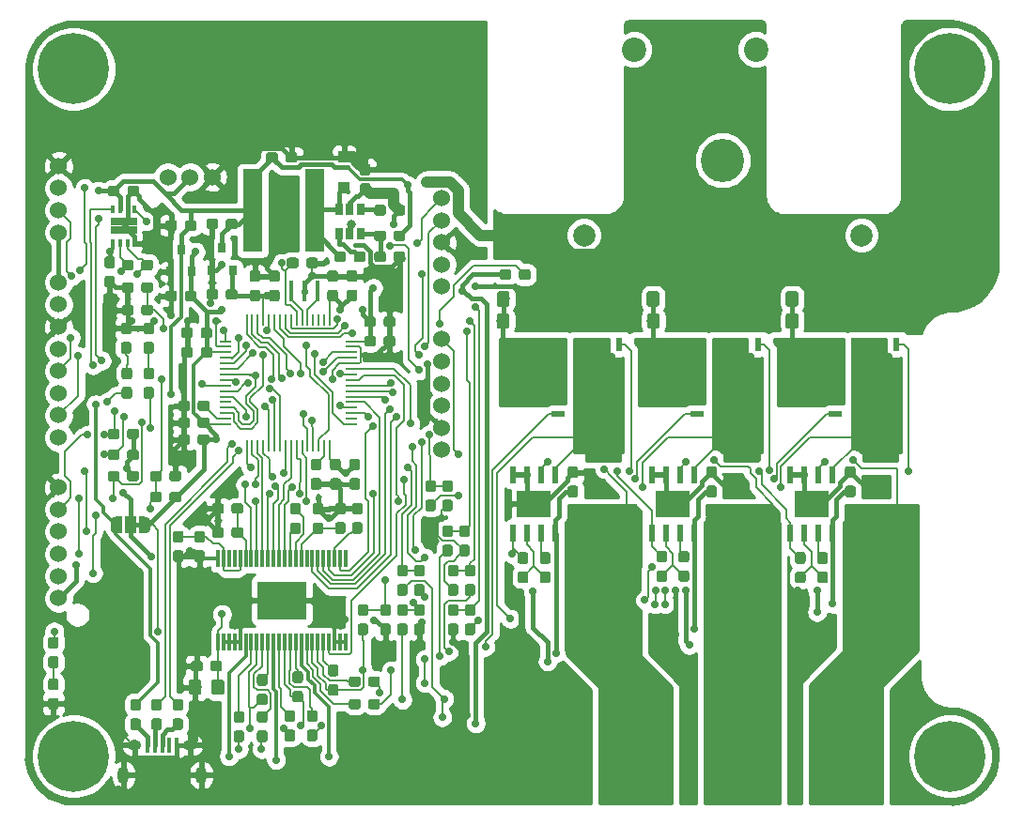
<source format=gbr>
G04 #@! TF.GenerationSoftware,KiCad,Pcbnew,5.0.2-bee76a0~70~ubuntu16.04.1*
G04 #@! TF.CreationDate,2018-12-16T23:22:01+08:00*
G04 #@! TF.ProjectId,AgriESC,41677269-4553-4432-9e6b-696361645f70,rev?*
G04 #@! TF.SameCoordinates,Original*
G04 #@! TF.FileFunction,Copper,L1,Top*
G04 #@! TF.FilePolarity,Positive*
%FSLAX46Y46*%
G04 Gerber Fmt 4.6, Leading zero omitted, Abs format (unit mm)*
G04 Created by KiCad (PCBNEW 5.0.2-bee76a0~70~ubuntu16.04.1) date Sun 16 Dec 2018 23:22:01 AWST*
%MOMM*%
%LPD*%
G01*
G04 APERTURE LIST*
G04 #@! TA.AperFunction,ComponentPad*
%ADD10C,2.000000*%
G04 #@! TD*
G04 #@! TA.AperFunction,ComponentPad*
%ADD11R,2.000000X2.000000*%
G04 #@! TD*
G04 #@! TA.AperFunction,Conductor*
%ADD12C,0.100000*%
G04 #@! TD*
G04 #@! TA.AperFunction,SMDPad,CuDef*
%ADD13C,0.950000*%
G04 #@! TD*
G04 #@! TA.AperFunction,ComponentPad*
%ADD14C,0.800000*%
G04 #@! TD*
G04 #@! TA.AperFunction,ComponentPad*
%ADD15C,6.400000*%
G04 #@! TD*
G04 #@! TA.AperFunction,ComponentPad*
%ADD16C,1.524000*%
G04 #@! TD*
G04 #@! TA.AperFunction,ComponentPad*
%ADD17C,0.600000*%
G04 #@! TD*
G04 #@! TA.AperFunction,SMDPad,CuDef*
%ADD18R,0.610000X1.270000*%
G04 #@! TD*
G04 #@! TA.AperFunction,SMDPad,CuDef*
%ADD19R,3.910000X3.750000*%
G04 #@! TD*
G04 #@! TA.AperFunction,SMDPad,CuDef*
%ADD20R,0.800000X0.900000*%
G04 #@! TD*
G04 #@! TA.AperFunction,SMDPad,CuDef*
%ADD21R,0.250000X1.000000*%
G04 #@! TD*
G04 #@! TA.AperFunction,SMDPad,CuDef*
%ADD22R,1.000000X0.250000*%
G04 #@! TD*
G04 #@! TA.AperFunction,ComponentPad*
%ADD23O,1.000000X1.550000*%
G04 #@! TD*
G04 #@! TA.AperFunction,ComponentPad*
%ADD24O,1.250000X0.950000*%
G04 #@! TD*
G04 #@! TA.AperFunction,SMDPad,CuDef*
%ADD25R,0.400000X1.350000*%
G04 #@! TD*
G04 #@! TA.AperFunction,SMDPad,CuDef*
%ADD26R,0.400000X1.900000*%
G04 #@! TD*
G04 #@! TA.AperFunction,SMDPad,CuDef*
%ADD27C,1.150000*%
G04 #@! TD*
G04 #@! TA.AperFunction,SMDPad,CuDef*
%ADD28R,1.100000X1.100000*%
G04 #@! TD*
G04 #@! TA.AperFunction,ComponentPad*
%ADD29C,2.200000*%
G04 #@! TD*
G04 #@! TA.AperFunction,ComponentPad*
%ADD30C,3.900000*%
G04 #@! TD*
G04 #@! TA.AperFunction,SMDPad,CuDef*
%ADD31R,5.000000X10.000000*%
G04 #@! TD*
G04 #@! TA.AperFunction,SMDPad,CuDef*
%ADD32R,1.800000X7.500000*%
G04 #@! TD*
G04 #@! TA.AperFunction,SMDPad,CuDef*
%ADD33C,1.525000*%
G04 #@! TD*
G04 #@! TA.AperFunction,SMDPad,CuDef*
%ADD34R,3.750000X3.910000*%
G04 #@! TD*
G04 #@! TA.AperFunction,SMDPad,CuDef*
%ADD35R,1.270000X0.610000*%
G04 #@! TD*
G04 #@! TA.AperFunction,SMDPad,CuDef*
%ADD36R,3.099000X2.413000*%
G04 #@! TD*
G04 #@! TA.AperFunction,SMDPad,CuDef*
%ADD37R,0.533000X1.600000*%
G04 #@! TD*
G04 #@! TA.AperFunction,SMDPad,CuDef*
%ADD38R,0.300000X1.550000*%
G04 #@! TD*
G04 #@! TA.AperFunction,SMDPad,CuDef*
%ADD39R,4.420000X3.480000*%
G04 #@! TD*
G04 #@! TA.AperFunction,SMDPad,CuDef*
%ADD40R,0.650000X1.060000*%
G04 #@! TD*
G04 #@! TA.AperFunction,SMDPad,CuDef*
%ADD41R,0.350000X0.650000*%
G04 #@! TD*
G04 #@! TA.AperFunction,SMDPad,CuDef*
%ADD42R,1.200000X0.775000*%
G04 #@! TD*
G04 #@! TA.AperFunction,SMDPad,CuDef*
%ADD43C,0.500000*%
G04 #@! TD*
G04 #@! TA.AperFunction,SMDPad,CuDef*
%ADD44R,1.000000X1.500000*%
G04 #@! TD*
G04 #@! TA.AperFunction,ViaPad*
%ADD45C,0.700000*%
G04 #@! TD*
G04 #@! TA.AperFunction,ViaPad*
%ADD46C,0.800000*%
G04 #@! TD*
G04 #@! TA.AperFunction,Conductor*
%ADD47C,0.300000*%
G04 #@! TD*
G04 #@! TA.AperFunction,Conductor*
%ADD48C,0.400000*%
G04 #@! TD*
G04 #@! TA.AperFunction,Conductor*
%ADD49C,0.250000*%
G04 #@! TD*
G04 #@! TA.AperFunction,Conductor*
%ADD50C,0.200000*%
G04 #@! TD*
G04 #@! TA.AperFunction,Conductor*
%ADD51C,1.000000*%
G04 #@! TD*
G04 #@! TA.AperFunction,Conductor*
%ADD52C,0.254000*%
G04 #@! TD*
G04 APERTURE END LIST*
D10*
G04 #@! TO.P,C7,2*
G04 #@! TO.N,GND*
X162000000Y-85000000D03*
D11*
G04 #@! TO.P,C7,1*
G04 #@! TO.N,SUPPLY*
X157000000Y-85000000D03*
G04 #@! TD*
D10*
G04 #@! TO.P,C8,2*
G04 #@! TO.N,GND*
X187000000Y-85000000D03*
D11*
G04 #@! TO.P,C8,1*
G04 #@! TO.N,SUPPLY*
X182000000Y-85000000D03*
G04 #@! TD*
D12*
G04 #@! TO.N,+5V*
G04 #@! TO.C,R25*
G36*
X121833779Y-126841144D02*
X121856834Y-126844563D01*
X121879443Y-126850227D01*
X121901387Y-126858079D01*
X121922457Y-126868044D01*
X121942448Y-126880026D01*
X121961168Y-126893910D01*
X121978438Y-126909562D01*
X121994090Y-126926832D01*
X122007974Y-126945552D01*
X122019956Y-126965543D01*
X122029921Y-126986613D01*
X122037773Y-127008557D01*
X122043437Y-127031166D01*
X122046856Y-127054221D01*
X122048000Y-127077500D01*
X122048000Y-127652500D01*
X122046856Y-127675779D01*
X122043437Y-127698834D01*
X122037773Y-127721443D01*
X122029921Y-127743387D01*
X122019956Y-127764457D01*
X122007974Y-127784448D01*
X121994090Y-127803168D01*
X121978438Y-127820438D01*
X121961168Y-127836090D01*
X121942448Y-127849974D01*
X121922457Y-127861956D01*
X121901387Y-127871921D01*
X121879443Y-127879773D01*
X121856834Y-127885437D01*
X121833779Y-127888856D01*
X121810500Y-127890000D01*
X121335500Y-127890000D01*
X121312221Y-127888856D01*
X121289166Y-127885437D01*
X121266557Y-127879773D01*
X121244613Y-127871921D01*
X121223543Y-127861956D01*
X121203552Y-127849974D01*
X121184832Y-127836090D01*
X121167562Y-127820438D01*
X121151910Y-127803168D01*
X121138026Y-127784448D01*
X121126044Y-127764457D01*
X121116079Y-127743387D01*
X121108227Y-127721443D01*
X121102563Y-127698834D01*
X121099144Y-127675779D01*
X121098000Y-127652500D01*
X121098000Y-127077500D01*
X121099144Y-127054221D01*
X121102563Y-127031166D01*
X121108227Y-127008557D01*
X121116079Y-126986613D01*
X121126044Y-126965543D01*
X121138026Y-126945552D01*
X121151910Y-126926832D01*
X121167562Y-126909562D01*
X121184832Y-126893910D01*
X121203552Y-126880026D01*
X121223543Y-126868044D01*
X121244613Y-126858079D01*
X121266557Y-126850227D01*
X121289166Y-126844563D01*
X121312221Y-126841144D01*
X121335500Y-126840000D01*
X121810500Y-126840000D01*
X121833779Y-126841144D01*
X121833779Y-126841144D01*
G37*
D13*
G04 #@! TD*
G04 #@! TO.P,R25,1*
G04 #@! TO.N,+5V*
X121573000Y-127365000D03*
D12*
G04 #@! TO.N,Net-(J11-Pad1)*
G04 #@! TO.C,R25*
G36*
X121833779Y-128591144D02*
X121856834Y-128594563D01*
X121879443Y-128600227D01*
X121901387Y-128608079D01*
X121922457Y-128618044D01*
X121942448Y-128630026D01*
X121961168Y-128643910D01*
X121978438Y-128659562D01*
X121994090Y-128676832D01*
X122007974Y-128695552D01*
X122019956Y-128715543D01*
X122029921Y-128736613D01*
X122037773Y-128758557D01*
X122043437Y-128781166D01*
X122046856Y-128804221D01*
X122048000Y-128827500D01*
X122048000Y-129402500D01*
X122046856Y-129425779D01*
X122043437Y-129448834D01*
X122037773Y-129471443D01*
X122029921Y-129493387D01*
X122019956Y-129514457D01*
X122007974Y-129534448D01*
X121994090Y-129553168D01*
X121978438Y-129570438D01*
X121961168Y-129586090D01*
X121942448Y-129599974D01*
X121922457Y-129611956D01*
X121901387Y-129621921D01*
X121879443Y-129629773D01*
X121856834Y-129635437D01*
X121833779Y-129638856D01*
X121810500Y-129640000D01*
X121335500Y-129640000D01*
X121312221Y-129638856D01*
X121289166Y-129635437D01*
X121266557Y-129629773D01*
X121244613Y-129621921D01*
X121223543Y-129611956D01*
X121203552Y-129599974D01*
X121184832Y-129586090D01*
X121167562Y-129570438D01*
X121151910Y-129553168D01*
X121138026Y-129534448D01*
X121126044Y-129514457D01*
X121116079Y-129493387D01*
X121108227Y-129471443D01*
X121102563Y-129448834D01*
X121099144Y-129425779D01*
X121098000Y-129402500D01*
X121098000Y-128827500D01*
X121099144Y-128804221D01*
X121102563Y-128781166D01*
X121108227Y-128758557D01*
X121116079Y-128736613D01*
X121126044Y-128715543D01*
X121138026Y-128695552D01*
X121151910Y-128676832D01*
X121167562Y-128659562D01*
X121184832Y-128643910D01*
X121203552Y-128630026D01*
X121223543Y-128618044D01*
X121244613Y-128608079D01*
X121266557Y-128600227D01*
X121289166Y-128594563D01*
X121312221Y-128591144D01*
X121335500Y-128590000D01*
X121810500Y-128590000D01*
X121833779Y-128591144D01*
X121833779Y-128591144D01*
G37*
D13*
G04 #@! TD*
G04 #@! TO.P,R25,2*
G04 #@! TO.N,Net-(J11-Pad1)*
X121573000Y-129115000D03*
D12*
G04 #@! TO.N,Net-(J11-Pad3)*
G04 #@! TO.C,R26*
G36*
X125643779Y-128591144D02*
X125666834Y-128594563D01*
X125689443Y-128600227D01*
X125711387Y-128608079D01*
X125732457Y-128618044D01*
X125752448Y-128630026D01*
X125771168Y-128643910D01*
X125788438Y-128659562D01*
X125804090Y-128676832D01*
X125817974Y-128695552D01*
X125829956Y-128715543D01*
X125839921Y-128736613D01*
X125847773Y-128758557D01*
X125853437Y-128781166D01*
X125856856Y-128804221D01*
X125858000Y-128827500D01*
X125858000Y-129402500D01*
X125856856Y-129425779D01*
X125853437Y-129448834D01*
X125847773Y-129471443D01*
X125839921Y-129493387D01*
X125829956Y-129514457D01*
X125817974Y-129534448D01*
X125804090Y-129553168D01*
X125788438Y-129570438D01*
X125771168Y-129586090D01*
X125752448Y-129599974D01*
X125732457Y-129611956D01*
X125711387Y-129621921D01*
X125689443Y-129629773D01*
X125666834Y-129635437D01*
X125643779Y-129638856D01*
X125620500Y-129640000D01*
X125145500Y-129640000D01*
X125122221Y-129638856D01*
X125099166Y-129635437D01*
X125076557Y-129629773D01*
X125054613Y-129621921D01*
X125033543Y-129611956D01*
X125013552Y-129599974D01*
X124994832Y-129586090D01*
X124977562Y-129570438D01*
X124961910Y-129553168D01*
X124948026Y-129534448D01*
X124936044Y-129514457D01*
X124926079Y-129493387D01*
X124918227Y-129471443D01*
X124912563Y-129448834D01*
X124909144Y-129425779D01*
X124908000Y-129402500D01*
X124908000Y-128827500D01*
X124909144Y-128804221D01*
X124912563Y-128781166D01*
X124918227Y-128758557D01*
X124926079Y-128736613D01*
X124936044Y-128715543D01*
X124948026Y-128695552D01*
X124961910Y-128676832D01*
X124977562Y-128659562D01*
X124994832Y-128643910D01*
X125013552Y-128630026D01*
X125033543Y-128618044D01*
X125054613Y-128608079D01*
X125076557Y-128600227D01*
X125099166Y-128594563D01*
X125122221Y-128591144D01*
X125145500Y-128590000D01*
X125620500Y-128590000D01*
X125643779Y-128591144D01*
X125643779Y-128591144D01*
G37*
D13*
G04 #@! TD*
G04 #@! TO.P,R26,2*
G04 #@! TO.N,Net-(J11-Pad3)*
X125383000Y-129115000D03*
D12*
G04 #@! TO.N,USB_DP*
G04 #@! TO.C,R26*
G36*
X125643779Y-126841144D02*
X125666834Y-126844563D01*
X125689443Y-126850227D01*
X125711387Y-126858079D01*
X125732457Y-126868044D01*
X125752448Y-126880026D01*
X125771168Y-126893910D01*
X125788438Y-126909562D01*
X125804090Y-126926832D01*
X125817974Y-126945552D01*
X125829956Y-126965543D01*
X125839921Y-126986613D01*
X125847773Y-127008557D01*
X125853437Y-127031166D01*
X125856856Y-127054221D01*
X125858000Y-127077500D01*
X125858000Y-127652500D01*
X125856856Y-127675779D01*
X125853437Y-127698834D01*
X125847773Y-127721443D01*
X125839921Y-127743387D01*
X125829956Y-127764457D01*
X125817974Y-127784448D01*
X125804090Y-127803168D01*
X125788438Y-127820438D01*
X125771168Y-127836090D01*
X125752448Y-127849974D01*
X125732457Y-127861956D01*
X125711387Y-127871921D01*
X125689443Y-127879773D01*
X125666834Y-127885437D01*
X125643779Y-127888856D01*
X125620500Y-127890000D01*
X125145500Y-127890000D01*
X125122221Y-127888856D01*
X125099166Y-127885437D01*
X125076557Y-127879773D01*
X125054613Y-127871921D01*
X125033543Y-127861956D01*
X125013552Y-127849974D01*
X124994832Y-127836090D01*
X124977562Y-127820438D01*
X124961910Y-127803168D01*
X124948026Y-127784448D01*
X124936044Y-127764457D01*
X124926079Y-127743387D01*
X124918227Y-127721443D01*
X124912563Y-127698834D01*
X124909144Y-127675779D01*
X124908000Y-127652500D01*
X124908000Y-127077500D01*
X124909144Y-127054221D01*
X124912563Y-127031166D01*
X124918227Y-127008557D01*
X124926079Y-126986613D01*
X124936044Y-126965543D01*
X124948026Y-126945552D01*
X124961910Y-126926832D01*
X124977562Y-126909562D01*
X124994832Y-126893910D01*
X125013552Y-126880026D01*
X125033543Y-126868044D01*
X125054613Y-126858079D01*
X125076557Y-126850227D01*
X125099166Y-126844563D01*
X125122221Y-126841144D01*
X125145500Y-126840000D01*
X125620500Y-126840000D01*
X125643779Y-126841144D01*
X125643779Y-126841144D01*
G37*
D13*
G04 #@! TD*
G04 #@! TO.P,R26,1*
G04 #@! TO.N,USB_DP*
X125383000Y-127365000D03*
D12*
G04 #@! TO.N,USB_DM*
G04 #@! TO.C,R28*
G36*
X123738779Y-126841144D02*
X123761834Y-126844563D01*
X123784443Y-126850227D01*
X123806387Y-126858079D01*
X123827457Y-126868044D01*
X123847448Y-126880026D01*
X123866168Y-126893910D01*
X123883438Y-126909562D01*
X123899090Y-126926832D01*
X123912974Y-126945552D01*
X123924956Y-126965543D01*
X123934921Y-126986613D01*
X123942773Y-127008557D01*
X123948437Y-127031166D01*
X123951856Y-127054221D01*
X123953000Y-127077500D01*
X123953000Y-127652500D01*
X123951856Y-127675779D01*
X123948437Y-127698834D01*
X123942773Y-127721443D01*
X123934921Y-127743387D01*
X123924956Y-127764457D01*
X123912974Y-127784448D01*
X123899090Y-127803168D01*
X123883438Y-127820438D01*
X123866168Y-127836090D01*
X123847448Y-127849974D01*
X123827457Y-127861956D01*
X123806387Y-127871921D01*
X123784443Y-127879773D01*
X123761834Y-127885437D01*
X123738779Y-127888856D01*
X123715500Y-127890000D01*
X123240500Y-127890000D01*
X123217221Y-127888856D01*
X123194166Y-127885437D01*
X123171557Y-127879773D01*
X123149613Y-127871921D01*
X123128543Y-127861956D01*
X123108552Y-127849974D01*
X123089832Y-127836090D01*
X123072562Y-127820438D01*
X123056910Y-127803168D01*
X123043026Y-127784448D01*
X123031044Y-127764457D01*
X123021079Y-127743387D01*
X123013227Y-127721443D01*
X123007563Y-127698834D01*
X123004144Y-127675779D01*
X123003000Y-127652500D01*
X123003000Y-127077500D01*
X123004144Y-127054221D01*
X123007563Y-127031166D01*
X123013227Y-127008557D01*
X123021079Y-126986613D01*
X123031044Y-126965543D01*
X123043026Y-126945552D01*
X123056910Y-126926832D01*
X123072562Y-126909562D01*
X123089832Y-126893910D01*
X123108552Y-126880026D01*
X123128543Y-126868044D01*
X123149613Y-126858079D01*
X123171557Y-126850227D01*
X123194166Y-126844563D01*
X123217221Y-126841144D01*
X123240500Y-126840000D01*
X123715500Y-126840000D01*
X123738779Y-126841144D01*
X123738779Y-126841144D01*
G37*
D13*
G04 #@! TD*
G04 #@! TO.P,R28,1*
G04 #@! TO.N,USB_DM*
X123478000Y-127365000D03*
D12*
G04 #@! TO.N,Net-(J11-Pad2)*
G04 #@! TO.C,R28*
G36*
X123738779Y-128591144D02*
X123761834Y-128594563D01*
X123784443Y-128600227D01*
X123806387Y-128608079D01*
X123827457Y-128618044D01*
X123847448Y-128630026D01*
X123866168Y-128643910D01*
X123883438Y-128659562D01*
X123899090Y-128676832D01*
X123912974Y-128695552D01*
X123924956Y-128715543D01*
X123934921Y-128736613D01*
X123942773Y-128758557D01*
X123948437Y-128781166D01*
X123951856Y-128804221D01*
X123953000Y-128827500D01*
X123953000Y-129402500D01*
X123951856Y-129425779D01*
X123948437Y-129448834D01*
X123942773Y-129471443D01*
X123934921Y-129493387D01*
X123924956Y-129514457D01*
X123912974Y-129534448D01*
X123899090Y-129553168D01*
X123883438Y-129570438D01*
X123866168Y-129586090D01*
X123847448Y-129599974D01*
X123827457Y-129611956D01*
X123806387Y-129621921D01*
X123784443Y-129629773D01*
X123761834Y-129635437D01*
X123738779Y-129638856D01*
X123715500Y-129640000D01*
X123240500Y-129640000D01*
X123217221Y-129638856D01*
X123194166Y-129635437D01*
X123171557Y-129629773D01*
X123149613Y-129621921D01*
X123128543Y-129611956D01*
X123108552Y-129599974D01*
X123089832Y-129586090D01*
X123072562Y-129570438D01*
X123056910Y-129553168D01*
X123043026Y-129534448D01*
X123031044Y-129514457D01*
X123021079Y-129493387D01*
X123013227Y-129471443D01*
X123007563Y-129448834D01*
X123004144Y-129425779D01*
X123003000Y-129402500D01*
X123003000Y-128827500D01*
X123004144Y-128804221D01*
X123007563Y-128781166D01*
X123013227Y-128758557D01*
X123021079Y-128736613D01*
X123031044Y-128715543D01*
X123043026Y-128695552D01*
X123056910Y-128676832D01*
X123072562Y-128659562D01*
X123089832Y-128643910D01*
X123108552Y-128630026D01*
X123128543Y-128618044D01*
X123149613Y-128608079D01*
X123171557Y-128600227D01*
X123194166Y-128594563D01*
X123217221Y-128591144D01*
X123240500Y-128590000D01*
X123715500Y-128590000D01*
X123738779Y-128591144D01*
X123738779Y-128591144D01*
G37*
D13*
G04 #@! TD*
G04 #@! TO.P,R28,2*
G04 #@! TO.N,Net-(J11-Pad2)*
X123478000Y-129115000D03*
D14*
G04 #@! TO.P,REF\002A\002A,1*
G04 #@! TO.N,N/C*
X117697056Y-130302944D03*
X116000000Y-129600000D03*
X114302944Y-130302944D03*
X113600000Y-132000000D03*
X114302944Y-133697056D03*
X116000000Y-134400000D03*
X117697056Y-133697056D03*
X118400000Y-132000000D03*
D15*
X116000000Y-132000000D03*
G04 #@! TD*
G04 #@! TO.P,REF\002A\002A,1*
G04 #@! TO.N,N/C*
X195000000Y-70000000D03*
D14*
X197400000Y-70000000D03*
X196697056Y-71697056D03*
X195000000Y-72400000D03*
X193302944Y-71697056D03*
X192600000Y-70000000D03*
X193302944Y-68302944D03*
X195000000Y-67600000D03*
X196697056Y-68302944D03*
G04 #@! TD*
D15*
G04 #@! TO.P,REF\002A\002A,1*
G04 #@! TO.N,N/C*
X195000000Y-132000000D03*
D14*
X197400000Y-132000000D03*
X196697056Y-133697056D03*
X195000000Y-134400000D03*
X193302944Y-133697056D03*
X192600000Y-132000000D03*
X193302944Y-130302944D03*
X195000000Y-129600000D03*
X196697056Y-130302944D03*
G04 #@! TD*
D15*
G04 #@! TO.P,REF\002A\002A,1*
G04 #@! TO.N,N/C*
X116000000Y-70000000D03*
D14*
X118400000Y-70000000D03*
X117697056Y-71697056D03*
X116000000Y-72400000D03*
X114302944Y-71697056D03*
X113600000Y-70000000D03*
X114302944Y-68302944D03*
X116000000Y-67600000D03*
X117697056Y-68302944D03*
G04 #@! TD*
D16*
G04 #@! TO.P,SWD,2*
G04 #@! TO.N,SWDIO*
X149188000Y-83644000D03*
G04 #@! TO.P,SWD,3*
G04 #@! TO.N,GND*
X149188000Y-85644000D03*
G04 #@! TO.P,SWD,1*
G04 #@! TO.N,NRST*
X149188000Y-81644000D03*
G04 #@! TO.P,SWD,4*
G04 #@! TO.N,SWCLK*
X149188000Y-87644000D03*
G04 #@! TO.P,SWD,5*
G04 #@! TO.N,VCC*
X149188000Y-89644000D03*
G04 #@! TD*
G04 #@! TO.P,COMM,1*
G04 #@! TO.N,+5V*
X114644000Y-89250000D03*
G04 #@! TO.P,COMM,3*
G04 #@! TO.N,GND*
X114644000Y-93250000D03*
G04 #@! TO.P,COMM,2*
G04 #@! TO.N,VCC*
X114644000Y-91250000D03*
G04 #@! TO.P,COMM,4*
G04 #@! TO.N,SCK_ADC_EXT*
X114644000Y-95250000D03*
G04 #@! TO.P,COMM,5*
G04 #@! TO.N,RX_SDA_NSS*
X114644000Y-97250000D03*
G04 #@! TO.P,COMM,6*
G04 #@! TO.N,TX_SCL_MOSI*
X114644000Y-99250000D03*
G04 #@! TO.P,COMM,7*
G04 #@! TO.N,MISO_ADC_EXT2*
X114644000Y-101250000D03*
G04 #@! TO.P,COMM,8*
G04 #@! TO.N,ADC_15*
X114644000Y-103250000D03*
G04 #@! TD*
D12*
G04 #@! TO.N,GND*
G04 #@! TO.C,C27*
G36*
X137810779Y-87026144D02*
X137833834Y-87029563D01*
X137856443Y-87035227D01*
X137878387Y-87043079D01*
X137899457Y-87053044D01*
X137919448Y-87065026D01*
X137938168Y-87078910D01*
X137955438Y-87094562D01*
X137971090Y-87111832D01*
X137984974Y-87130552D01*
X137996956Y-87150543D01*
X138006921Y-87171613D01*
X138014773Y-87193557D01*
X138020437Y-87216166D01*
X138023856Y-87239221D01*
X138025000Y-87262500D01*
X138025000Y-87737500D01*
X138023856Y-87760779D01*
X138020437Y-87783834D01*
X138014773Y-87806443D01*
X138006921Y-87828387D01*
X137996956Y-87849457D01*
X137984974Y-87869448D01*
X137971090Y-87888168D01*
X137955438Y-87905438D01*
X137938168Y-87921090D01*
X137919448Y-87934974D01*
X137899457Y-87946956D01*
X137878387Y-87956921D01*
X137856443Y-87964773D01*
X137833834Y-87970437D01*
X137810779Y-87973856D01*
X137787500Y-87975000D01*
X137212500Y-87975000D01*
X137189221Y-87973856D01*
X137166166Y-87970437D01*
X137143557Y-87964773D01*
X137121613Y-87956921D01*
X137100543Y-87946956D01*
X137080552Y-87934974D01*
X137061832Y-87921090D01*
X137044562Y-87905438D01*
X137028910Y-87888168D01*
X137015026Y-87869448D01*
X137003044Y-87849457D01*
X136993079Y-87828387D01*
X136985227Y-87806443D01*
X136979563Y-87783834D01*
X136976144Y-87760779D01*
X136975000Y-87737500D01*
X136975000Y-87262500D01*
X136976144Y-87239221D01*
X136979563Y-87216166D01*
X136985227Y-87193557D01*
X136993079Y-87171613D01*
X137003044Y-87150543D01*
X137015026Y-87130552D01*
X137028910Y-87111832D01*
X137044562Y-87094562D01*
X137061832Y-87078910D01*
X137080552Y-87065026D01*
X137100543Y-87053044D01*
X137121613Y-87043079D01*
X137143557Y-87035227D01*
X137166166Y-87029563D01*
X137189221Y-87026144D01*
X137212500Y-87025000D01*
X137787500Y-87025000D01*
X137810779Y-87026144D01*
X137810779Y-87026144D01*
G37*
D13*
G04 #@! TD*
G04 #@! TO.P,C27,2*
G04 #@! TO.N,GND*
X137500000Y-87500000D03*
D12*
G04 #@! TO.N,NRST*
G04 #@! TO.C,C27*
G36*
X136060779Y-87026144D02*
X136083834Y-87029563D01*
X136106443Y-87035227D01*
X136128387Y-87043079D01*
X136149457Y-87053044D01*
X136169448Y-87065026D01*
X136188168Y-87078910D01*
X136205438Y-87094562D01*
X136221090Y-87111832D01*
X136234974Y-87130552D01*
X136246956Y-87150543D01*
X136256921Y-87171613D01*
X136264773Y-87193557D01*
X136270437Y-87216166D01*
X136273856Y-87239221D01*
X136275000Y-87262500D01*
X136275000Y-87737500D01*
X136273856Y-87760779D01*
X136270437Y-87783834D01*
X136264773Y-87806443D01*
X136256921Y-87828387D01*
X136246956Y-87849457D01*
X136234974Y-87869448D01*
X136221090Y-87888168D01*
X136205438Y-87905438D01*
X136188168Y-87921090D01*
X136169448Y-87934974D01*
X136149457Y-87946956D01*
X136128387Y-87956921D01*
X136106443Y-87964773D01*
X136083834Y-87970437D01*
X136060779Y-87973856D01*
X136037500Y-87975000D01*
X135462500Y-87975000D01*
X135439221Y-87973856D01*
X135416166Y-87970437D01*
X135393557Y-87964773D01*
X135371613Y-87956921D01*
X135350543Y-87946956D01*
X135330552Y-87934974D01*
X135311832Y-87921090D01*
X135294562Y-87905438D01*
X135278910Y-87888168D01*
X135265026Y-87869448D01*
X135253044Y-87849457D01*
X135243079Y-87828387D01*
X135235227Y-87806443D01*
X135229563Y-87783834D01*
X135226144Y-87760779D01*
X135225000Y-87737500D01*
X135225000Y-87262500D01*
X135226144Y-87239221D01*
X135229563Y-87216166D01*
X135235227Y-87193557D01*
X135243079Y-87171613D01*
X135253044Y-87150543D01*
X135265026Y-87130552D01*
X135278910Y-87111832D01*
X135294562Y-87094562D01*
X135311832Y-87078910D01*
X135330552Y-87065026D01*
X135350543Y-87053044D01*
X135371613Y-87043079D01*
X135393557Y-87035227D01*
X135416166Y-87029563D01*
X135439221Y-87026144D01*
X135462500Y-87025000D01*
X136037500Y-87025000D01*
X136060779Y-87026144D01*
X136060779Y-87026144D01*
G37*
D13*
G04 #@! TD*
G04 #@! TO.P,C27,1*
G04 #@! TO.N,NRST*
X135750000Y-87500000D03*
D16*
G04 #@! TO.P,HALL_ENC,6*
G04 #@! TO.N,VCC*
X114650000Y-117750000D03*
G04 #@! TO.P,HALL_ENC,5*
G04 #@! TO.N,TEMP_MOTOR*
X114650000Y-115750000D03*
G04 #@! TO.P,HALL_ENC,4*
G04 #@! TO.N,HALL_1*
X114650000Y-113750000D03*
G04 #@! TO.P,HALL_ENC,2*
G04 #@! TO.N,HALL_3*
X114650000Y-109750000D03*
G04 #@! TO.P,HALL_ENC,3*
G04 #@! TO.N,HALL_2*
X114650000Y-111750000D03*
G04 #@! TO.P,HALL_ENC,1*
G04 #@! TO.N,GND*
X114650000Y-107750000D03*
G04 #@! TD*
G04 #@! TO.P,CAN,1*
G04 #@! TO.N,GND*
X114644000Y-78750000D03*
G04 #@! TO.P,CAN,3*
G04 #@! TO.N,CANH*
X114644000Y-82750000D03*
G04 #@! TO.P,CAN,2*
G04 #@! TO.N,CANL*
X114644000Y-80750000D03*
G04 #@! TO.P,CAN,4*
G04 #@! TO.N,+5V*
X114644000Y-84750000D03*
G04 #@! TD*
D17*
G04 #@! TO.P,U1,1*
G04 #@! TO.N,SUPPLY*
X164250000Y-92250000D03*
X163250000Y-92250000D03*
X162250000Y-92250000D03*
X164250000Y-90750000D03*
X163250000Y-90750000D03*
X162250000Y-90750000D03*
D18*
X161345000Y-89486000D03*
X162615000Y-89486000D03*
X163885000Y-89486000D03*
X165155000Y-89486000D03*
G04 #@! TO.P,U1,2*
G04 #@! TO.N,Net-(R1-Pad1)*
X165155000Y-94826000D03*
G04 #@! TO.P,U1,3*
G04 #@! TO.N,SH_A*
X163885000Y-94826000D03*
X162615000Y-94826000D03*
X161345000Y-94826000D03*
D19*
G04 #@! TO.P,U1,1*
G04 #@! TO.N,SUPPLY*
X163250000Y-91496000D03*
G04 #@! TD*
D16*
G04 #@! TO.P,GPIO,1*
G04 #@! TO.N,PB12*
X149188000Y-94376000D03*
G04 #@! TO.P,GPIO,3*
G04 #@! TO.N,PB3*
X149188000Y-98376000D03*
G04 #@! TO.P,GPIO,2*
G04 #@! TO.N,PB4*
X149188000Y-96376000D03*
G04 #@! TO.P,GPIO,4*
G04 #@! TO.N,PD2*
X149188000Y-100376000D03*
G04 #@! TO.P,GPIO,5*
G04 #@! TO.N,GND*
X149188000Y-102376000D03*
G04 #@! TO.P,GPIO,6*
G04 #@! TO.N,VCC*
X149188000Y-104376000D03*
G04 #@! TD*
D20*
G04 #@! TO.P,U15,1*
G04 #@! TO.N,GND*
X128426000Y-88168000D03*
G04 #@! TO.P,U15,2*
G04 #@! TO.N,VAA*
X130326000Y-88168000D03*
G04 #@! TO.P,U15,3*
G04 #@! TO.N,+5V*
X129376000Y-86168000D03*
G04 #@! TD*
D21*
G04 #@! TO.P,U10,1*
G04 #@! TO.N,VCC*
X139098000Y-92616000D03*
G04 #@! TO.P,U10,2*
G04 #@! TO.N,Net-(U10-Pad2)*
X138598000Y-92616000D03*
G04 #@! TO.P,U10,3*
G04 #@! TO.N,Net-(U10-Pad3)*
X138098000Y-92616000D03*
G04 #@! TO.P,U10,4*
G04 #@! TO.N,Net-(U10-Pad4)*
X137598000Y-92616000D03*
G04 #@! TO.P,U10,5*
G04 #@! TO.N,Net-(U10-Pad5)*
X137098000Y-92616000D03*
G04 #@! TO.P,U10,6*
G04 #@! TO.N,Net-(U10-Pad6)*
X136598000Y-92616000D03*
G04 #@! TO.P,U10,7*
G04 #@! TO.N,NRST*
X136098000Y-92616000D03*
G04 #@! TO.P,U10,8*
G04 #@! TO.N,CURRENT_1*
X135598000Y-92616000D03*
G04 #@! TO.P,U10,9*
G04 #@! TO.N,CURRENT_2*
X135098000Y-92616000D03*
G04 #@! TO.P,U10,10*
G04 #@! TO.N,CURRENT_3*
X134598000Y-92616000D03*
G04 #@! TO.P,U10,11*
G04 #@! TO.N,SENS_SUPPLY*
X134098000Y-92616000D03*
G04 #@! TO.P,U10,12*
G04 #@! TO.N,GND*
X133598000Y-92616000D03*
G04 #@! TO.P,U10,13*
G04 #@! TO.N,VAA*
X133098000Y-92616000D03*
G04 #@! TO.P,U10,14*
G04 #@! TO.N,SENS_A*
X132598000Y-92616000D03*
G04 #@! TO.P,U10,15*
G04 #@! TO.N,SENS_B*
X132098000Y-92616000D03*
G04 #@! TO.P,U10,16*
G04 #@! TO.N,SENS_C*
X131598000Y-92616000D03*
D22*
G04 #@! TO.P,U10,17*
G04 #@! TO.N,Net-(C29-Pad1)*
X129648000Y-94566000D03*
G04 #@! TO.P,U10,18*
G04 #@! TO.N,GND*
X129648000Y-95066000D03*
G04 #@! TO.P,U10,19*
G04 #@! TO.N,VCC*
X129648000Y-95566000D03*
G04 #@! TO.P,U10,20*
G04 #@! TO.N,RX_SDA_NSS*
X129648000Y-96066000D03*
G04 #@! TO.P,U10,21*
G04 #@! TO.N,SCK_ADC_EXT*
X129648000Y-96566000D03*
G04 #@! TO.P,U10,22*
G04 #@! TO.N,MISO_ADC_EXT2*
X129648000Y-97066000D03*
G04 #@! TO.P,U10,23*
G04 #@! TO.N,TX_SCL_MOSI*
X129648000Y-97566000D03*
G04 #@! TO.P,U10,24*
G04 #@! TO.N,TEMP_MOTOR*
X129648000Y-98066000D03*
G04 #@! TO.P,U10,25*
G04 #@! TO.N,ADC_15*
X129648000Y-98566000D03*
G04 #@! TO.P,U10,26*
G04 #@! TO.N,Net-(D2-Pad2)*
X129648000Y-99066000D03*
G04 #@! TO.P,U10,27*
G04 #@! TO.N,Net-(D3-Pad2)*
X129648000Y-99566000D03*
G04 #@! TO.P,U10,28*
G04 #@! TO.N,Net-(U10-Pad28)*
X129648000Y-100066000D03*
G04 #@! TO.P,U10,29*
G04 #@! TO.N,TX_SCL_MOSI*
X129648000Y-100566000D03*
G04 #@! TO.P,U10,30*
G04 #@! TO.N,RX_SDA_NSS*
X129648000Y-101066000D03*
G04 #@! TO.P,U10,31*
G04 #@! TO.N,Net-(C28-Pad1)*
X129648000Y-101566000D03*
G04 #@! TO.P,U10,32*
G04 #@! TO.N,VCC*
X129648000Y-102066000D03*
D21*
G04 #@! TO.P,U10,33*
G04 #@! TO.N,PB12*
X131598000Y-104016000D03*
G04 #@! TO.P,U10,34*
G04 #@! TO.N,INL_A*
X132098000Y-104016000D03*
G04 #@! TO.P,U10,35*
G04 #@! TO.N,INL_B*
X132598000Y-104016000D03*
G04 #@! TO.P,U10,36*
G04 #@! TO.N,INL_C*
X133098000Y-104016000D03*
G04 #@! TO.P,U10,37*
G04 #@! TO.N,HALL_1*
X133598000Y-104016000D03*
G04 #@! TO.P,U10,38*
G04 #@! TO.N,HALL_2*
X134098000Y-104016000D03*
G04 #@! TO.P,U10,39*
G04 #@! TO.N,HALL_3*
X134598000Y-104016000D03*
G04 #@! TO.P,U10,40*
G04 #@! TO.N,CS*
X135098000Y-104016000D03*
G04 #@! TO.P,U10,41*
G04 #@! TO.N,H1*
X135598000Y-104016000D03*
G04 #@! TO.P,U10,42*
G04 #@! TO.N,H2*
X136098000Y-104016000D03*
G04 #@! TO.P,U10,43*
G04 #@! TO.N,H3*
X136598000Y-104016000D03*
G04 #@! TO.P,U10,44*
G04 #@! TO.N,USB_DM*
X137098000Y-104016000D03*
G04 #@! TO.P,U10,45*
G04 #@! TO.N,USB_DP*
X137598000Y-104016000D03*
G04 #@! TO.P,U10,46*
G04 #@! TO.N,SWDIO*
X138098000Y-104016000D03*
G04 #@! TO.P,U10,47*
G04 #@! TO.N,Net-(C30-Pad1)*
X138598000Y-104016000D03*
G04 #@! TO.P,U10,48*
G04 #@! TO.N,VCC*
X139098000Y-104016000D03*
D22*
G04 #@! TO.P,U10,49*
G04 #@! TO.N,SWCLK*
X141048000Y-102066000D03*
G04 #@! TO.P,U10,50*
G04 #@! TO.N,Net-(U10-Pad50)*
X141048000Y-101566000D03*
G04 #@! TO.P,U10,51*
G04 #@! TO.N,SCLK*
X141048000Y-101066000D03*
G04 #@! TO.P,U10,52*
G04 #@! TO.N,SDO*
X141048000Y-100566000D03*
G04 #@! TO.P,U10,53*
G04 #@! TO.N,SDI*
X141048000Y-100066000D03*
G04 #@! TO.P,U10,54*
G04 #@! TO.N,PD2*
X141048000Y-99566000D03*
G04 #@! TO.P,U10,55*
G04 #@! TO.N,PB3*
X141048000Y-99066000D03*
G04 #@! TO.P,U10,56*
G04 #@! TO.N,PB4*
X141048000Y-98566000D03*
G04 #@! TO.P,U10,57*
G04 #@! TO.N,EN_GATE*
X141048000Y-98066000D03*
G04 #@! TO.P,U10,58*
G04 #@! TO.N,SERVO*
X141048000Y-97566000D03*
G04 #@! TO.P,U10,59*
G04 #@! TO.N,FAULT*
X141048000Y-97066000D03*
G04 #@! TO.P,U10,60*
G04 #@! TO.N,GND*
X141048000Y-96566000D03*
G04 #@! TO.P,U10,61*
G04 #@! TO.N,CAN_RX*
X141048000Y-96066000D03*
G04 #@! TO.P,U10,62*
G04 #@! TO.N,CAN_TX*
X141048000Y-95566000D03*
G04 #@! TO.P,U10,63*
G04 #@! TO.N,GND*
X141048000Y-95066000D03*
G04 #@! TO.P,U10,64*
G04 #@! TO.N,VCC*
X141048000Y-94566000D03*
G04 #@! TD*
D23*
G04 #@! TO.P,J11,6*
G04 #@! TO.N,GND*
X127500000Y-133700000D03*
X120500000Y-133700000D03*
D24*
X121500000Y-131000000D03*
X126500000Y-131000000D03*
D25*
G04 #@! TO.P,J11,1*
G04 #@! TO.N,Net-(J11-Pad1)*
X122700000Y-131000000D03*
G04 #@! TO.P,J11,2*
G04 #@! TO.N,Net-(J11-Pad2)*
X123350000Y-131000000D03*
G04 #@! TO.P,J11,5*
G04 #@! TO.N,GND*
X125300000Y-131000000D03*
G04 #@! TO.P,J11,4*
G04 #@! TO.N,Net-(J11-Pad4)*
X124650000Y-131000000D03*
G04 #@! TO.P,J11,3*
G04 #@! TO.N,Net-(J11-Pad3)*
X124000000Y-131000000D03*
G04 #@! TD*
D12*
G04 #@! TO.N,Net-(D2-Pad1)*
G04 #@! TO.C,D2*
G36*
X121060779Y-96951144D02*
X121083834Y-96954563D01*
X121106443Y-96960227D01*
X121128387Y-96968079D01*
X121149457Y-96978044D01*
X121169448Y-96990026D01*
X121188168Y-97003910D01*
X121205438Y-97019562D01*
X121221090Y-97036832D01*
X121234974Y-97055552D01*
X121246956Y-97075543D01*
X121256921Y-97096613D01*
X121264773Y-97118557D01*
X121270437Y-97141166D01*
X121273856Y-97164221D01*
X121275000Y-97187500D01*
X121275000Y-97762500D01*
X121273856Y-97785779D01*
X121270437Y-97808834D01*
X121264773Y-97831443D01*
X121256921Y-97853387D01*
X121246956Y-97874457D01*
X121234974Y-97894448D01*
X121221090Y-97913168D01*
X121205438Y-97930438D01*
X121188168Y-97946090D01*
X121169448Y-97959974D01*
X121149457Y-97971956D01*
X121128387Y-97981921D01*
X121106443Y-97989773D01*
X121083834Y-97995437D01*
X121060779Y-97998856D01*
X121037500Y-98000000D01*
X120562500Y-98000000D01*
X120539221Y-97998856D01*
X120516166Y-97995437D01*
X120493557Y-97989773D01*
X120471613Y-97981921D01*
X120450543Y-97971956D01*
X120430552Y-97959974D01*
X120411832Y-97946090D01*
X120394562Y-97930438D01*
X120378910Y-97913168D01*
X120365026Y-97894448D01*
X120353044Y-97874457D01*
X120343079Y-97853387D01*
X120335227Y-97831443D01*
X120329563Y-97808834D01*
X120326144Y-97785779D01*
X120325000Y-97762500D01*
X120325000Y-97187500D01*
X120326144Y-97164221D01*
X120329563Y-97141166D01*
X120335227Y-97118557D01*
X120343079Y-97096613D01*
X120353044Y-97075543D01*
X120365026Y-97055552D01*
X120378910Y-97036832D01*
X120394562Y-97019562D01*
X120411832Y-97003910D01*
X120430552Y-96990026D01*
X120450543Y-96978044D01*
X120471613Y-96968079D01*
X120493557Y-96960227D01*
X120516166Y-96954563D01*
X120539221Y-96951144D01*
X120562500Y-96950000D01*
X121037500Y-96950000D01*
X121060779Y-96951144D01*
X121060779Y-96951144D01*
G37*
D13*
G04 #@! TD*
G04 #@! TO.P,D2,1*
G04 #@! TO.N,Net-(D2-Pad1)*
X120800000Y-97475000D03*
D12*
G04 #@! TO.N,Net-(D2-Pad2)*
G04 #@! TO.C,D2*
G36*
X121060779Y-98701144D02*
X121083834Y-98704563D01*
X121106443Y-98710227D01*
X121128387Y-98718079D01*
X121149457Y-98728044D01*
X121169448Y-98740026D01*
X121188168Y-98753910D01*
X121205438Y-98769562D01*
X121221090Y-98786832D01*
X121234974Y-98805552D01*
X121246956Y-98825543D01*
X121256921Y-98846613D01*
X121264773Y-98868557D01*
X121270437Y-98891166D01*
X121273856Y-98914221D01*
X121275000Y-98937500D01*
X121275000Y-99512500D01*
X121273856Y-99535779D01*
X121270437Y-99558834D01*
X121264773Y-99581443D01*
X121256921Y-99603387D01*
X121246956Y-99624457D01*
X121234974Y-99644448D01*
X121221090Y-99663168D01*
X121205438Y-99680438D01*
X121188168Y-99696090D01*
X121169448Y-99709974D01*
X121149457Y-99721956D01*
X121128387Y-99731921D01*
X121106443Y-99739773D01*
X121083834Y-99745437D01*
X121060779Y-99748856D01*
X121037500Y-99750000D01*
X120562500Y-99750000D01*
X120539221Y-99748856D01*
X120516166Y-99745437D01*
X120493557Y-99739773D01*
X120471613Y-99731921D01*
X120450543Y-99721956D01*
X120430552Y-99709974D01*
X120411832Y-99696090D01*
X120394562Y-99680438D01*
X120378910Y-99663168D01*
X120365026Y-99644448D01*
X120353044Y-99624457D01*
X120343079Y-99603387D01*
X120335227Y-99581443D01*
X120329563Y-99558834D01*
X120326144Y-99535779D01*
X120325000Y-99512500D01*
X120325000Y-98937500D01*
X120326144Y-98914221D01*
X120329563Y-98891166D01*
X120335227Y-98868557D01*
X120343079Y-98846613D01*
X120353044Y-98825543D01*
X120365026Y-98805552D01*
X120378910Y-98786832D01*
X120394562Y-98769562D01*
X120411832Y-98753910D01*
X120430552Y-98740026D01*
X120450543Y-98728044D01*
X120471613Y-98718079D01*
X120493557Y-98710227D01*
X120516166Y-98704563D01*
X120539221Y-98701144D01*
X120562500Y-98700000D01*
X121037500Y-98700000D01*
X121060779Y-98701144D01*
X121060779Y-98701144D01*
G37*
D13*
G04 #@! TD*
G04 #@! TO.P,D2,2*
G04 #@! TO.N,Net-(D2-Pad2)*
X120800000Y-99225000D03*
D26*
G04 #@! TO.P,Y1,3*
G04 #@! TO.N,Net-(U10-Pad6)*
X135598000Y-90066000D03*
G04 #@! TO.P,Y1,2*
G04 #@! TO.N,GND*
X136798000Y-90066000D03*
G04 #@! TO.P,Y1,1*
G04 #@! TO.N,Net-(U10-Pad5)*
X137998000Y-90066000D03*
G04 #@! TD*
D12*
G04 #@! TO.N,GND*
G04 #@! TO.C,C1*
G36*
X155049505Y-92051204D02*
X155073773Y-92054804D01*
X155097572Y-92060765D01*
X155120671Y-92069030D01*
X155142850Y-92079520D01*
X155163893Y-92092132D01*
X155183599Y-92106747D01*
X155201777Y-92123223D01*
X155218253Y-92141401D01*
X155232868Y-92161107D01*
X155245480Y-92182150D01*
X155255970Y-92204329D01*
X155264235Y-92227428D01*
X155270196Y-92251227D01*
X155273796Y-92275495D01*
X155275000Y-92299999D01*
X155275000Y-93200001D01*
X155273796Y-93224505D01*
X155270196Y-93248773D01*
X155264235Y-93272572D01*
X155255970Y-93295671D01*
X155245480Y-93317850D01*
X155232868Y-93338893D01*
X155218253Y-93358599D01*
X155201777Y-93376777D01*
X155183599Y-93393253D01*
X155163893Y-93407868D01*
X155142850Y-93420480D01*
X155120671Y-93430970D01*
X155097572Y-93439235D01*
X155073773Y-93445196D01*
X155049505Y-93448796D01*
X155025001Y-93450000D01*
X154374999Y-93450000D01*
X154350495Y-93448796D01*
X154326227Y-93445196D01*
X154302428Y-93439235D01*
X154279329Y-93430970D01*
X154257150Y-93420480D01*
X154236107Y-93407868D01*
X154216401Y-93393253D01*
X154198223Y-93376777D01*
X154181747Y-93358599D01*
X154167132Y-93338893D01*
X154154520Y-93317850D01*
X154144030Y-93295671D01*
X154135765Y-93272572D01*
X154129804Y-93248773D01*
X154126204Y-93224505D01*
X154125000Y-93200001D01*
X154125000Y-92299999D01*
X154126204Y-92275495D01*
X154129804Y-92251227D01*
X154135765Y-92227428D01*
X154144030Y-92204329D01*
X154154520Y-92182150D01*
X154167132Y-92161107D01*
X154181747Y-92141401D01*
X154198223Y-92123223D01*
X154216401Y-92106747D01*
X154236107Y-92092132D01*
X154257150Y-92079520D01*
X154279329Y-92069030D01*
X154302428Y-92060765D01*
X154326227Y-92054804D01*
X154350495Y-92051204D01*
X154374999Y-92050000D01*
X155025001Y-92050000D01*
X155049505Y-92051204D01*
X155049505Y-92051204D01*
G37*
D27*
G04 #@! TD*
G04 #@! TO.P,C1,2*
G04 #@! TO.N,GND*
X154700000Y-92750000D03*
D12*
G04 #@! TO.N,SUPPLY*
G04 #@! TO.C,C1*
G36*
X157099505Y-92051204D02*
X157123773Y-92054804D01*
X157147572Y-92060765D01*
X157170671Y-92069030D01*
X157192850Y-92079520D01*
X157213893Y-92092132D01*
X157233599Y-92106747D01*
X157251777Y-92123223D01*
X157268253Y-92141401D01*
X157282868Y-92161107D01*
X157295480Y-92182150D01*
X157305970Y-92204329D01*
X157314235Y-92227428D01*
X157320196Y-92251227D01*
X157323796Y-92275495D01*
X157325000Y-92299999D01*
X157325000Y-93200001D01*
X157323796Y-93224505D01*
X157320196Y-93248773D01*
X157314235Y-93272572D01*
X157305970Y-93295671D01*
X157295480Y-93317850D01*
X157282868Y-93338893D01*
X157268253Y-93358599D01*
X157251777Y-93376777D01*
X157233599Y-93393253D01*
X157213893Y-93407868D01*
X157192850Y-93420480D01*
X157170671Y-93430970D01*
X157147572Y-93439235D01*
X157123773Y-93445196D01*
X157099505Y-93448796D01*
X157075001Y-93450000D01*
X156424999Y-93450000D01*
X156400495Y-93448796D01*
X156376227Y-93445196D01*
X156352428Y-93439235D01*
X156329329Y-93430970D01*
X156307150Y-93420480D01*
X156286107Y-93407868D01*
X156266401Y-93393253D01*
X156248223Y-93376777D01*
X156231747Y-93358599D01*
X156217132Y-93338893D01*
X156204520Y-93317850D01*
X156194030Y-93295671D01*
X156185765Y-93272572D01*
X156179804Y-93248773D01*
X156176204Y-93224505D01*
X156175000Y-93200001D01*
X156175000Y-92299999D01*
X156176204Y-92275495D01*
X156179804Y-92251227D01*
X156185765Y-92227428D01*
X156194030Y-92204329D01*
X156204520Y-92182150D01*
X156217132Y-92161107D01*
X156231747Y-92141401D01*
X156248223Y-92123223D01*
X156266401Y-92106747D01*
X156286107Y-92092132D01*
X156307150Y-92079520D01*
X156329329Y-92069030D01*
X156352428Y-92060765D01*
X156376227Y-92054804D01*
X156400495Y-92051204D01*
X156424999Y-92050000D01*
X157075001Y-92050000D01*
X157099505Y-92051204D01*
X157099505Y-92051204D01*
G37*
D27*
G04 #@! TD*
G04 #@! TO.P,C1,1*
G04 #@! TO.N,SUPPLY*
X156750000Y-92750000D03*
D12*
G04 #@! TO.N,SUPPLY*
G04 #@! TO.C,C2*
G36*
X157124505Y-90051204D02*
X157148773Y-90054804D01*
X157172572Y-90060765D01*
X157195671Y-90069030D01*
X157217850Y-90079520D01*
X157238893Y-90092132D01*
X157258599Y-90106747D01*
X157276777Y-90123223D01*
X157293253Y-90141401D01*
X157307868Y-90161107D01*
X157320480Y-90182150D01*
X157330970Y-90204329D01*
X157339235Y-90227428D01*
X157345196Y-90251227D01*
X157348796Y-90275495D01*
X157350000Y-90299999D01*
X157350000Y-91200001D01*
X157348796Y-91224505D01*
X157345196Y-91248773D01*
X157339235Y-91272572D01*
X157330970Y-91295671D01*
X157320480Y-91317850D01*
X157307868Y-91338893D01*
X157293253Y-91358599D01*
X157276777Y-91376777D01*
X157258599Y-91393253D01*
X157238893Y-91407868D01*
X157217850Y-91420480D01*
X157195671Y-91430970D01*
X157172572Y-91439235D01*
X157148773Y-91445196D01*
X157124505Y-91448796D01*
X157100001Y-91450000D01*
X156449999Y-91450000D01*
X156425495Y-91448796D01*
X156401227Y-91445196D01*
X156377428Y-91439235D01*
X156354329Y-91430970D01*
X156332150Y-91420480D01*
X156311107Y-91407868D01*
X156291401Y-91393253D01*
X156273223Y-91376777D01*
X156256747Y-91358599D01*
X156242132Y-91338893D01*
X156229520Y-91317850D01*
X156219030Y-91295671D01*
X156210765Y-91272572D01*
X156204804Y-91248773D01*
X156201204Y-91224505D01*
X156200000Y-91200001D01*
X156200000Y-90299999D01*
X156201204Y-90275495D01*
X156204804Y-90251227D01*
X156210765Y-90227428D01*
X156219030Y-90204329D01*
X156229520Y-90182150D01*
X156242132Y-90161107D01*
X156256747Y-90141401D01*
X156273223Y-90123223D01*
X156291401Y-90106747D01*
X156311107Y-90092132D01*
X156332150Y-90079520D01*
X156354329Y-90069030D01*
X156377428Y-90060765D01*
X156401227Y-90054804D01*
X156425495Y-90051204D01*
X156449999Y-90050000D01*
X157100001Y-90050000D01*
X157124505Y-90051204D01*
X157124505Y-90051204D01*
G37*
D27*
G04 #@! TD*
G04 #@! TO.P,C2,1*
G04 #@! TO.N,SUPPLY*
X156775000Y-90750000D03*
D12*
G04 #@! TO.N,GND*
G04 #@! TO.C,C2*
G36*
X155074505Y-90051204D02*
X155098773Y-90054804D01*
X155122572Y-90060765D01*
X155145671Y-90069030D01*
X155167850Y-90079520D01*
X155188893Y-90092132D01*
X155208599Y-90106747D01*
X155226777Y-90123223D01*
X155243253Y-90141401D01*
X155257868Y-90161107D01*
X155270480Y-90182150D01*
X155280970Y-90204329D01*
X155289235Y-90227428D01*
X155295196Y-90251227D01*
X155298796Y-90275495D01*
X155300000Y-90299999D01*
X155300000Y-91200001D01*
X155298796Y-91224505D01*
X155295196Y-91248773D01*
X155289235Y-91272572D01*
X155280970Y-91295671D01*
X155270480Y-91317850D01*
X155257868Y-91338893D01*
X155243253Y-91358599D01*
X155226777Y-91376777D01*
X155208599Y-91393253D01*
X155188893Y-91407868D01*
X155167850Y-91420480D01*
X155145671Y-91430970D01*
X155122572Y-91439235D01*
X155098773Y-91445196D01*
X155074505Y-91448796D01*
X155050001Y-91450000D01*
X154399999Y-91450000D01*
X154375495Y-91448796D01*
X154351227Y-91445196D01*
X154327428Y-91439235D01*
X154304329Y-91430970D01*
X154282150Y-91420480D01*
X154261107Y-91407868D01*
X154241401Y-91393253D01*
X154223223Y-91376777D01*
X154206747Y-91358599D01*
X154192132Y-91338893D01*
X154179520Y-91317850D01*
X154169030Y-91295671D01*
X154160765Y-91272572D01*
X154154804Y-91248773D01*
X154151204Y-91224505D01*
X154150000Y-91200001D01*
X154150000Y-90299999D01*
X154151204Y-90275495D01*
X154154804Y-90251227D01*
X154160765Y-90227428D01*
X154169030Y-90204329D01*
X154179520Y-90182150D01*
X154192132Y-90161107D01*
X154206747Y-90141401D01*
X154223223Y-90123223D01*
X154241401Y-90106747D01*
X154261107Y-90092132D01*
X154282150Y-90079520D01*
X154304329Y-90069030D01*
X154327428Y-90060765D01*
X154351227Y-90054804D01*
X154375495Y-90051204D01*
X154399999Y-90050000D01*
X155050001Y-90050000D01*
X155074505Y-90051204D01*
X155074505Y-90051204D01*
G37*
D27*
G04 #@! TD*
G04 #@! TO.P,C2,2*
G04 #@! TO.N,GND*
X154725000Y-90750000D03*
D12*
G04 #@! TO.N,GND*
G04 #@! TO.C,C3*
G36*
X168599505Y-92051204D02*
X168623773Y-92054804D01*
X168647572Y-92060765D01*
X168670671Y-92069030D01*
X168692850Y-92079520D01*
X168713893Y-92092132D01*
X168733599Y-92106747D01*
X168751777Y-92123223D01*
X168768253Y-92141401D01*
X168782868Y-92161107D01*
X168795480Y-92182150D01*
X168805970Y-92204329D01*
X168814235Y-92227428D01*
X168820196Y-92251227D01*
X168823796Y-92275495D01*
X168825000Y-92299999D01*
X168825000Y-93200001D01*
X168823796Y-93224505D01*
X168820196Y-93248773D01*
X168814235Y-93272572D01*
X168805970Y-93295671D01*
X168795480Y-93317850D01*
X168782868Y-93338893D01*
X168768253Y-93358599D01*
X168751777Y-93376777D01*
X168733599Y-93393253D01*
X168713893Y-93407868D01*
X168692850Y-93420480D01*
X168670671Y-93430970D01*
X168647572Y-93439235D01*
X168623773Y-93445196D01*
X168599505Y-93448796D01*
X168575001Y-93450000D01*
X167924999Y-93450000D01*
X167900495Y-93448796D01*
X167876227Y-93445196D01*
X167852428Y-93439235D01*
X167829329Y-93430970D01*
X167807150Y-93420480D01*
X167786107Y-93407868D01*
X167766401Y-93393253D01*
X167748223Y-93376777D01*
X167731747Y-93358599D01*
X167717132Y-93338893D01*
X167704520Y-93317850D01*
X167694030Y-93295671D01*
X167685765Y-93272572D01*
X167679804Y-93248773D01*
X167676204Y-93224505D01*
X167675000Y-93200001D01*
X167675000Y-92299999D01*
X167676204Y-92275495D01*
X167679804Y-92251227D01*
X167685765Y-92227428D01*
X167694030Y-92204329D01*
X167704520Y-92182150D01*
X167717132Y-92161107D01*
X167731747Y-92141401D01*
X167748223Y-92123223D01*
X167766401Y-92106747D01*
X167786107Y-92092132D01*
X167807150Y-92079520D01*
X167829329Y-92069030D01*
X167852428Y-92060765D01*
X167876227Y-92054804D01*
X167900495Y-92051204D01*
X167924999Y-92050000D01*
X168575001Y-92050000D01*
X168599505Y-92051204D01*
X168599505Y-92051204D01*
G37*
D27*
G04 #@! TD*
G04 #@! TO.P,C3,2*
G04 #@! TO.N,GND*
X168250000Y-92750000D03*
D12*
G04 #@! TO.N,SUPPLY*
G04 #@! TO.C,C3*
G36*
X170649505Y-92051204D02*
X170673773Y-92054804D01*
X170697572Y-92060765D01*
X170720671Y-92069030D01*
X170742850Y-92079520D01*
X170763893Y-92092132D01*
X170783599Y-92106747D01*
X170801777Y-92123223D01*
X170818253Y-92141401D01*
X170832868Y-92161107D01*
X170845480Y-92182150D01*
X170855970Y-92204329D01*
X170864235Y-92227428D01*
X170870196Y-92251227D01*
X170873796Y-92275495D01*
X170875000Y-92299999D01*
X170875000Y-93200001D01*
X170873796Y-93224505D01*
X170870196Y-93248773D01*
X170864235Y-93272572D01*
X170855970Y-93295671D01*
X170845480Y-93317850D01*
X170832868Y-93338893D01*
X170818253Y-93358599D01*
X170801777Y-93376777D01*
X170783599Y-93393253D01*
X170763893Y-93407868D01*
X170742850Y-93420480D01*
X170720671Y-93430970D01*
X170697572Y-93439235D01*
X170673773Y-93445196D01*
X170649505Y-93448796D01*
X170625001Y-93450000D01*
X169974999Y-93450000D01*
X169950495Y-93448796D01*
X169926227Y-93445196D01*
X169902428Y-93439235D01*
X169879329Y-93430970D01*
X169857150Y-93420480D01*
X169836107Y-93407868D01*
X169816401Y-93393253D01*
X169798223Y-93376777D01*
X169781747Y-93358599D01*
X169767132Y-93338893D01*
X169754520Y-93317850D01*
X169744030Y-93295671D01*
X169735765Y-93272572D01*
X169729804Y-93248773D01*
X169726204Y-93224505D01*
X169725000Y-93200001D01*
X169725000Y-92299999D01*
X169726204Y-92275495D01*
X169729804Y-92251227D01*
X169735765Y-92227428D01*
X169744030Y-92204329D01*
X169754520Y-92182150D01*
X169767132Y-92161107D01*
X169781747Y-92141401D01*
X169798223Y-92123223D01*
X169816401Y-92106747D01*
X169836107Y-92092132D01*
X169857150Y-92079520D01*
X169879329Y-92069030D01*
X169902428Y-92060765D01*
X169926227Y-92054804D01*
X169950495Y-92051204D01*
X169974999Y-92050000D01*
X170625001Y-92050000D01*
X170649505Y-92051204D01*
X170649505Y-92051204D01*
G37*
D27*
G04 #@! TD*
G04 #@! TO.P,C3,1*
G04 #@! TO.N,SUPPLY*
X170300000Y-92750000D03*
D12*
G04 #@! TO.N,SUPPLY*
G04 #@! TO.C,C4*
G36*
X170624505Y-90051204D02*
X170648773Y-90054804D01*
X170672572Y-90060765D01*
X170695671Y-90069030D01*
X170717850Y-90079520D01*
X170738893Y-90092132D01*
X170758599Y-90106747D01*
X170776777Y-90123223D01*
X170793253Y-90141401D01*
X170807868Y-90161107D01*
X170820480Y-90182150D01*
X170830970Y-90204329D01*
X170839235Y-90227428D01*
X170845196Y-90251227D01*
X170848796Y-90275495D01*
X170850000Y-90299999D01*
X170850000Y-91200001D01*
X170848796Y-91224505D01*
X170845196Y-91248773D01*
X170839235Y-91272572D01*
X170830970Y-91295671D01*
X170820480Y-91317850D01*
X170807868Y-91338893D01*
X170793253Y-91358599D01*
X170776777Y-91376777D01*
X170758599Y-91393253D01*
X170738893Y-91407868D01*
X170717850Y-91420480D01*
X170695671Y-91430970D01*
X170672572Y-91439235D01*
X170648773Y-91445196D01*
X170624505Y-91448796D01*
X170600001Y-91450000D01*
X169949999Y-91450000D01*
X169925495Y-91448796D01*
X169901227Y-91445196D01*
X169877428Y-91439235D01*
X169854329Y-91430970D01*
X169832150Y-91420480D01*
X169811107Y-91407868D01*
X169791401Y-91393253D01*
X169773223Y-91376777D01*
X169756747Y-91358599D01*
X169742132Y-91338893D01*
X169729520Y-91317850D01*
X169719030Y-91295671D01*
X169710765Y-91272572D01*
X169704804Y-91248773D01*
X169701204Y-91224505D01*
X169700000Y-91200001D01*
X169700000Y-90299999D01*
X169701204Y-90275495D01*
X169704804Y-90251227D01*
X169710765Y-90227428D01*
X169719030Y-90204329D01*
X169729520Y-90182150D01*
X169742132Y-90161107D01*
X169756747Y-90141401D01*
X169773223Y-90123223D01*
X169791401Y-90106747D01*
X169811107Y-90092132D01*
X169832150Y-90079520D01*
X169854329Y-90069030D01*
X169877428Y-90060765D01*
X169901227Y-90054804D01*
X169925495Y-90051204D01*
X169949999Y-90050000D01*
X170600001Y-90050000D01*
X170624505Y-90051204D01*
X170624505Y-90051204D01*
G37*
D27*
G04 #@! TD*
G04 #@! TO.P,C4,1*
G04 #@! TO.N,SUPPLY*
X170275000Y-90750000D03*
D12*
G04 #@! TO.N,GND*
G04 #@! TO.C,C4*
G36*
X168574505Y-90051204D02*
X168598773Y-90054804D01*
X168622572Y-90060765D01*
X168645671Y-90069030D01*
X168667850Y-90079520D01*
X168688893Y-90092132D01*
X168708599Y-90106747D01*
X168726777Y-90123223D01*
X168743253Y-90141401D01*
X168757868Y-90161107D01*
X168770480Y-90182150D01*
X168780970Y-90204329D01*
X168789235Y-90227428D01*
X168795196Y-90251227D01*
X168798796Y-90275495D01*
X168800000Y-90299999D01*
X168800000Y-91200001D01*
X168798796Y-91224505D01*
X168795196Y-91248773D01*
X168789235Y-91272572D01*
X168780970Y-91295671D01*
X168770480Y-91317850D01*
X168757868Y-91338893D01*
X168743253Y-91358599D01*
X168726777Y-91376777D01*
X168708599Y-91393253D01*
X168688893Y-91407868D01*
X168667850Y-91420480D01*
X168645671Y-91430970D01*
X168622572Y-91439235D01*
X168598773Y-91445196D01*
X168574505Y-91448796D01*
X168550001Y-91450000D01*
X167899999Y-91450000D01*
X167875495Y-91448796D01*
X167851227Y-91445196D01*
X167827428Y-91439235D01*
X167804329Y-91430970D01*
X167782150Y-91420480D01*
X167761107Y-91407868D01*
X167741401Y-91393253D01*
X167723223Y-91376777D01*
X167706747Y-91358599D01*
X167692132Y-91338893D01*
X167679520Y-91317850D01*
X167669030Y-91295671D01*
X167660765Y-91272572D01*
X167654804Y-91248773D01*
X167651204Y-91224505D01*
X167650000Y-91200001D01*
X167650000Y-90299999D01*
X167651204Y-90275495D01*
X167654804Y-90251227D01*
X167660765Y-90227428D01*
X167669030Y-90204329D01*
X167679520Y-90182150D01*
X167692132Y-90161107D01*
X167706747Y-90141401D01*
X167723223Y-90123223D01*
X167741401Y-90106747D01*
X167761107Y-90092132D01*
X167782150Y-90079520D01*
X167804329Y-90069030D01*
X167827428Y-90060765D01*
X167851227Y-90054804D01*
X167875495Y-90051204D01*
X167899999Y-90050000D01*
X168550001Y-90050000D01*
X168574505Y-90051204D01*
X168574505Y-90051204D01*
G37*
D27*
G04 #@! TD*
G04 #@! TO.P,C4,2*
G04 #@! TO.N,GND*
X168225000Y-90750000D03*
D12*
G04 #@! TO.N,GND*
G04 #@! TO.C,C5*
G36*
X181099505Y-92051204D02*
X181123773Y-92054804D01*
X181147572Y-92060765D01*
X181170671Y-92069030D01*
X181192850Y-92079520D01*
X181213893Y-92092132D01*
X181233599Y-92106747D01*
X181251777Y-92123223D01*
X181268253Y-92141401D01*
X181282868Y-92161107D01*
X181295480Y-92182150D01*
X181305970Y-92204329D01*
X181314235Y-92227428D01*
X181320196Y-92251227D01*
X181323796Y-92275495D01*
X181325000Y-92299999D01*
X181325000Y-93200001D01*
X181323796Y-93224505D01*
X181320196Y-93248773D01*
X181314235Y-93272572D01*
X181305970Y-93295671D01*
X181295480Y-93317850D01*
X181282868Y-93338893D01*
X181268253Y-93358599D01*
X181251777Y-93376777D01*
X181233599Y-93393253D01*
X181213893Y-93407868D01*
X181192850Y-93420480D01*
X181170671Y-93430970D01*
X181147572Y-93439235D01*
X181123773Y-93445196D01*
X181099505Y-93448796D01*
X181075001Y-93450000D01*
X180424999Y-93450000D01*
X180400495Y-93448796D01*
X180376227Y-93445196D01*
X180352428Y-93439235D01*
X180329329Y-93430970D01*
X180307150Y-93420480D01*
X180286107Y-93407868D01*
X180266401Y-93393253D01*
X180248223Y-93376777D01*
X180231747Y-93358599D01*
X180217132Y-93338893D01*
X180204520Y-93317850D01*
X180194030Y-93295671D01*
X180185765Y-93272572D01*
X180179804Y-93248773D01*
X180176204Y-93224505D01*
X180175000Y-93200001D01*
X180175000Y-92299999D01*
X180176204Y-92275495D01*
X180179804Y-92251227D01*
X180185765Y-92227428D01*
X180194030Y-92204329D01*
X180204520Y-92182150D01*
X180217132Y-92161107D01*
X180231747Y-92141401D01*
X180248223Y-92123223D01*
X180266401Y-92106747D01*
X180286107Y-92092132D01*
X180307150Y-92079520D01*
X180329329Y-92069030D01*
X180352428Y-92060765D01*
X180376227Y-92054804D01*
X180400495Y-92051204D01*
X180424999Y-92050000D01*
X181075001Y-92050000D01*
X181099505Y-92051204D01*
X181099505Y-92051204D01*
G37*
D27*
G04 #@! TD*
G04 #@! TO.P,C5,2*
G04 #@! TO.N,GND*
X180750000Y-92750000D03*
D12*
G04 #@! TO.N,SUPPLY*
G04 #@! TO.C,C5*
G36*
X183149505Y-92051204D02*
X183173773Y-92054804D01*
X183197572Y-92060765D01*
X183220671Y-92069030D01*
X183242850Y-92079520D01*
X183263893Y-92092132D01*
X183283599Y-92106747D01*
X183301777Y-92123223D01*
X183318253Y-92141401D01*
X183332868Y-92161107D01*
X183345480Y-92182150D01*
X183355970Y-92204329D01*
X183364235Y-92227428D01*
X183370196Y-92251227D01*
X183373796Y-92275495D01*
X183375000Y-92299999D01*
X183375000Y-93200001D01*
X183373796Y-93224505D01*
X183370196Y-93248773D01*
X183364235Y-93272572D01*
X183355970Y-93295671D01*
X183345480Y-93317850D01*
X183332868Y-93338893D01*
X183318253Y-93358599D01*
X183301777Y-93376777D01*
X183283599Y-93393253D01*
X183263893Y-93407868D01*
X183242850Y-93420480D01*
X183220671Y-93430970D01*
X183197572Y-93439235D01*
X183173773Y-93445196D01*
X183149505Y-93448796D01*
X183125001Y-93450000D01*
X182474999Y-93450000D01*
X182450495Y-93448796D01*
X182426227Y-93445196D01*
X182402428Y-93439235D01*
X182379329Y-93430970D01*
X182357150Y-93420480D01*
X182336107Y-93407868D01*
X182316401Y-93393253D01*
X182298223Y-93376777D01*
X182281747Y-93358599D01*
X182267132Y-93338893D01*
X182254520Y-93317850D01*
X182244030Y-93295671D01*
X182235765Y-93272572D01*
X182229804Y-93248773D01*
X182226204Y-93224505D01*
X182225000Y-93200001D01*
X182225000Y-92299999D01*
X182226204Y-92275495D01*
X182229804Y-92251227D01*
X182235765Y-92227428D01*
X182244030Y-92204329D01*
X182254520Y-92182150D01*
X182267132Y-92161107D01*
X182281747Y-92141401D01*
X182298223Y-92123223D01*
X182316401Y-92106747D01*
X182336107Y-92092132D01*
X182357150Y-92079520D01*
X182379329Y-92069030D01*
X182402428Y-92060765D01*
X182426227Y-92054804D01*
X182450495Y-92051204D01*
X182474999Y-92050000D01*
X183125001Y-92050000D01*
X183149505Y-92051204D01*
X183149505Y-92051204D01*
G37*
D27*
G04 #@! TD*
G04 #@! TO.P,C5,1*
G04 #@! TO.N,SUPPLY*
X182800000Y-92750000D03*
D12*
G04 #@! TO.N,SUPPLY*
G04 #@! TO.C,C6*
G36*
X183149505Y-90051204D02*
X183173773Y-90054804D01*
X183197572Y-90060765D01*
X183220671Y-90069030D01*
X183242850Y-90079520D01*
X183263893Y-90092132D01*
X183283599Y-90106747D01*
X183301777Y-90123223D01*
X183318253Y-90141401D01*
X183332868Y-90161107D01*
X183345480Y-90182150D01*
X183355970Y-90204329D01*
X183364235Y-90227428D01*
X183370196Y-90251227D01*
X183373796Y-90275495D01*
X183375000Y-90299999D01*
X183375000Y-91200001D01*
X183373796Y-91224505D01*
X183370196Y-91248773D01*
X183364235Y-91272572D01*
X183355970Y-91295671D01*
X183345480Y-91317850D01*
X183332868Y-91338893D01*
X183318253Y-91358599D01*
X183301777Y-91376777D01*
X183283599Y-91393253D01*
X183263893Y-91407868D01*
X183242850Y-91420480D01*
X183220671Y-91430970D01*
X183197572Y-91439235D01*
X183173773Y-91445196D01*
X183149505Y-91448796D01*
X183125001Y-91450000D01*
X182474999Y-91450000D01*
X182450495Y-91448796D01*
X182426227Y-91445196D01*
X182402428Y-91439235D01*
X182379329Y-91430970D01*
X182357150Y-91420480D01*
X182336107Y-91407868D01*
X182316401Y-91393253D01*
X182298223Y-91376777D01*
X182281747Y-91358599D01*
X182267132Y-91338893D01*
X182254520Y-91317850D01*
X182244030Y-91295671D01*
X182235765Y-91272572D01*
X182229804Y-91248773D01*
X182226204Y-91224505D01*
X182225000Y-91200001D01*
X182225000Y-90299999D01*
X182226204Y-90275495D01*
X182229804Y-90251227D01*
X182235765Y-90227428D01*
X182244030Y-90204329D01*
X182254520Y-90182150D01*
X182267132Y-90161107D01*
X182281747Y-90141401D01*
X182298223Y-90123223D01*
X182316401Y-90106747D01*
X182336107Y-90092132D01*
X182357150Y-90079520D01*
X182379329Y-90069030D01*
X182402428Y-90060765D01*
X182426227Y-90054804D01*
X182450495Y-90051204D01*
X182474999Y-90050000D01*
X183125001Y-90050000D01*
X183149505Y-90051204D01*
X183149505Y-90051204D01*
G37*
D27*
G04 #@! TD*
G04 #@! TO.P,C6,1*
G04 #@! TO.N,SUPPLY*
X182800000Y-90750000D03*
D12*
G04 #@! TO.N,GND*
G04 #@! TO.C,C6*
G36*
X181099505Y-90051204D02*
X181123773Y-90054804D01*
X181147572Y-90060765D01*
X181170671Y-90069030D01*
X181192850Y-90079520D01*
X181213893Y-90092132D01*
X181233599Y-90106747D01*
X181251777Y-90123223D01*
X181268253Y-90141401D01*
X181282868Y-90161107D01*
X181295480Y-90182150D01*
X181305970Y-90204329D01*
X181314235Y-90227428D01*
X181320196Y-90251227D01*
X181323796Y-90275495D01*
X181325000Y-90299999D01*
X181325000Y-91200001D01*
X181323796Y-91224505D01*
X181320196Y-91248773D01*
X181314235Y-91272572D01*
X181305970Y-91295671D01*
X181295480Y-91317850D01*
X181282868Y-91338893D01*
X181268253Y-91358599D01*
X181251777Y-91376777D01*
X181233599Y-91393253D01*
X181213893Y-91407868D01*
X181192850Y-91420480D01*
X181170671Y-91430970D01*
X181147572Y-91439235D01*
X181123773Y-91445196D01*
X181099505Y-91448796D01*
X181075001Y-91450000D01*
X180424999Y-91450000D01*
X180400495Y-91448796D01*
X180376227Y-91445196D01*
X180352428Y-91439235D01*
X180329329Y-91430970D01*
X180307150Y-91420480D01*
X180286107Y-91407868D01*
X180266401Y-91393253D01*
X180248223Y-91376777D01*
X180231747Y-91358599D01*
X180217132Y-91338893D01*
X180204520Y-91317850D01*
X180194030Y-91295671D01*
X180185765Y-91272572D01*
X180179804Y-91248773D01*
X180176204Y-91224505D01*
X180175000Y-91200001D01*
X180175000Y-90299999D01*
X180176204Y-90275495D01*
X180179804Y-90251227D01*
X180185765Y-90227428D01*
X180194030Y-90204329D01*
X180204520Y-90182150D01*
X180217132Y-90161107D01*
X180231747Y-90141401D01*
X180248223Y-90123223D01*
X180266401Y-90106747D01*
X180286107Y-90092132D01*
X180307150Y-90079520D01*
X180329329Y-90069030D01*
X180352428Y-90060765D01*
X180376227Y-90054804D01*
X180400495Y-90051204D01*
X180424999Y-90050000D01*
X181075001Y-90050000D01*
X181099505Y-90051204D01*
X181099505Y-90051204D01*
G37*
D27*
G04 #@! TD*
G04 #@! TO.P,C6,2*
G04 #@! TO.N,GND*
X180750000Y-90750000D03*
D12*
G04 #@! TO.N,VAA*
G04 #@! TO.C,C9*
G36*
X161260779Y-107601144D02*
X161283834Y-107604563D01*
X161306443Y-107610227D01*
X161328387Y-107618079D01*
X161349457Y-107628044D01*
X161369448Y-107640026D01*
X161388168Y-107653910D01*
X161405438Y-107669562D01*
X161421090Y-107686832D01*
X161434974Y-107705552D01*
X161446956Y-107725543D01*
X161456921Y-107746613D01*
X161464773Y-107768557D01*
X161470437Y-107791166D01*
X161473856Y-107814221D01*
X161475000Y-107837500D01*
X161475000Y-108412500D01*
X161473856Y-108435779D01*
X161470437Y-108458834D01*
X161464773Y-108481443D01*
X161456921Y-108503387D01*
X161446956Y-108524457D01*
X161434974Y-108544448D01*
X161421090Y-108563168D01*
X161405438Y-108580438D01*
X161388168Y-108596090D01*
X161369448Y-108609974D01*
X161349457Y-108621956D01*
X161328387Y-108631921D01*
X161306443Y-108639773D01*
X161283834Y-108645437D01*
X161260779Y-108648856D01*
X161237500Y-108650000D01*
X160762500Y-108650000D01*
X160739221Y-108648856D01*
X160716166Y-108645437D01*
X160693557Y-108639773D01*
X160671613Y-108631921D01*
X160650543Y-108621956D01*
X160630552Y-108609974D01*
X160611832Y-108596090D01*
X160594562Y-108580438D01*
X160578910Y-108563168D01*
X160565026Y-108544448D01*
X160553044Y-108524457D01*
X160543079Y-108503387D01*
X160535227Y-108481443D01*
X160529563Y-108458834D01*
X160526144Y-108435779D01*
X160525000Y-108412500D01*
X160525000Y-107837500D01*
X160526144Y-107814221D01*
X160529563Y-107791166D01*
X160535227Y-107768557D01*
X160543079Y-107746613D01*
X160553044Y-107725543D01*
X160565026Y-107705552D01*
X160578910Y-107686832D01*
X160594562Y-107669562D01*
X160611832Y-107653910D01*
X160630552Y-107640026D01*
X160650543Y-107628044D01*
X160671613Y-107618079D01*
X160693557Y-107610227D01*
X160716166Y-107604563D01*
X160739221Y-107601144D01*
X160762500Y-107600000D01*
X161237500Y-107600000D01*
X161260779Y-107601144D01*
X161260779Y-107601144D01*
G37*
D13*
G04 #@! TD*
G04 #@! TO.P,C9,1*
G04 #@! TO.N,VAA*
X161000000Y-108125000D03*
D12*
G04 #@! TO.N,GND*
G04 #@! TO.C,C9*
G36*
X161260779Y-105851144D02*
X161283834Y-105854563D01*
X161306443Y-105860227D01*
X161328387Y-105868079D01*
X161349457Y-105878044D01*
X161369448Y-105890026D01*
X161388168Y-105903910D01*
X161405438Y-105919562D01*
X161421090Y-105936832D01*
X161434974Y-105955552D01*
X161446956Y-105975543D01*
X161456921Y-105996613D01*
X161464773Y-106018557D01*
X161470437Y-106041166D01*
X161473856Y-106064221D01*
X161475000Y-106087500D01*
X161475000Y-106662500D01*
X161473856Y-106685779D01*
X161470437Y-106708834D01*
X161464773Y-106731443D01*
X161456921Y-106753387D01*
X161446956Y-106774457D01*
X161434974Y-106794448D01*
X161421090Y-106813168D01*
X161405438Y-106830438D01*
X161388168Y-106846090D01*
X161369448Y-106859974D01*
X161349457Y-106871956D01*
X161328387Y-106881921D01*
X161306443Y-106889773D01*
X161283834Y-106895437D01*
X161260779Y-106898856D01*
X161237500Y-106900000D01*
X160762500Y-106900000D01*
X160739221Y-106898856D01*
X160716166Y-106895437D01*
X160693557Y-106889773D01*
X160671613Y-106881921D01*
X160650543Y-106871956D01*
X160630552Y-106859974D01*
X160611832Y-106846090D01*
X160594562Y-106830438D01*
X160578910Y-106813168D01*
X160565026Y-106794448D01*
X160553044Y-106774457D01*
X160543079Y-106753387D01*
X160535227Y-106731443D01*
X160529563Y-106708834D01*
X160526144Y-106685779D01*
X160525000Y-106662500D01*
X160525000Y-106087500D01*
X160526144Y-106064221D01*
X160529563Y-106041166D01*
X160535227Y-106018557D01*
X160543079Y-105996613D01*
X160553044Y-105975543D01*
X160565026Y-105955552D01*
X160578910Y-105936832D01*
X160594562Y-105919562D01*
X160611832Y-105903910D01*
X160630552Y-105890026D01*
X160650543Y-105878044D01*
X160671613Y-105868079D01*
X160693557Y-105860227D01*
X160716166Y-105854563D01*
X160739221Y-105851144D01*
X160762500Y-105850000D01*
X161237500Y-105850000D01*
X161260779Y-105851144D01*
X161260779Y-105851144D01*
G37*
D13*
G04 #@! TD*
G04 #@! TO.P,C9,2*
G04 #@! TO.N,GND*
X161000000Y-106375000D03*
D12*
G04 #@! TO.N,VAA*
G04 #@! TO.C,C10*
G36*
X173760779Y-107601144D02*
X173783834Y-107604563D01*
X173806443Y-107610227D01*
X173828387Y-107618079D01*
X173849457Y-107628044D01*
X173869448Y-107640026D01*
X173888168Y-107653910D01*
X173905438Y-107669562D01*
X173921090Y-107686832D01*
X173934974Y-107705552D01*
X173946956Y-107725543D01*
X173956921Y-107746613D01*
X173964773Y-107768557D01*
X173970437Y-107791166D01*
X173973856Y-107814221D01*
X173975000Y-107837500D01*
X173975000Y-108412500D01*
X173973856Y-108435779D01*
X173970437Y-108458834D01*
X173964773Y-108481443D01*
X173956921Y-108503387D01*
X173946956Y-108524457D01*
X173934974Y-108544448D01*
X173921090Y-108563168D01*
X173905438Y-108580438D01*
X173888168Y-108596090D01*
X173869448Y-108609974D01*
X173849457Y-108621956D01*
X173828387Y-108631921D01*
X173806443Y-108639773D01*
X173783834Y-108645437D01*
X173760779Y-108648856D01*
X173737500Y-108650000D01*
X173262500Y-108650000D01*
X173239221Y-108648856D01*
X173216166Y-108645437D01*
X173193557Y-108639773D01*
X173171613Y-108631921D01*
X173150543Y-108621956D01*
X173130552Y-108609974D01*
X173111832Y-108596090D01*
X173094562Y-108580438D01*
X173078910Y-108563168D01*
X173065026Y-108544448D01*
X173053044Y-108524457D01*
X173043079Y-108503387D01*
X173035227Y-108481443D01*
X173029563Y-108458834D01*
X173026144Y-108435779D01*
X173025000Y-108412500D01*
X173025000Y-107837500D01*
X173026144Y-107814221D01*
X173029563Y-107791166D01*
X173035227Y-107768557D01*
X173043079Y-107746613D01*
X173053044Y-107725543D01*
X173065026Y-107705552D01*
X173078910Y-107686832D01*
X173094562Y-107669562D01*
X173111832Y-107653910D01*
X173130552Y-107640026D01*
X173150543Y-107628044D01*
X173171613Y-107618079D01*
X173193557Y-107610227D01*
X173216166Y-107604563D01*
X173239221Y-107601144D01*
X173262500Y-107600000D01*
X173737500Y-107600000D01*
X173760779Y-107601144D01*
X173760779Y-107601144D01*
G37*
D13*
G04 #@! TD*
G04 #@! TO.P,C10,1*
G04 #@! TO.N,VAA*
X173500000Y-108125000D03*
D12*
G04 #@! TO.N,GND*
G04 #@! TO.C,C10*
G36*
X173760779Y-105851144D02*
X173783834Y-105854563D01*
X173806443Y-105860227D01*
X173828387Y-105868079D01*
X173849457Y-105878044D01*
X173869448Y-105890026D01*
X173888168Y-105903910D01*
X173905438Y-105919562D01*
X173921090Y-105936832D01*
X173934974Y-105955552D01*
X173946956Y-105975543D01*
X173956921Y-105996613D01*
X173964773Y-106018557D01*
X173970437Y-106041166D01*
X173973856Y-106064221D01*
X173975000Y-106087500D01*
X173975000Y-106662500D01*
X173973856Y-106685779D01*
X173970437Y-106708834D01*
X173964773Y-106731443D01*
X173956921Y-106753387D01*
X173946956Y-106774457D01*
X173934974Y-106794448D01*
X173921090Y-106813168D01*
X173905438Y-106830438D01*
X173888168Y-106846090D01*
X173869448Y-106859974D01*
X173849457Y-106871956D01*
X173828387Y-106881921D01*
X173806443Y-106889773D01*
X173783834Y-106895437D01*
X173760779Y-106898856D01*
X173737500Y-106900000D01*
X173262500Y-106900000D01*
X173239221Y-106898856D01*
X173216166Y-106895437D01*
X173193557Y-106889773D01*
X173171613Y-106881921D01*
X173150543Y-106871956D01*
X173130552Y-106859974D01*
X173111832Y-106846090D01*
X173094562Y-106830438D01*
X173078910Y-106813168D01*
X173065026Y-106794448D01*
X173053044Y-106774457D01*
X173043079Y-106753387D01*
X173035227Y-106731443D01*
X173029563Y-106708834D01*
X173026144Y-106685779D01*
X173025000Y-106662500D01*
X173025000Y-106087500D01*
X173026144Y-106064221D01*
X173029563Y-106041166D01*
X173035227Y-106018557D01*
X173043079Y-105996613D01*
X173053044Y-105975543D01*
X173065026Y-105955552D01*
X173078910Y-105936832D01*
X173094562Y-105919562D01*
X173111832Y-105903910D01*
X173130552Y-105890026D01*
X173150543Y-105878044D01*
X173171613Y-105868079D01*
X173193557Y-105860227D01*
X173216166Y-105854563D01*
X173239221Y-105851144D01*
X173262500Y-105850000D01*
X173737500Y-105850000D01*
X173760779Y-105851144D01*
X173760779Y-105851144D01*
G37*
D13*
G04 #@! TD*
G04 #@! TO.P,C10,2*
G04 #@! TO.N,GND*
X173500000Y-106375000D03*
D12*
G04 #@! TO.N,VAA*
G04 #@! TO.C,C11*
G36*
X186260779Y-107601144D02*
X186283834Y-107604563D01*
X186306443Y-107610227D01*
X186328387Y-107618079D01*
X186349457Y-107628044D01*
X186369448Y-107640026D01*
X186388168Y-107653910D01*
X186405438Y-107669562D01*
X186421090Y-107686832D01*
X186434974Y-107705552D01*
X186446956Y-107725543D01*
X186456921Y-107746613D01*
X186464773Y-107768557D01*
X186470437Y-107791166D01*
X186473856Y-107814221D01*
X186475000Y-107837500D01*
X186475000Y-108412500D01*
X186473856Y-108435779D01*
X186470437Y-108458834D01*
X186464773Y-108481443D01*
X186456921Y-108503387D01*
X186446956Y-108524457D01*
X186434974Y-108544448D01*
X186421090Y-108563168D01*
X186405438Y-108580438D01*
X186388168Y-108596090D01*
X186369448Y-108609974D01*
X186349457Y-108621956D01*
X186328387Y-108631921D01*
X186306443Y-108639773D01*
X186283834Y-108645437D01*
X186260779Y-108648856D01*
X186237500Y-108650000D01*
X185762500Y-108650000D01*
X185739221Y-108648856D01*
X185716166Y-108645437D01*
X185693557Y-108639773D01*
X185671613Y-108631921D01*
X185650543Y-108621956D01*
X185630552Y-108609974D01*
X185611832Y-108596090D01*
X185594562Y-108580438D01*
X185578910Y-108563168D01*
X185565026Y-108544448D01*
X185553044Y-108524457D01*
X185543079Y-108503387D01*
X185535227Y-108481443D01*
X185529563Y-108458834D01*
X185526144Y-108435779D01*
X185525000Y-108412500D01*
X185525000Y-107837500D01*
X185526144Y-107814221D01*
X185529563Y-107791166D01*
X185535227Y-107768557D01*
X185543079Y-107746613D01*
X185553044Y-107725543D01*
X185565026Y-107705552D01*
X185578910Y-107686832D01*
X185594562Y-107669562D01*
X185611832Y-107653910D01*
X185630552Y-107640026D01*
X185650543Y-107628044D01*
X185671613Y-107618079D01*
X185693557Y-107610227D01*
X185716166Y-107604563D01*
X185739221Y-107601144D01*
X185762500Y-107600000D01*
X186237500Y-107600000D01*
X186260779Y-107601144D01*
X186260779Y-107601144D01*
G37*
D13*
G04 #@! TD*
G04 #@! TO.P,C11,1*
G04 #@! TO.N,VAA*
X186000000Y-108125000D03*
D12*
G04 #@! TO.N,GND*
G04 #@! TO.C,C11*
G36*
X186260779Y-105851144D02*
X186283834Y-105854563D01*
X186306443Y-105860227D01*
X186328387Y-105868079D01*
X186349457Y-105878044D01*
X186369448Y-105890026D01*
X186388168Y-105903910D01*
X186405438Y-105919562D01*
X186421090Y-105936832D01*
X186434974Y-105955552D01*
X186446956Y-105975543D01*
X186456921Y-105996613D01*
X186464773Y-106018557D01*
X186470437Y-106041166D01*
X186473856Y-106064221D01*
X186475000Y-106087500D01*
X186475000Y-106662500D01*
X186473856Y-106685779D01*
X186470437Y-106708834D01*
X186464773Y-106731443D01*
X186456921Y-106753387D01*
X186446956Y-106774457D01*
X186434974Y-106794448D01*
X186421090Y-106813168D01*
X186405438Y-106830438D01*
X186388168Y-106846090D01*
X186369448Y-106859974D01*
X186349457Y-106871956D01*
X186328387Y-106881921D01*
X186306443Y-106889773D01*
X186283834Y-106895437D01*
X186260779Y-106898856D01*
X186237500Y-106900000D01*
X185762500Y-106900000D01*
X185739221Y-106898856D01*
X185716166Y-106895437D01*
X185693557Y-106889773D01*
X185671613Y-106881921D01*
X185650543Y-106871956D01*
X185630552Y-106859974D01*
X185611832Y-106846090D01*
X185594562Y-106830438D01*
X185578910Y-106813168D01*
X185565026Y-106794448D01*
X185553044Y-106774457D01*
X185543079Y-106753387D01*
X185535227Y-106731443D01*
X185529563Y-106708834D01*
X185526144Y-106685779D01*
X185525000Y-106662500D01*
X185525000Y-106087500D01*
X185526144Y-106064221D01*
X185529563Y-106041166D01*
X185535227Y-106018557D01*
X185543079Y-105996613D01*
X185553044Y-105975543D01*
X185565026Y-105955552D01*
X185578910Y-105936832D01*
X185594562Y-105919562D01*
X185611832Y-105903910D01*
X185630552Y-105890026D01*
X185650543Y-105878044D01*
X185671613Y-105868079D01*
X185693557Y-105860227D01*
X185716166Y-105854563D01*
X185739221Y-105851144D01*
X185762500Y-105850000D01*
X186237500Y-105850000D01*
X186260779Y-105851144D01*
X186260779Y-105851144D01*
G37*
D13*
G04 #@! TD*
G04 #@! TO.P,C11,2*
G04 #@! TO.N,GND*
X186000000Y-106375000D03*
D12*
G04 #@! TO.N,GND*
G04 #@! TO.C,C12*
G36*
X139608779Y-88167144D02*
X139631834Y-88170563D01*
X139654443Y-88176227D01*
X139676387Y-88184079D01*
X139697457Y-88194044D01*
X139717448Y-88206026D01*
X139736168Y-88219910D01*
X139753438Y-88235562D01*
X139769090Y-88252832D01*
X139782974Y-88271552D01*
X139794956Y-88291543D01*
X139804921Y-88312613D01*
X139812773Y-88334557D01*
X139818437Y-88357166D01*
X139821856Y-88380221D01*
X139823000Y-88403500D01*
X139823000Y-88978500D01*
X139821856Y-89001779D01*
X139818437Y-89024834D01*
X139812773Y-89047443D01*
X139804921Y-89069387D01*
X139794956Y-89090457D01*
X139782974Y-89110448D01*
X139769090Y-89129168D01*
X139753438Y-89146438D01*
X139736168Y-89162090D01*
X139717448Y-89175974D01*
X139697457Y-89187956D01*
X139676387Y-89197921D01*
X139654443Y-89205773D01*
X139631834Y-89211437D01*
X139608779Y-89214856D01*
X139585500Y-89216000D01*
X139110500Y-89216000D01*
X139087221Y-89214856D01*
X139064166Y-89211437D01*
X139041557Y-89205773D01*
X139019613Y-89197921D01*
X138998543Y-89187956D01*
X138978552Y-89175974D01*
X138959832Y-89162090D01*
X138942562Y-89146438D01*
X138926910Y-89129168D01*
X138913026Y-89110448D01*
X138901044Y-89090457D01*
X138891079Y-89069387D01*
X138883227Y-89047443D01*
X138877563Y-89024834D01*
X138874144Y-89001779D01*
X138873000Y-88978500D01*
X138873000Y-88403500D01*
X138874144Y-88380221D01*
X138877563Y-88357166D01*
X138883227Y-88334557D01*
X138891079Y-88312613D01*
X138901044Y-88291543D01*
X138913026Y-88271552D01*
X138926910Y-88252832D01*
X138942562Y-88235562D01*
X138959832Y-88219910D01*
X138978552Y-88206026D01*
X138998543Y-88194044D01*
X139019613Y-88184079D01*
X139041557Y-88176227D01*
X139064166Y-88170563D01*
X139087221Y-88167144D01*
X139110500Y-88166000D01*
X139585500Y-88166000D01*
X139608779Y-88167144D01*
X139608779Y-88167144D01*
G37*
D13*
G04 #@! TD*
G04 #@! TO.P,C12,2*
G04 #@! TO.N,GND*
X139348000Y-88691000D03*
D12*
G04 #@! TO.N,VCC*
G04 #@! TO.C,C12*
G36*
X139608779Y-89917144D02*
X139631834Y-89920563D01*
X139654443Y-89926227D01*
X139676387Y-89934079D01*
X139697457Y-89944044D01*
X139717448Y-89956026D01*
X139736168Y-89969910D01*
X139753438Y-89985562D01*
X139769090Y-90002832D01*
X139782974Y-90021552D01*
X139794956Y-90041543D01*
X139804921Y-90062613D01*
X139812773Y-90084557D01*
X139818437Y-90107166D01*
X139821856Y-90130221D01*
X139823000Y-90153500D01*
X139823000Y-90728500D01*
X139821856Y-90751779D01*
X139818437Y-90774834D01*
X139812773Y-90797443D01*
X139804921Y-90819387D01*
X139794956Y-90840457D01*
X139782974Y-90860448D01*
X139769090Y-90879168D01*
X139753438Y-90896438D01*
X139736168Y-90912090D01*
X139717448Y-90925974D01*
X139697457Y-90937956D01*
X139676387Y-90947921D01*
X139654443Y-90955773D01*
X139631834Y-90961437D01*
X139608779Y-90964856D01*
X139585500Y-90966000D01*
X139110500Y-90966000D01*
X139087221Y-90964856D01*
X139064166Y-90961437D01*
X139041557Y-90955773D01*
X139019613Y-90947921D01*
X138998543Y-90937956D01*
X138978552Y-90925974D01*
X138959832Y-90912090D01*
X138942562Y-90896438D01*
X138926910Y-90879168D01*
X138913026Y-90860448D01*
X138901044Y-90840457D01*
X138891079Y-90819387D01*
X138883227Y-90797443D01*
X138877563Y-90774834D01*
X138874144Y-90751779D01*
X138873000Y-90728500D01*
X138873000Y-90153500D01*
X138874144Y-90130221D01*
X138877563Y-90107166D01*
X138883227Y-90084557D01*
X138891079Y-90062613D01*
X138901044Y-90041543D01*
X138913026Y-90021552D01*
X138926910Y-90002832D01*
X138942562Y-89985562D01*
X138959832Y-89969910D01*
X138978552Y-89956026D01*
X138998543Y-89944044D01*
X139019613Y-89934079D01*
X139041557Y-89926227D01*
X139064166Y-89920563D01*
X139087221Y-89917144D01*
X139110500Y-89916000D01*
X139585500Y-89916000D01*
X139608779Y-89917144D01*
X139608779Y-89917144D01*
G37*
D13*
G04 #@! TD*
G04 #@! TO.P,C12,1*
G04 #@! TO.N,VCC*
X139348000Y-90441000D03*
D12*
G04 #@! TO.N,VCC*
G04 #@! TO.C,C13*
G36*
X128283779Y-95092144D02*
X128306834Y-95095563D01*
X128329443Y-95101227D01*
X128351387Y-95109079D01*
X128372457Y-95119044D01*
X128392448Y-95131026D01*
X128411168Y-95144910D01*
X128428438Y-95160562D01*
X128444090Y-95177832D01*
X128457974Y-95196552D01*
X128469956Y-95216543D01*
X128479921Y-95237613D01*
X128487773Y-95259557D01*
X128493437Y-95282166D01*
X128496856Y-95305221D01*
X128498000Y-95328500D01*
X128498000Y-95803500D01*
X128496856Y-95826779D01*
X128493437Y-95849834D01*
X128487773Y-95872443D01*
X128479921Y-95894387D01*
X128469956Y-95915457D01*
X128457974Y-95935448D01*
X128444090Y-95954168D01*
X128428438Y-95971438D01*
X128411168Y-95987090D01*
X128392448Y-96000974D01*
X128372457Y-96012956D01*
X128351387Y-96022921D01*
X128329443Y-96030773D01*
X128306834Y-96036437D01*
X128283779Y-96039856D01*
X128260500Y-96041000D01*
X127685500Y-96041000D01*
X127662221Y-96039856D01*
X127639166Y-96036437D01*
X127616557Y-96030773D01*
X127594613Y-96022921D01*
X127573543Y-96012956D01*
X127553552Y-96000974D01*
X127534832Y-95987090D01*
X127517562Y-95971438D01*
X127501910Y-95954168D01*
X127488026Y-95935448D01*
X127476044Y-95915457D01*
X127466079Y-95894387D01*
X127458227Y-95872443D01*
X127452563Y-95849834D01*
X127449144Y-95826779D01*
X127448000Y-95803500D01*
X127448000Y-95328500D01*
X127449144Y-95305221D01*
X127452563Y-95282166D01*
X127458227Y-95259557D01*
X127466079Y-95237613D01*
X127476044Y-95216543D01*
X127488026Y-95196552D01*
X127501910Y-95177832D01*
X127517562Y-95160562D01*
X127534832Y-95144910D01*
X127553552Y-95131026D01*
X127573543Y-95119044D01*
X127594613Y-95109079D01*
X127616557Y-95101227D01*
X127639166Y-95095563D01*
X127662221Y-95092144D01*
X127685500Y-95091000D01*
X128260500Y-95091000D01*
X128283779Y-95092144D01*
X128283779Y-95092144D01*
G37*
D13*
G04 #@! TD*
G04 #@! TO.P,C13,1*
G04 #@! TO.N,VCC*
X127973000Y-95566000D03*
D12*
G04 #@! TO.N,GND*
G04 #@! TO.C,C13*
G36*
X126533779Y-95092144D02*
X126556834Y-95095563D01*
X126579443Y-95101227D01*
X126601387Y-95109079D01*
X126622457Y-95119044D01*
X126642448Y-95131026D01*
X126661168Y-95144910D01*
X126678438Y-95160562D01*
X126694090Y-95177832D01*
X126707974Y-95196552D01*
X126719956Y-95216543D01*
X126729921Y-95237613D01*
X126737773Y-95259557D01*
X126743437Y-95282166D01*
X126746856Y-95305221D01*
X126748000Y-95328500D01*
X126748000Y-95803500D01*
X126746856Y-95826779D01*
X126743437Y-95849834D01*
X126737773Y-95872443D01*
X126729921Y-95894387D01*
X126719956Y-95915457D01*
X126707974Y-95935448D01*
X126694090Y-95954168D01*
X126678438Y-95971438D01*
X126661168Y-95987090D01*
X126642448Y-96000974D01*
X126622457Y-96012956D01*
X126601387Y-96022921D01*
X126579443Y-96030773D01*
X126556834Y-96036437D01*
X126533779Y-96039856D01*
X126510500Y-96041000D01*
X125935500Y-96041000D01*
X125912221Y-96039856D01*
X125889166Y-96036437D01*
X125866557Y-96030773D01*
X125844613Y-96022921D01*
X125823543Y-96012956D01*
X125803552Y-96000974D01*
X125784832Y-95987090D01*
X125767562Y-95971438D01*
X125751910Y-95954168D01*
X125738026Y-95935448D01*
X125726044Y-95915457D01*
X125716079Y-95894387D01*
X125708227Y-95872443D01*
X125702563Y-95849834D01*
X125699144Y-95826779D01*
X125698000Y-95803500D01*
X125698000Y-95328500D01*
X125699144Y-95305221D01*
X125702563Y-95282166D01*
X125708227Y-95259557D01*
X125716079Y-95237613D01*
X125726044Y-95216543D01*
X125738026Y-95196552D01*
X125751910Y-95177832D01*
X125767562Y-95160562D01*
X125784832Y-95144910D01*
X125803552Y-95131026D01*
X125823543Y-95119044D01*
X125844613Y-95109079D01*
X125866557Y-95101227D01*
X125889166Y-95095563D01*
X125912221Y-95092144D01*
X125935500Y-95091000D01*
X126510500Y-95091000D01*
X126533779Y-95092144D01*
X126533779Y-95092144D01*
G37*
D13*
G04 #@! TD*
G04 #@! TO.P,C13,2*
G04 #@! TO.N,GND*
X126223000Y-95566000D03*
D12*
G04 #@! TO.N,VCC*
G04 #@! TO.C,C14*
G36*
X128021779Y-101426144D02*
X128044834Y-101429563D01*
X128067443Y-101435227D01*
X128089387Y-101443079D01*
X128110457Y-101453044D01*
X128130448Y-101465026D01*
X128149168Y-101478910D01*
X128166438Y-101494562D01*
X128182090Y-101511832D01*
X128195974Y-101530552D01*
X128207956Y-101550543D01*
X128217921Y-101571613D01*
X128225773Y-101593557D01*
X128231437Y-101616166D01*
X128234856Y-101639221D01*
X128236000Y-101662500D01*
X128236000Y-102137500D01*
X128234856Y-102160779D01*
X128231437Y-102183834D01*
X128225773Y-102206443D01*
X128217921Y-102228387D01*
X128207956Y-102249457D01*
X128195974Y-102269448D01*
X128182090Y-102288168D01*
X128166438Y-102305438D01*
X128149168Y-102321090D01*
X128130448Y-102334974D01*
X128110457Y-102346956D01*
X128089387Y-102356921D01*
X128067443Y-102364773D01*
X128044834Y-102370437D01*
X128021779Y-102373856D01*
X127998500Y-102375000D01*
X127423500Y-102375000D01*
X127400221Y-102373856D01*
X127377166Y-102370437D01*
X127354557Y-102364773D01*
X127332613Y-102356921D01*
X127311543Y-102346956D01*
X127291552Y-102334974D01*
X127272832Y-102321090D01*
X127255562Y-102305438D01*
X127239910Y-102288168D01*
X127226026Y-102269448D01*
X127214044Y-102249457D01*
X127204079Y-102228387D01*
X127196227Y-102206443D01*
X127190563Y-102183834D01*
X127187144Y-102160779D01*
X127186000Y-102137500D01*
X127186000Y-101662500D01*
X127187144Y-101639221D01*
X127190563Y-101616166D01*
X127196227Y-101593557D01*
X127204079Y-101571613D01*
X127214044Y-101550543D01*
X127226026Y-101530552D01*
X127239910Y-101511832D01*
X127255562Y-101494562D01*
X127272832Y-101478910D01*
X127291552Y-101465026D01*
X127311543Y-101453044D01*
X127332613Y-101443079D01*
X127354557Y-101435227D01*
X127377166Y-101429563D01*
X127400221Y-101426144D01*
X127423500Y-101425000D01*
X127998500Y-101425000D01*
X128021779Y-101426144D01*
X128021779Y-101426144D01*
G37*
D13*
G04 #@! TD*
G04 #@! TO.P,C14,1*
G04 #@! TO.N,VCC*
X127711000Y-101900000D03*
D12*
G04 #@! TO.N,GND*
G04 #@! TO.C,C14*
G36*
X126271779Y-101426144D02*
X126294834Y-101429563D01*
X126317443Y-101435227D01*
X126339387Y-101443079D01*
X126360457Y-101453044D01*
X126380448Y-101465026D01*
X126399168Y-101478910D01*
X126416438Y-101494562D01*
X126432090Y-101511832D01*
X126445974Y-101530552D01*
X126457956Y-101550543D01*
X126467921Y-101571613D01*
X126475773Y-101593557D01*
X126481437Y-101616166D01*
X126484856Y-101639221D01*
X126486000Y-101662500D01*
X126486000Y-102137500D01*
X126484856Y-102160779D01*
X126481437Y-102183834D01*
X126475773Y-102206443D01*
X126467921Y-102228387D01*
X126457956Y-102249457D01*
X126445974Y-102269448D01*
X126432090Y-102288168D01*
X126416438Y-102305438D01*
X126399168Y-102321090D01*
X126380448Y-102334974D01*
X126360457Y-102346956D01*
X126339387Y-102356921D01*
X126317443Y-102364773D01*
X126294834Y-102370437D01*
X126271779Y-102373856D01*
X126248500Y-102375000D01*
X125673500Y-102375000D01*
X125650221Y-102373856D01*
X125627166Y-102370437D01*
X125604557Y-102364773D01*
X125582613Y-102356921D01*
X125561543Y-102346956D01*
X125541552Y-102334974D01*
X125522832Y-102321090D01*
X125505562Y-102305438D01*
X125489910Y-102288168D01*
X125476026Y-102269448D01*
X125464044Y-102249457D01*
X125454079Y-102228387D01*
X125446227Y-102206443D01*
X125440563Y-102183834D01*
X125437144Y-102160779D01*
X125436000Y-102137500D01*
X125436000Y-101662500D01*
X125437144Y-101639221D01*
X125440563Y-101616166D01*
X125446227Y-101593557D01*
X125454079Y-101571613D01*
X125464044Y-101550543D01*
X125476026Y-101530552D01*
X125489910Y-101511832D01*
X125505562Y-101494562D01*
X125522832Y-101478910D01*
X125541552Y-101465026D01*
X125561543Y-101453044D01*
X125582613Y-101443079D01*
X125604557Y-101435227D01*
X125627166Y-101429563D01*
X125650221Y-101426144D01*
X125673500Y-101425000D01*
X126248500Y-101425000D01*
X126271779Y-101426144D01*
X126271779Y-101426144D01*
G37*
D13*
G04 #@! TD*
G04 #@! TO.P,C14,2*
G04 #@! TO.N,GND*
X125961000Y-101900000D03*
D12*
G04 #@! TO.N,GND*
G04 #@! TO.C,C15*
G36*
X139858779Y-106917144D02*
X139881834Y-106920563D01*
X139904443Y-106926227D01*
X139926387Y-106934079D01*
X139947457Y-106944044D01*
X139967448Y-106956026D01*
X139986168Y-106969910D01*
X140003438Y-106985562D01*
X140019090Y-107002832D01*
X140032974Y-107021552D01*
X140044956Y-107041543D01*
X140054921Y-107062613D01*
X140062773Y-107084557D01*
X140068437Y-107107166D01*
X140071856Y-107130221D01*
X140073000Y-107153500D01*
X140073000Y-107728500D01*
X140071856Y-107751779D01*
X140068437Y-107774834D01*
X140062773Y-107797443D01*
X140054921Y-107819387D01*
X140044956Y-107840457D01*
X140032974Y-107860448D01*
X140019090Y-107879168D01*
X140003438Y-107896438D01*
X139986168Y-107912090D01*
X139967448Y-107925974D01*
X139947457Y-107937956D01*
X139926387Y-107947921D01*
X139904443Y-107955773D01*
X139881834Y-107961437D01*
X139858779Y-107964856D01*
X139835500Y-107966000D01*
X139360500Y-107966000D01*
X139337221Y-107964856D01*
X139314166Y-107961437D01*
X139291557Y-107955773D01*
X139269613Y-107947921D01*
X139248543Y-107937956D01*
X139228552Y-107925974D01*
X139209832Y-107912090D01*
X139192562Y-107896438D01*
X139176910Y-107879168D01*
X139163026Y-107860448D01*
X139151044Y-107840457D01*
X139141079Y-107819387D01*
X139133227Y-107797443D01*
X139127563Y-107774834D01*
X139124144Y-107751779D01*
X139123000Y-107728500D01*
X139123000Y-107153500D01*
X139124144Y-107130221D01*
X139127563Y-107107166D01*
X139133227Y-107084557D01*
X139141079Y-107062613D01*
X139151044Y-107041543D01*
X139163026Y-107021552D01*
X139176910Y-107002832D01*
X139192562Y-106985562D01*
X139209832Y-106969910D01*
X139228552Y-106956026D01*
X139248543Y-106944044D01*
X139269613Y-106934079D01*
X139291557Y-106926227D01*
X139314166Y-106920563D01*
X139337221Y-106917144D01*
X139360500Y-106916000D01*
X139835500Y-106916000D01*
X139858779Y-106917144D01*
X139858779Y-106917144D01*
G37*
D13*
G04 #@! TD*
G04 #@! TO.P,C15,2*
G04 #@! TO.N,GND*
X139598000Y-107441000D03*
D12*
G04 #@! TO.N,VCC*
G04 #@! TO.C,C15*
G36*
X139858779Y-105167144D02*
X139881834Y-105170563D01*
X139904443Y-105176227D01*
X139926387Y-105184079D01*
X139947457Y-105194044D01*
X139967448Y-105206026D01*
X139986168Y-105219910D01*
X140003438Y-105235562D01*
X140019090Y-105252832D01*
X140032974Y-105271552D01*
X140044956Y-105291543D01*
X140054921Y-105312613D01*
X140062773Y-105334557D01*
X140068437Y-105357166D01*
X140071856Y-105380221D01*
X140073000Y-105403500D01*
X140073000Y-105978500D01*
X140071856Y-106001779D01*
X140068437Y-106024834D01*
X140062773Y-106047443D01*
X140054921Y-106069387D01*
X140044956Y-106090457D01*
X140032974Y-106110448D01*
X140019090Y-106129168D01*
X140003438Y-106146438D01*
X139986168Y-106162090D01*
X139967448Y-106175974D01*
X139947457Y-106187956D01*
X139926387Y-106197921D01*
X139904443Y-106205773D01*
X139881834Y-106211437D01*
X139858779Y-106214856D01*
X139835500Y-106216000D01*
X139360500Y-106216000D01*
X139337221Y-106214856D01*
X139314166Y-106211437D01*
X139291557Y-106205773D01*
X139269613Y-106197921D01*
X139248543Y-106187956D01*
X139228552Y-106175974D01*
X139209832Y-106162090D01*
X139192562Y-106146438D01*
X139176910Y-106129168D01*
X139163026Y-106110448D01*
X139151044Y-106090457D01*
X139141079Y-106069387D01*
X139133227Y-106047443D01*
X139127563Y-106024834D01*
X139124144Y-106001779D01*
X139123000Y-105978500D01*
X139123000Y-105403500D01*
X139124144Y-105380221D01*
X139127563Y-105357166D01*
X139133227Y-105334557D01*
X139141079Y-105312613D01*
X139151044Y-105291543D01*
X139163026Y-105271552D01*
X139176910Y-105252832D01*
X139192562Y-105235562D01*
X139209832Y-105219910D01*
X139228552Y-105206026D01*
X139248543Y-105194044D01*
X139269613Y-105184079D01*
X139291557Y-105176227D01*
X139314166Y-105170563D01*
X139337221Y-105167144D01*
X139360500Y-105166000D01*
X139835500Y-105166000D01*
X139858779Y-105167144D01*
X139858779Y-105167144D01*
G37*
D13*
G04 #@! TD*
G04 #@! TO.P,C15,1*
G04 #@! TO.N,VCC*
X139598000Y-105691000D03*
D12*
G04 #@! TO.N,VCC*
G04 #@! TO.C,C16*
G36*
X143033779Y-94092144D02*
X143056834Y-94095563D01*
X143079443Y-94101227D01*
X143101387Y-94109079D01*
X143122457Y-94119044D01*
X143142448Y-94131026D01*
X143161168Y-94144910D01*
X143178438Y-94160562D01*
X143194090Y-94177832D01*
X143207974Y-94196552D01*
X143219956Y-94216543D01*
X143229921Y-94237613D01*
X143237773Y-94259557D01*
X143243437Y-94282166D01*
X143246856Y-94305221D01*
X143248000Y-94328500D01*
X143248000Y-94803500D01*
X143246856Y-94826779D01*
X143243437Y-94849834D01*
X143237773Y-94872443D01*
X143229921Y-94894387D01*
X143219956Y-94915457D01*
X143207974Y-94935448D01*
X143194090Y-94954168D01*
X143178438Y-94971438D01*
X143161168Y-94987090D01*
X143142448Y-95000974D01*
X143122457Y-95012956D01*
X143101387Y-95022921D01*
X143079443Y-95030773D01*
X143056834Y-95036437D01*
X143033779Y-95039856D01*
X143010500Y-95041000D01*
X142435500Y-95041000D01*
X142412221Y-95039856D01*
X142389166Y-95036437D01*
X142366557Y-95030773D01*
X142344613Y-95022921D01*
X142323543Y-95012956D01*
X142303552Y-95000974D01*
X142284832Y-94987090D01*
X142267562Y-94971438D01*
X142251910Y-94954168D01*
X142238026Y-94935448D01*
X142226044Y-94915457D01*
X142216079Y-94894387D01*
X142208227Y-94872443D01*
X142202563Y-94849834D01*
X142199144Y-94826779D01*
X142198000Y-94803500D01*
X142198000Y-94328500D01*
X142199144Y-94305221D01*
X142202563Y-94282166D01*
X142208227Y-94259557D01*
X142216079Y-94237613D01*
X142226044Y-94216543D01*
X142238026Y-94196552D01*
X142251910Y-94177832D01*
X142267562Y-94160562D01*
X142284832Y-94144910D01*
X142303552Y-94131026D01*
X142323543Y-94119044D01*
X142344613Y-94109079D01*
X142366557Y-94101227D01*
X142389166Y-94095563D01*
X142412221Y-94092144D01*
X142435500Y-94091000D01*
X143010500Y-94091000D01*
X143033779Y-94092144D01*
X143033779Y-94092144D01*
G37*
D13*
G04 #@! TD*
G04 #@! TO.P,C16,1*
G04 #@! TO.N,VCC*
X142723000Y-94566000D03*
D12*
G04 #@! TO.N,GND*
G04 #@! TO.C,C16*
G36*
X144783779Y-94092144D02*
X144806834Y-94095563D01*
X144829443Y-94101227D01*
X144851387Y-94109079D01*
X144872457Y-94119044D01*
X144892448Y-94131026D01*
X144911168Y-94144910D01*
X144928438Y-94160562D01*
X144944090Y-94177832D01*
X144957974Y-94196552D01*
X144969956Y-94216543D01*
X144979921Y-94237613D01*
X144987773Y-94259557D01*
X144993437Y-94282166D01*
X144996856Y-94305221D01*
X144998000Y-94328500D01*
X144998000Y-94803500D01*
X144996856Y-94826779D01*
X144993437Y-94849834D01*
X144987773Y-94872443D01*
X144979921Y-94894387D01*
X144969956Y-94915457D01*
X144957974Y-94935448D01*
X144944090Y-94954168D01*
X144928438Y-94971438D01*
X144911168Y-94987090D01*
X144892448Y-95000974D01*
X144872457Y-95012956D01*
X144851387Y-95022921D01*
X144829443Y-95030773D01*
X144806834Y-95036437D01*
X144783779Y-95039856D01*
X144760500Y-95041000D01*
X144185500Y-95041000D01*
X144162221Y-95039856D01*
X144139166Y-95036437D01*
X144116557Y-95030773D01*
X144094613Y-95022921D01*
X144073543Y-95012956D01*
X144053552Y-95000974D01*
X144034832Y-94987090D01*
X144017562Y-94971438D01*
X144001910Y-94954168D01*
X143988026Y-94935448D01*
X143976044Y-94915457D01*
X143966079Y-94894387D01*
X143958227Y-94872443D01*
X143952563Y-94849834D01*
X143949144Y-94826779D01*
X143948000Y-94803500D01*
X143948000Y-94328500D01*
X143949144Y-94305221D01*
X143952563Y-94282166D01*
X143958227Y-94259557D01*
X143966079Y-94237613D01*
X143976044Y-94216543D01*
X143988026Y-94196552D01*
X144001910Y-94177832D01*
X144017562Y-94160562D01*
X144034832Y-94144910D01*
X144053552Y-94131026D01*
X144073543Y-94119044D01*
X144094613Y-94109079D01*
X144116557Y-94101227D01*
X144139166Y-94095563D01*
X144162221Y-94092144D01*
X144185500Y-94091000D01*
X144760500Y-94091000D01*
X144783779Y-94092144D01*
X144783779Y-94092144D01*
G37*
D13*
G04 #@! TD*
G04 #@! TO.P,C16,2*
G04 #@! TO.N,GND*
X144473000Y-94566000D03*
D12*
G04 #@! TO.N,GND*
G04 #@! TO.C,C17*
G36*
X141358779Y-88167144D02*
X141381834Y-88170563D01*
X141404443Y-88176227D01*
X141426387Y-88184079D01*
X141447457Y-88194044D01*
X141467448Y-88206026D01*
X141486168Y-88219910D01*
X141503438Y-88235562D01*
X141519090Y-88252832D01*
X141532974Y-88271552D01*
X141544956Y-88291543D01*
X141554921Y-88312613D01*
X141562773Y-88334557D01*
X141568437Y-88357166D01*
X141571856Y-88380221D01*
X141573000Y-88403500D01*
X141573000Y-88978500D01*
X141571856Y-89001779D01*
X141568437Y-89024834D01*
X141562773Y-89047443D01*
X141554921Y-89069387D01*
X141544956Y-89090457D01*
X141532974Y-89110448D01*
X141519090Y-89129168D01*
X141503438Y-89146438D01*
X141486168Y-89162090D01*
X141467448Y-89175974D01*
X141447457Y-89187956D01*
X141426387Y-89197921D01*
X141404443Y-89205773D01*
X141381834Y-89211437D01*
X141358779Y-89214856D01*
X141335500Y-89216000D01*
X140860500Y-89216000D01*
X140837221Y-89214856D01*
X140814166Y-89211437D01*
X140791557Y-89205773D01*
X140769613Y-89197921D01*
X140748543Y-89187956D01*
X140728552Y-89175974D01*
X140709832Y-89162090D01*
X140692562Y-89146438D01*
X140676910Y-89129168D01*
X140663026Y-89110448D01*
X140651044Y-89090457D01*
X140641079Y-89069387D01*
X140633227Y-89047443D01*
X140627563Y-89024834D01*
X140624144Y-89001779D01*
X140623000Y-88978500D01*
X140623000Y-88403500D01*
X140624144Y-88380221D01*
X140627563Y-88357166D01*
X140633227Y-88334557D01*
X140641079Y-88312613D01*
X140651044Y-88291543D01*
X140663026Y-88271552D01*
X140676910Y-88252832D01*
X140692562Y-88235562D01*
X140709832Y-88219910D01*
X140728552Y-88206026D01*
X140748543Y-88194044D01*
X140769613Y-88184079D01*
X140791557Y-88176227D01*
X140814166Y-88170563D01*
X140837221Y-88167144D01*
X140860500Y-88166000D01*
X141335500Y-88166000D01*
X141358779Y-88167144D01*
X141358779Y-88167144D01*
G37*
D13*
G04 #@! TD*
G04 #@! TO.P,C17,2*
G04 #@! TO.N,GND*
X141098000Y-88691000D03*
D12*
G04 #@! TO.N,VCC*
G04 #@! TO.C,C17*
G36*
X141358779Y-89917144D02*
X141381834Y-89920563D01*
X141404443Y-89926227D01*
X141426387Y-89934079D01*
X141447457Y-89944044D01*
X141467448Y-89956026D01*
X141486168Y-89969910D01*
X141503438Y-89985562D01*
X141519090Y-90002832D01*
X141532974Y-90021552D01*
X141544956Y-90041543D01*
X141554921Y-90062613D01*
X141562773Y-90084557D01*
X141568437Y-90107166D01*
X141571856Y-90130221D01*
X141573000Y-90153500D01*
X141573000Y-90728500D01*
X141571856Y-90751779D01*
X141568437Y-90774834D01*
X141562773Y-90797443D01*
X141554921Y-90819387D01*
X141544956Y-90840457D01*
X141532974Y-90860448D01*
X141519090Y-90879168D01*
X141503438Y-90896438D01*
X141486168Y-90912090D01*
X141467448Y-90925974D01*
X141447457Y-90937956D01*
X141426387Y-90947921D01*
X141404443Y-90955773D01*
X141381834Y-90961437D01*
X141358779Y-90964856D01*
X141335500Y-90966000D01*
X140860500Y-90966000D01*
X140837221Y-90964856D01*
X140814166Y-90961437D01*
X140791557Y-90955773D01*
X140769613Y-90947921D01*
X140748543Y-90937956D01*
X140728552Y-90925974D01*
X140709832Y-90912090D01*
X140692562Y-90896438D01*
X140676910Y-90879168D01*
X140663026Y-90860448D01*
X140651044Y-90840457D01*
X140641079Y-90819387D01*
X140633227Y-90797443D01*
X140627563Y-90774834D01*
X140624144Y-90751779D01*
X140623000Y-90728500D01*
X140623000Y-90153500D01*
X140624144Y-90130221D01*
X140627563Y-90107166D01*
X140633227Y-90084557D01*
X140641079Y-90062613D01*
X140651044Y-90041543D01*
X140663026Y-90021552D01*
X140676910Y-90002832D01*
X140692562Y-89985562D01*
X140709832Y-89969910D01*
X140728552Y-89956026D01*
X140748543Y-89944044D01*
X140769613Y-89934079D01*
X140791557Y-89926227D01*
X140814166Y-89920563D01*
X140837221Y-89917144D01*
X140860500Y-89916000D01*
X141335500Y-89916000D01*
X141358779Y-89917144D01*
X141358779Y-89917144D01*
G37*
D13*
G04 #@! TD*
G04 #@! TO.P,C17,1*
G04 #@! TO.N,VCC*
X141098000Y-90441000D03*
D12*
G04 #@! TO.N,VCC*
G04 #@! TO.C,C18*
G36*
X128283779Y-93342144D02*
X128306834Y-93345563D01*
X128329443Y-93351227D01*
X128351387Y-93359079D01*
X128372457Y-93369044D01*
X128392448Y-93381026D01*
X128411168Y-93394910D01*
X128428438Y-93410562D01*
X128444090Y-93427832D01*
X128457974Y-93446552D01*
X128469956Y-93466543D01*
X128479921Y-93487613D01*
X128487773Y-93509557D01*
X128493437Y-93532166D01*
X128496856Y-93555221D01*
X128498000Y-93578500D01*
X128498000Y-94053500D01*
X128496856Y-94076779D01*
X128493437Y-94099834D01*
X128487773Y-94122443D01*
X128479921Y-94144387D01*
X128469956Y-94165457D01*
X128457974Y-94185448D01*
X128444090Y-94204168D01*
X128428438Y-94221438D01*
X128411168Y-94237090D01*
X128392448Y-94250974D01*
X128372457Y-94262956D01*
X128351387Y-94272921D01*
X128329443Y-94280773D01*
X128306834Y-94286437D01*
X128283779Y-94289856D01*
X128260500Y-94291000D01*
X127685500Y-94291000D01*
X127662221Y-94289856D01*
X127639166Y-94286437D01*
X127616557Y-94280773D01*
X127594613Y-94272921D01*
X127573543Y-94262956D01*
X127553552Y-94250974D01*
X127534832Y-94237090D01*
X127517562Y-94221438D01*
X127501910Y-94204168D01*
X127488026Y-94185448D01*
X127476044Y-94165457D01*
X127466079Y-94144387D01*
X127458227Y-94122443D01*
X127452563Y-94099834D01*
X127449144Y-94076779D01*
X127448000Y-94053500D01*
X127448000Y-93578500D01*
X127449144Y-93555221D01*
X127452563Y-93532166D01*
X127458227Y-93509557D01*
X127466079Y-93487613D01*
X127476044Y-93466543D01*
X127488026Y-93446552D01*
X127501910Y-93427832D01*
X127517562Y-93410562D01*
X127534832Y-93394910D01*
X127553552Y-93381026D01*
X127573543Y-93369044D01*
X127594613Y-93359079D01*
X127616557Y-93351227D01*
X127639166Y-93345563D01*
X127662221Y-93342144D01*
X127685500Y-93341000D01*
X128260500Y-93341000D01*
X128283779Y-93342144D01*
X128283779Y-93342144D01*
G37*
D13*
G04 #@! TD*
G04 #@! TO.P,C18,1*
G04 #@! TO.N,VCC*
X127973000Y-93816000D03*
D12*
G04 #@! TO.N,GND*
G04 #@! TO.C,C18*
G36*
X126533779Y-93342144D02*
X126556834Y-93345563D01*
X126579443Y-93351227D01*
X126601387Y-93359079D01*
X126622457Y-93369044D01*
X126642448Y-93381026D01*
X126661168Y-93394910D01*
X126678438Y-93410562D01*
X126694090Y-93427832D01*
X126707974Y-93446552D01*
X126719956Y-93466543D01*
X126729921Y-93487613D01*
X126737773Y-93509557D01*
X126743437Y-93532166D01*
X126746856Y-93555221D01*
X126748000Y-93578500D01*
X126748000Y-94053500D01*
X126746856Y-94076779D01*
X126743437Y-94099834D01*
X126737773Y-94122443D01*
X126729921Y-94144387D01*
X126719956Y-94165457D01*
X126707974Y-94185448D01*
X126694090Y-94204168D01*
X126678438Y-94221438D01*
X126661168Y-94237090D01*
X126642448Y-94250974D01*
X126622457Y-94262956D01*
X126601387Y-94272921D01*
X126579443Y-94280773D01*
X126556834Y-94286437D01*
X126533779Y-94289856D01*
X126510500Y-94291000D01*
X125935500Y-94291000D01*
X125912221Y-94289856D01*
X125889166Y-94286437D01*
X125866557Y-94280773D01*
X125844613Y-94272921D01*
X125823543Y-94262956D01*
X125803552Y-94250974D01*
X125784832Y-94237090D01*
X125767562Y-94221438D01*
X125751910Y-94204168D01*
X125738026Y-94185448D01*
X125726044Y-94165457D01*
X125716079Y-94144387D01*
X125708227Y-94122443D01*
X125702563Y-94099834D01*
X125699144Y-94076779D01*
X125698000Y-94053500D01*
X125698000Y-93578500D01*
X125699144Y-93555221D01*
X125702563Y-93532166D01*
X125708227Y-93509557D01*
X125716079Y-93487613D01*
X125726044Y-93466543D01*
X125738026Y-93446552D01*
X125751910Y-93427832D01*
X125767562Y-93410562D01*
X125784832Y-93394910D01*
X125803552Y-93381026D01*
X125823543Y-93369044D01*
X125844613Y-93359079D01*
X125866557Y-93351227D01*
X125889166Y-93345563D01*
X125912221Y-93342144D01*
X125935500Y-93341000D01*
X126510500Y-93341000D01*
X126533779Y-93342144D01*
X126533779Y-93342144D01*
G37*
D13*
G04 #@! TD*
G04 #@! TO.P,C18,2*
G04 #@! TO.N,GND*
X126223000Y-93816000D03*
D12*
G04 #@! TO.N,VCC*
G04 #@! TO.C,C19*
G36*
X128021779Y-102950144D02*
X128044834Y-102953563D01*
X128067443Y-102959227D01*
X128089387Y-102967079D01*
X128110457Y-102977044D01*
X128130448Y-102989026D01*
X128149168Y-103002910D01*
X128166438Y-103018562D01*
X128182090Y-103035832D01*
X128195974Y-103054552D01*
X128207956Y-103074543D01*
X128217921Y-103095613D01*
X128225773Y-103117557D01*
X128231437Y-103140166D01*
X128234856Y-103163221D01*
X128236000Y-103186500D01*
X128236000Y-103661500D01*
X128234856Y-103684779D01*
X128231437Y-103707834D01*
X128225773Y-103730443D01*
X128217921Y-103752387D01*
X128207956Y-103773457D01*
X128195974Y-103793448D01*
X128182090Y-103812168D01*
X128166438Y-103829438D01*
X128149168Y-103845090D01*
X128130448Y-103858974D01*
X128110457Y-103870956D01*
X128089387Y-103880921D01*
X128067443Y-103888773D01*
X128044834Y-103894437D01*
X128021779Y-103897856D01*
X127998500Y-103899000D01*
X127423500Y-103899000D01*
X127400221Y-103897856D01*
X127377166Y-103894437D01*
X127354557Y-103888773D01*
X127332613Y-103880921D01*
X127311543Y-103870956D01*
X127291552Y-103858974D01*
X127272832Y-103845090D01*
X127255562Y-103829438D01*
X127239910Y-103812168D01*
X127226026Y-103793448D01*
X127214044Y-103773457D01*
X127204079Y-103752387D01*
X127196227Y-103730443D01*
X127190563Y-103707834D01*
X127187144Y-103684779D01*
X127186000Y-103661500D01*
X127186000Y-103186500D01*
X127187144Y-103163221D01*
X127190563Y-103140166D01*
X127196227Y-103117557D01*
X127204079Y-103095613D01*
X127214044Y-103074543D01*
X127226026Y-103054552D01*
X127239910Y-103035832D01*
X127255562Y-103018562D01*
X127272832Y-103002910D01*
X127291552Y-102989026D01*
X127311543Y-102977044D01*
X127332613Y-102967079D01*
X127354557Y-102959227D01*
X127377166Y-102953563D01*
X127400221Y-102950144D01*
X127423500Y-102949000D01*
X127998500Y-102949000D01*
X128021779Y-102950144D01*
X128021779Y-102950144D01*
G37*
D13*
G04 #@! TD*
G04 #@! TO.P,C19,1*
G04 #@! TO.N,VCC*
X127711000Y-103424000D03*
D12*
G04 #@! TO.N,GND*
G04 #@! TO.C,C19*
G36*
X126271779Y-102950144D02*
X126294834Y-102953563D01*
X126317443Y-102959227D01*
X126339387Y-102967079D01*
X126360457Y-102977044D01*
X126380448Y-102989026D01*
X126399168Y-103002910D01*
X126416438Y-103018562D01*
X126432090Y-103035832D01*
X126445974Y-103054552D01*
X126457956Y-103074543D01*
X126467921Y-103095613D01*
X126475773Y-103117557D01*
X126481437Y-103140166D01*
X126484856Y-103163221D01*
X126486000Y-103186500D01*
X126486000Y-103661500D01*
X126484856Y-103684779D01*
X126481437Y-103707834D01*
X126475773Y-103730443D01*
X126467921Y-103752387D01*
X126457956Y-103773457D01*
X126445974Y-103793448D01*
X126432090Y-103812168D01*
X126416438Y-103829438D01*
X126399168Y-103845090D01*
X126380448Y-103858974D01*
X126360457Y-103870956D01*
X126339387Y-103880921D01*
X126317443Y-103888773D01*
X126294834Y-103894437D01*
X126271779Y-103897856D01*
X126248500Y-103899000D01*
X125673500Y-103899000D01*
X125650221Y-103897856D01*
X125627166Y-103894437D01*
X125604557Y-103888773D01*
X125582613Y-103880921D01*
X125561543Y-103870956D01*
X125541552Y-103858974D01*
X125522832Y-103845090D01*
X125505562Y-103829438D01*
X125489910Y-103812168D01*
X125476026Y-103793448D01*
X125464044Y-103773457D01*
X125454079Y-103752387D01*
X125446227Y-103730443D01*
X125440563Y-103707834D01*
X125437144Y-103684779D01*
X125436000Y-103661500D01*
X125436000Y-103186500D01*
X125437144Y-103163221D01*
X125440563Y-103140166D01*
X125446227Y-103117557D01*
X125454079Y-103095613D01*
X125464044Y-103074543D01*
X125476026Y-103054552D01*
X125489910Y-103035832D01*
X125505562Y-103018562D01*
X125522832Y-103002910D01*
X125541552Y-102989026D01*
X125561543Y-102977044D01*
X125582613Y-102967079D01*
X125604557Y-102959227D01*
X125627166Y-102953563D01*
X125650221Y-102950144D01*
X125673500Y-102949000D01*
X126248500Y-102949000D01*
X126271779Y-102950144D01*
X126271779Y-102950144D01*
G37*
D13*
G04 #@! TD*
G04 #@! TO.P,C19,2*
G04 #@! TO.N,GND*
X125961000Y-103424000D03*
D12*
G04 #@! TO.N,GND*
G04 #@! TO.C,C20*
G36*
X141608779Y-106917144D02*
X141631834Y-106920563D01*
X141654443Y-106926227D01*
X141676387Y-106934079D01*
X141697457Y-106944044D01*
X141717448Y-106956026D01*
X141736168Y-106969910D01*
X141753438Y-106985562D01*
X141769090Y-107002832D01*
X141782974Y-107021552D01*
X141794956Y-107041543D01*
X141804921Y-107062613D01*
X141812773Y-107084557D01*
X141818437Y-107107166D01*
X141821856Y-107130221D01*
X141823000Y-107153500D01*
X141823000Y-107728500D01*
X141821856Y-107751779D01*
X141818437Y-107774834D01*
X141812773Y-107797443D01*
X141804921Y-107819387D01*
X141794956Y-107840457D01*
X141782974Y-107860448D01*
X141769090Y-107879168D01*
X141753438Y-107896438D01*
X141736168Y-107912090D01*
X141717448Y-107925974D01*
X141697457Y-107937956D01*
X141676387Y-107947921D01*
X141654443Y-107955773D01*
X141631834Y-107961437D01*
X141608779Y-107964856D01*
X141585500Y-107966000D01*
X141110500Y-107966000D01*
X141087221Y-107964856D01*
X141064166Y-107961437D01*
X141041557Y-107955773D01*
X141019613Y-107947921D01*
X140998543Y-107937956D01*
X140978552Y-107925974D01*
X140959832Y-107912090D01*
X140942562Y-107896438D01*
X140926910Y-107879168D01*
X140913026Y-107860448D01*
X140901044Y-107840457D01*
X140891079Y-107819387D01*
X140883227Y-107797443D01*
X140877563Y-107774834D01*
X140874144Y-107751779D01*
X140873000Y-107728500D01*
X140873000Y-107153500D01*
X140874144Y-107130221D01*
X140877563Y-107107166D01*
X140883227Y-107084557D01*
X140891079Y-107062613D01*
X140901044Y-107041543D01*
X140913026Y-107021552D01*
X140926910Y-107002832D01*
X140942562Y-106985562D01*
X140959832Y-106969910D01*
X140978552Y-106956026D01*
X140998543Y-106944044D01*
X141019613Y-106934079D01*
X141041557Y-106926227D01*
X141064166Y-106920563D01*
X141087221Y-106917144D01*
X141110500Y-106916000D01*
X141585500Y-106916000D01*
X141608779Y-106917144D01*
X141608779Y-106917144D01*
G37*
D13*
G04 #@! TD*
G04 #@! TO.P,C20,2*
G04 #@! TO.N,GND*
X141348000Y-107441000D03*
D12*
G04 #@! TO.N,VCC*
G04 #@! TO.C,C20*
G36*
X141608779Y-105167144D02*
X141631834Y-105170563D01*
X141654443Y-105176227D01*
X141676387Y-105184079D01*
X141697457Y-105194044D01*
X141717448Y-105206026D01*
X141736168Y-105219910D01*
X141753438Y-105235562D01*
X141769090Y-105252832D01*
X141782974Y-105271552D01*
X141794956Y-105291543D01*
X141804921Y-105312613D01*
X141812773Y-105334557D01*
X141818437Y-105357166D01*
X141821856Y-105380221D01*
X141823000Y-105403500D01*
X141823000Y-105978500D01*
X141821856Y-106001779D01*
X141818437Y-106024834D01*
X141812773Y-106047443D01*
X141804921Y-106069387D01*
X141794956Y-106090457D01*
X141782974Y-106110448D01*
X141769090Y-106129168D01*
X141753438Y-106146438D01*
X141736168Y-106162090D01*
X141717448Y-106175974D01*
X141697457Y-106187956D01*
X141676387Y-106197921D01*
X141654443Y-106205773D01*
X141631834Y-106211437D01*
X141608779Y-106214856D01*
X141585500Y-106216000D01*
X141110500Y-106216000D01*
X141087221Y-106214856D01*
X141064166Y-106211437D01*
X141041557Y-106205773D01*
X141019613Y-106197921D01*
X140998543Y-106187956D01*
X140978552Y-106175974D01*
X140959832Y-106162090D01*
X140942562Y-106146438D01*
X140926910Y-106129168D01*
X140913026Y-106110448D01*
X140901044Y-106090457D01*
X140891079Y-106069387D01*
X140883227Y-106047443D01*
X140877563Y-106024834D01*
X140874144Y-106001779D01*
X140873000Y-105978500D01*
X140873000Y-105403500D01*
X140874144Y-105380221D01*
X140877563Y-105357166D01*
X140883227Y-105334557D01*
X140891079Y-105312613D01*
X140901044Y-105291543D01*
X140913026Y-105271552D01*
X140926910Y-105252832D01*
X140942562Y-105235562D01*
X140959832Y-105219910D01*
X140978552Y-105206026D01*
X140998543Y-105194044D01*
X141019613Y-105184079D01*
X141041557Y-105176227D01*
X141064166Y-105170563D01*
X141087221Y-105167144D01*
X141110500Y-105166000D01*
X141585500Y-105166000D01*
X141608779Y-105167144D01*
X141608779Y-105167144D01*
G37*
D13*
G04 #@! TD*
G04 #@! TO.P,C20,1*
G04 #@! TO.N,VCC*
X141348000Y-105691000D03*
D12*
G04 #@! TO.N,VCC*
G04 #@! TO.C,C21*
G36*
X143033779Y-92342144D02*
X143056834Y-92345563D01*
X143079443Y-92351227D01*
X143101387Y-92359079D01*
X143122457Y-92369044D01*
X143142448Y-92381026D01*
X143161168Y-92394910D01*
X143178438Y-92410562D01*
X143194090Y-92427832D01*
X143207974Y-92446552D01*
X143219956Y-92466543D01*
X143229921Y-92487613D01*
X143237773Y-92509557D01*
X143243437Y-92532166D01*
X143246856Y-92555221D01*
X143248000Y-92578500D01*
X143248000Y-93053500D01*
X143246856Y-93076779D01*
X143243437Y-93099834D01*
X143237773Y-93122443D01*
X143229921Y-93144387D01*
X143219956Y-93165457D01*
X143207974Y-93185448D01*
X143194090Y-93204168D01*
X143178438Y-93221438D01*
X143161168Y-93237090D01*
X143142448Y-93250974D01*
X143122457Y-93262956D01*
X143101387Y-93272921D01*
X143079443Y-93280773D01*
X143056834Y-93286437D01*
X143033779Y-93289856D01*
X143010500Y-93291000D01*
X142435500Y-93291000D01*
X142412221Y-93289856D01*
X142389166Y-93286437D01*
X142366557Y-93280773D01*
X142344613Y-93272921D01*
X142323543Y-93262956D01*
X142303552Y-93250974D01*
X142284832Y-93237090D01*
X142267562Y-93221438D01*
X142251910Y-93204168D01*
X142238026Y-93185448D01*
X142226044Y-93165457D01*
X142216079Y-93144387D01*
X142208227Y-93122443D01*
X142202563Y-93099834D01*
X142199144Y-93076779D01*
X142198000Y-93053500D01*
X142198000Y-92578500D01*
X142199144Y-92555221D01*
X142202563Y-92532166D01*
X142208227Y-92509557D01*
X142216079Y-92487613D01*
X142226044Y-92466543D01*
X142238026Y-92446552D01*
X142251910Y-92427832D01*
X142267562Y-92410562D01*
X142284832Y-92394910D01*
X142303552Y-92381026D01*
X142323543Y-92369044D01*
X142344613Y-92359079D01*
X142366557Y-92351227D01*
X142389166Y-92345563D01*
X142412221Y-92342144D01*
X142435500Y-92341000D01*
X143010500Y-92341000D01*
X143033779Y-92342144D01*
X143033779Y-92342144D01*
G37*
D13*
G04 #@! TD*
G04 #@! TO.P,C21,1*
G04 #@! TO.N,VCC*
X142723000Y-92816000D03*
D12*
G04 #@! TO.N,GND*
G04 #@! TO.C,C21*
G36*
X144783779Y-92342144D02*
X144806834Y-92345563D01*
X144829443Y-92351227D01*
X144851387Y-92359079D01*
X144872457Y-92369044D01*
X144892448Y-92381026D01*
X144911168Y-92394910D01*
X144928438Y-92410562D01*
X144944090Y-92427832D01*
X144957974Y-92446552D01*
X144969956Y-92466543D01*
X144979921Y-92487613D01*
X144987773Y-92509557D01*
X144993437Y-92532166D01*
X144996856Y-92555221D01*
X144998000Y-92578500D01*
X144998000Y-93053500D01*
X144996856Y-93076779D01*
X144993437Y-93099834D01*
X144987773Y-93122443D01*
X144979921Y-93144387D01*
X144969956Y-93165457D01*
X144957974Y-93185448D01*
X144944090Y-93204168D01*
X144928438Y-93221438D01*
X144911168Y-93237090D01*
X144892448Y-93250974D01*
X144872457Y-93262956D01*
X144851387Y-93272921D01*
X144829443Y-93280773D01*
X144806834Y-93286437D01*
X144783779Y-93289856D01*
X144760500Y-93291000D01*
X144185500Y-93291000D01*
X144162221Y-93289856D01*
X144139166Y-93286437D01*
X144116557Y-93280773D01*
X144094613Y-93272921D01*
X144073543Y-93262956D01*
X144053552Y-93250974D01*
X144034832Y-93237090D01*
X144017562Y-93221438D01*
X144001910Y-93204168D01*
X143988026Y-93185448D01*
X143976044Y-93165457D01*
X143966079Y-93144387D01*
X143958227Y-93122443D01*
X143952563Y-93099834D01*
X143949144Y-93076779D01*
X143948000Y-93053500D01*
X143948000Y-92578500D01*
X143949144Y-92555221D01*
X143952563Y-92532166D01*
X143958227Y-92509557D01*
X143966079Y-92487613D01*
X143976044Y-92466543D01*
X143988026Y-92446552D01*
X144001910Y-92427832D01*
X144017562Y-92410562D01*
X144034832Y-92394910D01*
X144053552Y-92381026D01*
X144073543Y-92369044D01*
X144094613Y-92359079D01*
X144116557Y-92351227D01*
X144139166Y-92345563D01*
X144162221Y-92342144D01*
X144185500Y-92341000D01*
X144760500Y-92341000D01*
X144783779Y-92342144D01*
X144783779Y-92342144D01*
G37*
D13*
G04 #@! TD*
G04 #@! TO.P,C21,2*
G04 #@! TO.N,GND*
X144473000Y-92816000D03*
D12*
G04 #@! TO.N,GND*
G04 #@! TO.C,C22*
G36*
X150464779Y-120031144D02*
X150487834Y-120034563D01*
X150510443Y-120040227D01*
X150532387Y-120048079D01*
X150553457Y-120058044D01*
X150573448Y-120070026D01*
X150592168Y-120083910D01*
X150609438Y-120099562D01*
X150625090Y-120116832D01*
X150638974Y-120135552D01*
X150650956Y-120155543D01*
X150660921Y-120176613D01*
X150668773Y-120198557D01*
X150674437Y-120221166D01*
X150677856Y-120244221D01*
X150679000Y-120267500D01*
X150679000Y-120842500D01*
X150677856Y-120865779D01*
X150674437Y-120888834D01*
X150668773Y-120911443D01*
X150660921Y-120933387D01*
X150650956Y-120954457D01*
X150638974Y-120974448D01*
X150625090Y-120993168D01*
X150609438Y-121010438D01*
X150592168Y-121026090D01*
X150573448Y-121039974D01*
X150553457Y-121051956D01*
X150532387Y-121061921D01*
X150510443Y-121069773D01*
X150487834Y-121075437D01*
X150464779Y-121078856D01*
X150441500Y-121080000D01*
X149966500Y-121080000D01*
X149943221Y-121078856D01*
X149920166Y-121075437D01*
X149897557Y-121069773D01*
X149875613Y-121061921D01*
X149854543Y-121051956D01*
X149834552Y-121039974D01*
X149815832Y-121026090D01*
X149798562Y-121010438D01*
X149782910Y-120993168D01*
X149769026Y-120974448D01*
X149757044Y-120954457D01*
X149747079Y-120933387D01*
X149739227Y-120911443D01*
X149733563Y-120888834D01*
X149730144Y-120865779D01*
X149729000Y-120842500D01*
X149729000Y-120267500D01*
X149730144Y-120244221D01*
X149733563Y-120221166D01*
X149739227Y-120198557D01*
X149747079Y-120176613D01*
X149757044Y-120155543D01*
X149769026Y-120135552D01*
X149782910Y-120116832D01*
X149798562Y-120099562D01*
X149815832Y-120083910D01*
X149834552Y-120070026D01*
X149854543Y-120058044D01*
X149875613Y-120048079D01*
X149897557Y-120040227D01*
X149920166Y-120034563D01*
X149943221Y-120031144D01*
X149966500Y-120030000D01*
X150441500Y-120030000D01*
X150464779Y-120031144D01*
X150464779Y-120031144D01*
G37*
D13*
G04 #@! TD*
G04 #@! TO.P,C22,2*
G04 #@! TO.N,GND*
X150204000Y-120555000D03*
D12*
G04 #@! TO.N,CURRENT_1*
G04 #@! TO.C,C22*
G36*
X150464779Y-118281144D02*
X150487834Y-118284563D01*
X150510443Y-118290227D01*
X150532387Y-118298079D01*
X150553457Y-118308044D01*
X150573448Y-118320026D01*
X150592168Y-118333910D01*
X150609438Y-118349562D01*
X150625090Y-118366832D01*
X150638974Y-118385552D01*
X150650956Y-118405543D01*
X150660921Y-118426613D01*
X150668773Y-118448557D01*
X150674437Y-118471166D01*
X150677856Y-118494221D01*
X150679000Y-118517500D01*
X150679000Y-119092500D01*
X150677856Y-119115779D01*
X150674437Y-119138834D01*
X150668773Y-119161443D01*
X150660921Y-119183387D01*
X150650956Y-119204457D01*
X150638974Y-119224448D01*
X150625090Y-119243168D01*
X150609438Y-119260438D01*
X150592168Y-119276090D01*
X150573448Y-119289974D01*
X150553457Y-119301956D01*
X150532387Y-119311921D01*
X150510443Y-119319773D01*
X150487834Y-119325437D01*
X150464779Y-119328856D01*
X150441500Y-119330000D01*
X149966500Y-119330000D01*
X149943221Y-119328856D01*
X149920166Y-119325437D01*
X149897557Y-119319773D01*
X149875613Y-119311921D01*
X149854543Y-119301956D01*
X149834552Y-119289974D01*
X149815832Y-119276090D01*
X149798562Y-119260438D01*
X149782910Y-119243168D01*
X149769026Y-119224448D01*
X149757044Y-119204457D01*
X149747079Y-119183387D01*
X149739227Y-119161443D01*
X149733563Y-119138834D01*
X149730144Y-119115779D01*
X149729000Y-119092500D01*
X149729000Y-118517500D01*
X149730144Y-118494221D01*
X149733563Y-118471166D01*
X149739227Y-118448557D01*
X149747079Y-118426613D01*
X149757044Y-118405543D01*
X149769026Y-118385552D01*
X149782910Y-118366832D01*
X149798562Y-118349562D01*
X149815832Y-118333910D01*
X149834552Y-118320026D01*
X149854543Y-118308044D01*
X149875613Y-118298079D01*
X149897557Y-118290227D01*
X149920166Y-118284563D01*
X149943221Y-118281144D01*
X149966500Y-118280000D01*
X150441500Y-118280000D01*
X150464779Y-118281144D01*
X150464779Y-118281144D01*
G37*
D13*
G04 #@! TD*
G04 #@! TO.P,C22,1*
G04 #@! TO.N,CURRENT_1*
X150204000Y-118805000D03*
D12*
G04 #@! TO.N,GND*
G04 #@! TO.C,C23*
G36*
X150464779Y-116475144D02*
X150487834Y-116478563D01*
X150510443Y-116484227D01*
X150532387Y-116492079D01*
X150553457Y-116502044D01*
X150573448Y-116514026D01*
X150592168Y-116527910D01*
X150609438Y-116543562D01*
X150625090Y-116560832D01*
X150638974Y-116579552D01*
X150650956Y-116599543D01*
X150660921Y-116620613D01*
X150668773Y-116642557D01*
X150674437Y-116665166D01*
X150677856Y-116688221D01*
X150679000Y-116711500D01*
X150679000Y-117286500D01*
X150677856Y-117309779D01*
X150674437Y-117332834D01*
X150668773Y-117355443D01*
X150660921Y-117377387D01*
X150650956Y-117398457D01*
X150638974Y-117418448D01*
X150625090Y-117437168D01*
X150609438Y-117454438D01*
X150592168Y-117470090D01*
X150573448Y-117483974D01*
X150553457Y-117495956D01*
X150532387Y-117505921D01*
X150510443Y-117513773D01*
X150487834Y-117519437D01*
X150464779Y-117522856D01*
X150441500Y-117524000D01*
X149966500Y-117524000D01*
X149943221Y-117522856D01*
X149920166Y-117519437D01*
X149897557Y-117513773D01*
X149875613Y-117505921D01*
X149854543Y-117495956D01*
X149834552Y-117483974D01*
X149815832Y-117470090D01*
X149798562Y-117454438D01*
X149782910Y-117437168D01*
X149769026Y-117418448D01*
X149757044Y-117398457D01*
X149747079Y-117377387D01*
X149739227Y-117355443D01*
X149733563Y-117332834D01*
X149730144Y-117309779D01*
X149729000Y-117286500D01*
X149729000Y-116711500D01*
X149730144Y-116688221D01*
X149733563Y-116665166D01*
X149739227Y-116642557D01*
X149747079Y-116620613D01*
X149757044Y-116599543D01*
X149769026Y-116579552D01*
X149782910Y-116560832D01*
X149798562Y-116543562D01*
X149815832Y-116527910D01*
X149834552Y-116514026D01*
X149854543Y-116502044D01*
X149875613Y-116492079D01*
X149897557Y-116484227D01*
X149920166Y-116478563D01*
X149943221Y-116475144D01*
X149966500Y-116474000D01*
X150441500Y-116474000D01*
X150464779Y-116475144D01*
X150464779Y-116475144D01*
G37*
D13*
G04 #@! TD*
G04 #@! TO.P,C23,2*
G04 #@! TO.N,GND*
X150204000Y-116999000D03*
D12*
G04 #@! TO.N,CURRENT_2*
G04 #@! TO.C,C23*
G36*
X150464779Y-114725144D02*
X150487834Y-114728563D01*
X150510443Y-114734227D01*
X150532387Y-114742079D01*
X150553457Y-114752044D01*
X150573448Y-114764026D01*
X150592168Y-114777910D01*
X150609438Y-114793562D01*
X150625090Y-114810832D01*
X150638974Y-114829552D01*
X150650956Y-114849543D01*
X150660921Y-114870613D01*
X150668773Y-114892557D01*
X150674437Y-114915166D01*
X150677856Y-114938221D01*
X150679000Y-114961500D01*
X150679000Y-115536500D01*
X150677856Y-115559779D01*
X150674437Y-115582834D01*
X150668773Y-115605443D01*
X150660921Y-115627387D01*
X150650956Y-115648457D01*
X150638974Y-115668448D01*
X150625090Y-115687168D01*
X150609438Y-115704438D01*
X150592168Y-115720090D01*
X150573448Y-115733974D01*
X150553457Y-115745956D01*
X150532387Y-115755921D01*
X150510443Y-115763773D01*
X150487834Y-115769437D01*
X150464779Y-115772856D01*
X150441500Y-115774000D01*
X149966500Y-115774000D01*
X149943221Y-115772856D01*
X149920166Y-115769437D01*
X149897557Y-115763773D01*
X149875613Y-115755921D01*
X149854543Y-115745956D01*
X149834552Y-115733974D01*
X149815832Y-115720090D01*
X149798562Y-115704438D01*
X149782910Y-115687168D01*
X149769026Y-115668448D01*
X149757044Y-115648457D01*
X149747079Y-115627387D01*
X149739227Y-115605443D01*
X149733563Y-115582834D01*
X149730144Y-115559779D01*
X149729000Y-115536500D01*
X149729000Y-114961500D01*
X149730144Y-114938221D01*
X149733563Y-114915166D01*
X149739227Y-114892557D01*
X149747079Y-114870613D01*
X149757044Y-114849543D01*
X149769026Y-114829552D01*
X149782910Y-114810832D01*
X149798562Y-114793562D01*
X149815832Y-114777910D01*
X149834552Y-114764026D01*
X149854543Y-114752044D01*
X149875613Y-114742079D01*
X149897557Y-114734227D01*
X149920166Y-114728563D01*
X149943221Y-114725144D01*
X149966500Y-114724000D01*
X150441500Y-114724000D01*
X150464779Y-114725144D01*
X150464779Y-114725144D01*
G37*
D13*
G04 #@! TD*
G04 #@! TO.P,C23,1*
G04 #@! TO.N,CURRENT_2*
X150204000Y-115249000D03*
D12*
G04 #@! TO.N,CURRENT_3*
G04 #@! TO.C,C24*
G36*
X151480779Y-111169144D02*
X151503834Y-111172563D01*
X151526443Y-111178227D01*
X151548387Y-111186079D01*
X151569457Y-111196044D01*
X151589448Y-111208026D01*
X151608168Y-111221910D01*
X151625438Y-111237562D01*
X151641090Y-111254832D01*
X151654974Y-111273552D01*
X151666956Y-111293543D01*
X151676921Y-111314613D01*
X151684773Y-111336557D01*
X151690437Y-111359166D01*
X151693856Y-111382221D01*
X151695000Y-111405500D01*
X151695000Y-111980500D01*
X151693856Y-112003779D01*
X151690437Y-112026834D01*
X151684773Y-112049443D01*
X151676921Y-112071387D01*
X151666956Y-112092457D01*
X151654974Y-112112448D01*
X151641090Y-112131168D01*
X151625438Y-112148438D01*
X151608168Y-112164090D01*
X151589448Y-112177974D01*
X151569457Y-112189956D01*
X151548387Y-112199921D01*
X151526443Y-112207773D01*
X151503834Y-112213437D01*
X151480779Y-112216856D01*
X151457500Y-112218000D01*
X150982500Y-112218000D01*
X150959221Y-112216856D01*
X150936166Y-112213437D01*
X150913557Y-112207773D01*
X150891613Y-112199921D01*
X150870543Y-112189956D01*
X150850552Y-112177974D01*
X150831832Y-112164090D01*
X150814562Y-112148438D01*
X150798910Y-112131168D01*
X150785026Y-112112448D01*
X150773044Y-112092457D01*
X150763079Y-112071387D01*
X150755227Y-112049443D01*
X150749563Y-112026834D01*
X150746144Y-112003779D01*
X150745000Y-111980500D01*
X150745000Y-111405500D01*
X150746144Y-111382221D01*
X150749563Y-111359166D01*
X150755227Y-111336557D01*
X150763079Y-111314613D01*
X150773044Y-111293543D01*
X150785026Y-111273552D01*
X150798910Y-111254832D01*
X150814562Y-111237562D01*
X150831832Y-111221910D01*
X150850552Y-111208026D01*
X150870543Y-111196044D01*
X150891613Y-111186079D01*
X150913557Y-111178227D01*
X150936166Y-111172563D01*
X150959221Y-111169144D01*
X150982500Y-111168000D01*
X151457500Y-111168000D01*
X151480779Y-111169144D01*
X151480779Y-111169144D01*
G37*
D13*
G04 #@! TD*
G04 #@! TO.P,C24,1*
G04 #@! TO.N,CURRENT_3*
X151220000Y-111693000D03*
D12*
G04 #@! TO.N,GND*
G04 #@! TO.C,C24*
G36*
X151480779Y-112919144D02*
X151503834Y-112922563D01*
X151526443Y-112928227D01*
X151548387Y-112936079D01*
X151569457Y-112946044D01*
X151589448Y-112958026D01*
X151608168Y-112971910D01*
X151625438Y-112987562D01*
X151641090Y-113004832D01*
X151654974Y-113023552D01*
X151666956Y-113043543D01*
X151676921Y-113064613D01*
X151684773Y-113086557D01*
X151690437Y-113109166D01*
X151693856Y-113132221D01*
X151695000Y-113155500D01*
X151695000Y-113730500D01*
X151693856Y-113753779D01*
X151690437Y-113776834D01*
X151684773Y-113799443D01*
X151676921Y-113821387D01*
X151666956Y-113842457D01*
X151654974Y-113862448D01*
X151641090Y-113881168D01*
X151625438Y-113898438D01*
X151608168Y-113914090D01*
X151589448Y-113927974D01*
X151569457Y-113939956D01*
X151548387Y-113949921D01*
X151526443Y-113957773D01*
X151503834Y-113963437D01*
X151480779Y-113966856D01*
X151457500Y-113968000D01*
X150982500Y-113968000D01*
X150959221Y-113966856D01*
X150936166Y-113963437D01*
X150913557Y-113957773D01*
X150891613Y-113949921D01*
X150870543Y-113939956D01*
X150850552Y-113927974D01*
X150831832Y-113914090D01*
X150814562Y-113898438D01*
X150798910Y-113881168D01*
X150785026Y-113862448D01*
X150773044Y-113842457D01*
X150763079Y-113821387D01*
X150755227Y-113799443D01*
X150749563Y-113776834D01*
X150746144Y-113753779D01*
X150745000Y-113730500D01*
X150745000Y-113155500D01*
X150746144Y-113132221D01*
X150749563Y-113109166D01*
X150755227Y-113086557D01*
X150763079Y-113064613D01*
X150773044Y-113043543D01*
X150785026Y-113023552D01*
X150798910Y-113004832D01*
X150814562Y-112987562D01*
X150831832Y-112971910D01*
X150850552Y-112958026D01*
X150870543Y-112946044D01*
X150891613Y-112936079D01*
X150913557Y-112928227D01*
X150936166Y-112922563D01*
X150959221Y-112919144D01*
X150982500Y-112918000D01*
X151457500Y-112918000D01*
X151480779Y-112919144D01*
X151480779Y-112919144D01*
G37*
D13*
G04 #@! TD*
G04 #@! TO.P,C24,2*
G04 #@! TO.N,GND*
X151220000Y-113443000D03*
D12*
G04 #@! TO.N,GND*
G04 #@! TO.C,C25*
G36*
X134358779Y-88167144D02*
X134381834Y-88170563D01*
X134404443Y-88176227D01*
X134426387Y-88184079D01*
X134447457Y-88194044D01*
X134467448Y-88206026D01*
X134486168Y-88219910D01*
X134503438Y-88235562D01*
X134519090Y-88252832D01*
X134532974Y-88271552D01*
X134544956Y-88291543D01*
X134554921Y-88312613D01*
X134562773Y-88334557D01*
X134568437Y-88357166D01*
X134571856Y-88380221D01*
X134573000Y-88403500D01*
X134573000Y-88978500D01*
X134571856Y-89001779D01*
X134568437Y-89024834D01*
X134562773Y-89047443D01*
X134554921Y-89069387D01*
X134544956Y-89090457D01*
X134532974Y-89110448D01*
X134519090Y-89129168D01*
X134503438Y-89146438D01*
X134486168Y-89162090D01*
X134467448Y-89175974D01*
X134447457Y-89187956D01*
X134426387Y-89197921D01*
X134404443Y-89205773D01*
X134381834Y-89211437D01*
X134358779Y-89214856D01*
X134335500Y-89216000D01*
X133860500Y-89216000D01*
X133837221Y-89214856D01*
X133814166Y-89211437D01*
X133791557Y-89205773D01*
X133769613Y-89197921D01*
X133748543Y-89187956D01*
X133728552Y-89175974D01*
X133709832Y-89162090D01*
X133692562Y-89146438D01*
X133676910Y-89129168D01*
X133663026Y-89110448D01*
X133651044Y-89090457D01*
X133641079Y-89069387D01*
X133633227Y-89047443D01*
X133627563Y-89024834D01*
X133624144Y-89001779D01*
X133623000Y-88978500D01*
X133623000Y-88403500D01*
X133624144Y-88380221D01*
X133627563Y-88357166D01*
X133633227Y-88334557D01*
X133641079Y-88312613D01*
X133651044Y-88291543D01*
X133663026Y-88271552D01*
X133676910Y-88252832D01*
X133692562Y-88235562D01*
X133709832Y-88219910D01*
X133728552Y-88206026D01*
X133748543Y-88194044D01*
X133769613Y-88184079D01*
X133791557Y-88176227D01*
X133814166Y-88170563D01*
X133837221Y-88167144D01*
X133860500Y-88166000D01*
X134335500Y-88166000D01*
X134358779Y-88167144D01*
X134358779Y-88167144D01*
G37*
D13*
G04 #@! TD*
G04 #@! TO.P,C25,2*
G04 #@! TO.N,GND*
X134098000Y-88691000D03*
D12*
G04 #@! TO.N,VAA*
G04 #@! TO.C,C25*
G36*
X134358779Y-89917144D02*
X134381834Y-89920563D01*
X134404443Y-89926227D01*
X134426387Y-89934079D01*
X134447457Y-89944044D01*
X134467448Y-89956026D01*
X134486168Y-89969910D01*
X134503438Y-89985562D01*
X134519090Y-90002832D01*
X134532974Y-90021552D01*
X134544956Y-90041543D01*
X134554921Y-90062613D01*
X134562773Y-90084557D01*
X134568437Y-90107166D01*
X134571856Y-90130221D01*
X134573000Y-90153500D01*
X134573000Y-90728500D01*
X134571856Y-90751779D01*
X134568437Y-90774834D01*
X134562773Y-90797443D01*
X134554921Y-90819387D01*
X134544956Y-90840457D01*
X134532974Y-90860448D01*
X134519090Y-90879168D01*
X134503438Y-90896438D01*
X134486168Y-90912090D01*
X134467448Y-90925974D01*
X134447457Y-90937956D01*
X134426387Y-90947921D01*
X134404443Y-90955773D01*
X134381834Y-90961437D01*
X134358779Y-90964856D01*
X134335500Y-90966000D01*
X133860500Y-90966000D01*
X133837221Y-90964856D01*
X133814166Y-90961437D01*
X133791557Y-90955773D01*
X133769613Y-90947921D01*
X133748543Y-90937956D01*
X133728552Y-90925974D01*
X133709832Y-90912090D01*
X133692562Y-90896438D01*
X133676910Y-90879168D01*
X133663026Y-90860448D01*
X133651044Y-90840457D01*
X133641079Y-90819387D01*
X133633227Y-90797443D01*
X133627563Y-90774834D01*
X133624144Y-90751779D01*
X133623000Y-90728500D01*
X133623000Y-90153500D01*
X133624144Y-90130221D01*
X133627563Y-90107166D01*
X133633227Y-90084557D01*
X133641079Y-90062613D01*
X133651044Y-90041543D01*
X133663026Y-90021552D01*
X133676910Y-90002832D01*
X133692562Y-89985562D01*
X133709832Y-89969910D01*
X133728552Y-89956026D01*
X133748543Y-89944044D01*
X133769613Y-89934079D01*
X133791557Y-89926227D01*
X133814166Y-89920563D01*
X133837221Y-89917144D01*
X133860500Y-89916000D01*
X134335500Y-89916000D01*
X134358779Y-89917144D01*
X134358779Y-89917144D01*
G37*
D13*
G04 #@! TD*
G04 #@! TO.P,C25,1*
G04 #@! TO.N,VAA*
X134098000Y-90441000D03*
D12*
G04 #@! TO.N,VAA*
G04 #@! TO.C,C26*
G36*
X132608779Y-89917144D02*
X132631834Y-89920563D01*
X132654443Y-89926227D01*
X132676387Y-89934079D01*
X132697457Y-89944044D01*
X132717448Y-89956026D01*
X132736168Y-89969910D01*
X132753438Y-89985562D01*
X132769090Y-90002832D01*
X132782974Y-90021552D01*
X132794956Y-90041543D01*
X132804921Y-90062613D01*
X132812773Y-90084557D01*
X132818437Y-90107166D01*
X132821856Y-90130221D01*
X132823000Y-90153500D01*
X132823000Y-90728500D01*
X132821856Y-90751779D01*
X132818437Y-90774834D01*
X132812773Y-90797443D01*
X132804921Y-90819387D01*
X132794956Y-90840457D01*
X132782974Y-90860448D01*
X132769090Y-90879168D01*
X132753438Y-90896438D01*
X132736168Y-90912090D01*
X132717448Y-90925974D01*
X132697457Y-90937956D01*
X132676387Y-90947921D01*
X132654443Y-90955773D01*
X132631834Y-90961437D01*
X132608779Y-90964856D01*
X132585500Y-90966000D01*
X132110500Y-90966000D01*
X132087221Y-90964856D01*
X132064166Y-90961437D01*
X132041557Y-90955773D01*
X132019613Y-90947921D01*
X131998543Y-90937956D01*
X131978552Y-90925974D01*
X131959832Y-90912090D01*
X131942562Y-90896438D01*
X131926910Y-90879168D01*
X131913026Y-90860448D01*
X131901044Y-90840457D01*
X131891079Y-90819387D01*
X131883227Y-90797443D01*
X131877563Y-90774834D01*
X131874144Y-90751779D01*
X131873000Y-90728500D01*
X131873000Y-90153500D01*
X131874144Y-90130221D01*
X131877563Y-90107166D01*
X131883227Y-90084557D01*
X131891079Y-90062613D01*
X131901044Y-90041543D01*
X131913026Y-90021552D01*
X131926910Y-90002832D01*
X131942562Y-89985562D01*
X131959832Y-89969910D01*
X131978552Y-89956026D01*
X131998543Y-89944044D01*
X132019613Y-89934079D01*
X132041557Y-89926227D01*
X132064166Y-89920563D01*
X132087221Y-89917144D01*
X132110500Y-89916000D01*
X132585500Y-89916000D01*
X132608779Y-89917144D01*
X132608779Y-89917144D01*
G37*
D13*
G04 #@! TD*
G04 #@! TO.P,C26,1*
G04 #@! TO.N,VAA*
X132348000Y-90441000D03*
D12*
G04 #@! TO.N,GND*
G04 #@! TO.C,C26*
G36*
X132608779Y-88167144D02*
X132631834Y-88170563D01*
X132654443Y-88176227D01*
X132676387Y-88184079D01*
X132697457Y-88194044D01*
X132717448Y-88206026D01*
X132736168Y-88219910D01*
X132753438Y-88235562D01*
X132769090Y-88252832D01*
X132782974Y-88271552D01*
X132794956Y-88291543D01*
X132804921Y-88312613D01*
X132812773Y-88334557D01*
X132818437Y-88357166D01*
X132821856Y-88380221D01*
X132823000Y-88403500D01*
X132823000Y-88978500D01*
X132821856Y-89001779D01*
X132818437Y-89024834D01*
X132812773Y-89047443D01*
X132804921Y-89069387D01*
X132794956Y-89090457D01*
X132782974Y-89110448D01*
X132769090Y-89129168D01*
X132753438Y-89146438D01*
X132736168Y-89162090D01*
X132717448Y-89175974D01*
X132697457Y-89187956D01*
X132676387Y-89197921D01*
X132654443Y-89205773D01*
X132631834Y-89211437D01*
X132608779Y-89214856D01*
X132585500Y-89216000D01*
X132110500Y-89216000D01*
X132087221Y-89214856D01*
X132064166Y-89211437D01*
X132041557Y-89205773D01*
X132019613Y-89197921D01*
X131998543Y-89187956D01*
X131978552Y-89175974D01*
X131959832Y-89162090D01*
X131942562Y-89146438D01*
X131926910Y-89129168D01*
X131913026Y-89110448D01*
X131901044Y-89090457D01*
X131891079Y-89069387D01*
X131883227Y-89047443D01*
X131877563Y-89024834D01*
X131874144Y-89001779D01*
X131873000Y-88978500D01*
X131873000Y-88403500D01*
X131874144Y-88380221D01*
X131877563Y-88357166D01*
X131883227Y-88334557D01*
X131891079Y-88312613D01*
X131901044Y-88291543D01*
X131913026Y-88271552D01*
X131926910Y-88252832D01*
X131942562Y-88235562D01*
X131959832Y-88219910D01*
X131978552Y-88206026D01*
X131998543Y-88194044D01*
X132019613Y-88184079D01*
X132041557Y-88176227D01*
X132064166Y-88170563D01*
X132087221Y-88167144D01*
X132110500Y-88166000D01*
X132585500Y-88166000D01*
X132608779Y-88167144D01*
X132608779Y-88167144D01*
G37*
D13*
G04 #@! TD*
G04 #@! TO.P,C26,2*
G04 #@! TO.N,GND*
X132348000Y-88691000D03*
D12*
G04 #@! TO.N,GND*
G04 #@! TO.C,C28*
G36*
X126271779Y-99902144D02*
X126294834Y-99905563D01*
X126317443Y-99911227D01*
X126339387Y-99919079D01*
X126360457Y-99929044D01*
X126380448Y-99941026D01*
X126399168Y-99954910D01*
X126416438Y-99970562D01*
X126432090Y-99987832D01*
X126445974Y-100006552D01*
X126457956Y-100026543D01*
X126467921Y-100047613D01*
X126475773Y-100069557D01*
X126481437Y-100092166D01*
X126484856Y-100115221D01*
X126486000Y-100138500D01*
X126486000Y-100613500D01*
X126484856Y-100636779D01*
X126481437Y-100659834D01*
X126475773Y-100682443D01*
X126467921Y-100704387D01*
X126457956Y-100725457D01*
X126445974Y-100745448D01*
X126432090Y-100764168D01*
X126416438Y-100781438D01*
X126399168Y-100797090D01*
X126380448Y-100810974D01*
X126360457Y-100822956D01*
X126339387Y-100832921D01*
X126317443Y-100840773D01*
X126294834Y-100846437D01*
X126271779Y-100849856D01*
X126248500Y-100851000D01*
X125673500Y-100851000D01*
X125650221Y-100849856D01*
X125627166Y-100846437D01*
X125604557Y-100840773D01*
X125582613Y-100832921D01*
X125561543Y-100822956D01*
X125541552Y-100810974D01*
X125522832Y-100797090D01*
X125505562Y-100781438D01*
X125489910Y-100764168D01*
X125476026Y-100745448D01*
X125464044Y-100725457D01*
X125454079Y-100704387D01*
X125446227Y-100682443D01*
X125440563Y-100659834D01*
X125437144Y-100636779D01*
X125436000Y-100613500D01*
X125436000Y-100138500D01*
X125437144Y-100115221D01*
X125440563Y-100092166D01*
X125446227Y-100069557D01*
X125454079Y-100047613D01*
X125464044Y-100026543D01*
X125476026Y-100006552D01*
X125489910Y-99987832D01*
X125505562Y-99970562D01*
X125522832Y-99954910D01*
X125541552Y-99941026D01*
X125561543Y-99929044D01*
X125582613Y-99919079D01*
X125604557Y-99911227D01*
X125627166Y-99905563D01*
X125650221Y-99902144D01*
X125673500Y-99901000D01*
X126248500Y-99901000D01*
X126271779Y-99902144D01*
X126271779Y-99902144D01*
G37*
D13*
G04 #@! TD*
G04 #@! TO.P,C28,2*
G04 #@! TO.N,GND*
X125961000Y-100376000D03*
D12*
G04 #@! TO.N,Net-(C28-Pad1)*
G04 #@! TO.C,C28*
G36*
X128021779Y-99902144D02*
X128044834Y-99905563D01*
X128067443Y-99911227D01*
X128089387Y-99919079D01*
X128110457Y-99929044D01*
X128130448Y-99941026D01*
X128149168Y-99954910D01*
X128166438Y-99970562D01*
X128182090Y-99987832D01*
X128195974Y-100006552D01*
X128207956Y-100026543D01*
X128217921Y-100047613D01*
X128225773Y-100069557D01*
X128231437Y-100092166D01*
X128234856Y-100115221D01*
X128236000Y-100138500D01*
X128236000Y-100613500D01*
X128234856Y-100636779D01*
X128231437Y-100659834D01*
X128225773Y-100682443D01*
X128217921Y-100704387D01*
X128207956Y-100725457D01*
X128195974Y-100745448D01*
X128182090Y-100764168D01*
X128166438Y-100781438D01*
X128149168Y-100797090D01*
X128130448Y-100810974D01*
X128110457Y-100822956D01*
X128089387Y-100832921D01*
X128067443Y-100840773D01*
X128044834Y-100846437D01*
X128021779Y-100849856D01*
X127998500Y-100851000D01*
X127423500Y-100851000D01*
X127400221Y-100849856D01*
X127377166Y-100846437D01*
X127354557Y-100840773D01*
X127332613Y-100832921D01*
X127311543Y-100822956D01*
X127291552Y-100810974D01*
X127272832Y-100797090D01*
X127255562Y-100781438D01*
X127239910Y-100764168D01*
X127226026Y-100745448D01*
X127214044Y-100725457D01*
X127204079Y-100704387D01*
X127196227Y-100682443D01*
X127190563Y-100659834D01*
X127187144Y-100636779D01*
X127186000Y-100613500D01*
X127186000Y-100138500D01*
X127187144Y-100115221D01*
X127190563Y-100092166D01*
X127196227Y-100069557D01*
X127204079Y-100047613D01*
X127214044Y-100026543D01*
X127226026Y-100006552D01*
X127239910Y-99987832D01*
X127255562Y-99970562D01*
X127272832Y-99954910D01*
X127291552Y-99941026D01*
X127311543Y-99929044D01*
X127332613Y-99919079D01*
X127354557Y-99911227D01*
X127377166Y-99905563D01*
X127400221Y-99902144D01*
X127423500Y-99901000D01*
X127998500Y-99901000D01*
X128021779Y-99902144D01*
X128021779Y-99902144D01*
G37*
D13*
G04 #@! TD*
G04 #@! TO.P,C28,1*
G04 #@! TO.N,Net-(C28-Pad1)*
X127711000Y-100376000D03*
D12*
G04 #@! TO.N,GND*
G04 #@! TO.C,C29*
G36*
X121191779Y-89234144D02*
X121214834Y-89237563D01*
X121237443Y-89243227D01*
X121259387Y-89251079D01*
X121280457Y-89261044D01*
X121300448Y-89273026D01*
X121319168Y-89286910D01*
X121336438Y-89302562D01*
X121352090Y-89319832D01*
X121365974Y-89338552D01*
X121377956Y-89358543D01*
X121387921Y-89379613D01*
X121395773Y-89401557D01*
X121401437Y-89424166D01*
X121404856Y-89447221D01*
X121406000Y-89470500D01*
X121406000Y-89945500D01*
X121404856Y-89968779D01*
X121401437Y-89991834D01*
X121395773Y-90014443D01*
X121387921Y-90036387D01*
X121377956Y-90057457D01*
X121365974Y-90077448D01*
X121352090Y-90096168D01*
X121336438Y-90113438D01*
X121319168Y-90129090D01*
X121300448Y-90142974D01*
X121280457Y-90154956D01*
X121259387Y-90164921D01*
X121237443Y-90172773D01*
X121214834Y-90178437D01*
X121191779Y-90181856D01*
X121168500Y-90183000D01*
X120593500Y-90183000D01*
X120570221Y-90181856D01*
X120547166Y-90178437D01*
X120524557Y-90172773D01*
X120502613Y-90164921D01*
X120481543Y-90154956D01*
X120461552Y-90142974D01*
X120442832Y-90129090D01*
X120425562Y-90113438D01*
X120409910Y-90096168D01*
X120396026Y-90077448D01*
X120384044Y-90057457D01*
X120374079Y-90036387D01*
X120366227Y-90014443D01*
X120360563Y-89991834D01*
X120357144Y-89968779D01*
X120356000Y-89945500D01*
X120356000Y-89470500D01*
X120357144Y-89447221D01*
X120360563Y-89424166D01*
X120366227Y-89401557D01*
X120374079Y-89379613D01*
X120384044Y-89358543D01*
X120396026Y-89338552D01*
X120409910Y-89319832D01*
X120425562Y-89302562D01*
X120442832Y-89286910D01*
X120461552Y-89273026D01*
X120481543Y-89261044D01*
X120502613Y-89251079D01*
X120524557Y-89243227D01*
X120547166Y-89237563D01*
X120570221Y-89234144D01*
X120593500Y-89233000D01*
X121168500Y-89233000D01*
X121191779Y-89234144D01*
X121191779Y-89234144D01*
G37*
D13*
G04 #@! TD*
G04 #@! TO.P,C29,2*
G04 #@! TO.N,GND*
X120881000Y-89708000D03*
D12*
G04 #@! TO.N,Net-(C29-Pad1)*
G04 #@! TO.C,C29*
G36*
X122941779Y-89234144D02*
X122964834Y-89237563D01*
X122987443Y-89243227D01*
X123009387Y-89251079D01*
X123030457Y-89261044D01*
X123050448Y-89273026D01*
X123069168Y-89286910D01*
X123086438Y-89302562D01*
X123102090Y-89319832D01*
X123115974Y-89338552D01*
X123127956Y-89358543D01*
X123137921Y-89379613D01*
X123145773Y-89401557D01*
X123151437Y-89424166D01*
X123154856Y-89447221D01*
X123156000Y-89470500D01*
X123156000Y-89945500D01*
X123154856Y-89968779D01*
X123151437Y-89991834D01*
X123145773Y-90014443D01*
X123137921Y-90036387D01*
X123127956Y-90057457D01*
X123115974Y-90077448D01*
X123102090Y-90096168D01*
X123086438Y-90113438D01*
X123069168Y-90129090D01*
X123050448Y-90142974D01*
X123030457Y-90154956D01*
X123009387Y-90164921D01*
X122987443Y-90172773D01*
X122964834Y-90178437D01*
X122941779Y-90181856D01*
X122918500Y-90183000D01*
X122343500Y-90183000D01*
X122320221Y-90181856D01*
X122297166Y-90178437D01*
X122274557Y-90172773D01*
X122252613Y-90164921D01*
X122231543Y-90154956D01*
X122211552Y-90142974D01*
X122192832Y-90129090D01*
X122175562Y-90113438D01*
X122159910Y-90096168D01*
X122146026Y-90077448D01*
X122134044Y-90057457D01*
X122124079Y-90036387D01*
X122116227Y-90014443D01*
X122110563Y-89991834D01*
X122107144Y-89968779D01*
X122106000Y-89945500D01*
X122106000Y-89470500D01*
X122107144Y-89447221D01*
X122110563Y-89424166D01*
X122116227Y-89401557D01*
X122124079Y-89379613D01*
X122134044Y-89358543D01*
X122146026Y-89338552D01*
X122159910Y-89319832D01*
X122175562Y-89302562D01*
X122192832Y-89286910D01*
X122211552Y-89273026D01*
X122231543Y-89261044D01*
X122252613Y-89251079D01*
X122274557Y-89243227D01*
X122297166Y-89237563D01*
X122320221Y-89234144D01*
X122343500Y-89233000D01*
X122918500Y-89233000D01*
X122941779Y-89234144D01*
X122941779Y-89234144D01*
G37*
D13*
G04 #@! TD*
G04 #@! TO.P,C29,1*
G04 #@! TO.N,Net-(C29-Pad1)*
X122631000Y-89708000D03*
D12*
G04 #@! TO.N,Net-(C30-Pad1)*
G04 #@! TO.C,C30*
G36*
X138108779Y-105167144D02*
X138131834Y-105170563D01*
X138154443Y-105176227D01*
X138176387Y-105184079D01*
X138197457Y-105194044D01*
X138217448Y-105206026D01*
X138236168Y-105219910D01*
X138253438Y-105235562D01*
X138269090Y-105252832D01*
X138282974Y-105271552D01*
X138294956Y-105291543D01*
X138304921Y-105312613D01*
X138312773Y-105334557D01*
X138318437Y-105357166D01*
X138321856Y-105380221D01*
X138323000Y-105403500D01*
X138323000Y-105978500D01*
X138321856Y-106001779D01*
X138318437Y-106024834D01*
X138312773Y-106047443D01*
X138304921Y-106069387D01*
X138294956Y-106090457D01*
X138282974Y-106110448D01*
X138269090Y-106129168D01*
X138253438Y-106146438D01*
X138236168Y-106162090D01*
X138217448Y-106175974D01*
X138197457Y-106187956D01*
X138176387Y-106197921D01*
X138154443Y-106205773D01*
X138131834Y-106211437D01*
X138108779Y-106214856D01*
X138085500Y-106216000D01*
X137610500Y-106216000D01*
X137587221Y-106214856D01*
X137564166Y-106211437D01*
X137541557Y-106205773D01*
X137519613Y-106197921D01*
X137498543Y-106187956D01*
X137478552Y-106175974D01*
X137459832Y-106162090D01*
X137442562Y-106146438D01*
X137426910Y-106129168D01*
X137413026Y-106110448D01*
X137401044Y-106090457D01*
X137391079Y-106069387D01*
X137383227Y-106047443D01*
X137377563Y-106024834D01*
X137374144Y-106001779D01*
X137373000Y-105978500D01*
X137373000Y-105403500D01*
X137374144Y-105380221D01*
X137377563Y-105357166D01*
X137383227Y-105334557D01*
X137391079Y-105312613D01*
X137401044Y-105291543D01*
X137413026Y-105271552D01*
X137426910Y-105252832D01*
X137442562Y-105235562D01*
X137459832Y-105219910D01*
X137478552Y-105206026D01*
X137498543Y-105194044D01*
X137519613Y-105184079D01*
X137541557Y-105176227D01*
X137564166Y-105170563D01*
X137587221Y-105167144D01*
X137610500Y-105166000D01*
X138085500Y-105166000D01*
X138108779Y-105167144D01*
X138108779Y-105167144D01*
G37*
D13*
G04 #@! TD*
G04 #@! TO.P,C30,1*
G04 #@! TO.N,Net-(C30-Pad1)*
X137848000Y-105691000D03*
D12*
G04 #@! TO.N,GND*
G04 #@! TO.C,C30*
G36*
X138108779Y-106917144D02*
X138131834Y-106920563D01*
X138154443Y-106926227D01*
X138176387Y-106934079D01*
X138197457Y-106944044D01*
X138217448Y-106956026D01*
X138236168Y-106969910D01*
X138253438Y-106985562D01*
X138269090Y-107002832D01*
X138282974Y-107021552D01*
X138294956Y-107041543D01*
X138304921Y-107062613D01*
X138312773Y-107084557D01*
X138318437Y-107107166D01*
X138321856Y-107130221D01*
X138323000Y-107153500D01*
X138323000Y-107728500D01*
X138321856Y-107751779D01*
X138318437Y-107774834D01*
X138312773Y-107797443D01*
X138304921Y-107819387D01*
X138294956Y-107840457D01*
X138282974Y-107860448D01*
X138269090Y-107879168D01*
X138253438Y-107896438D01*
X138236168Y-107912090D01*
X138217448Y-107925974D01*
X138197457Y-107937956D01*
X138176387Y-107947921D01*
X138154443Y-107955773D01*
X138131834Y-107961437D01*
X138108779Y-107964856D01*
X138085500Y-107966000D01*
X137610500Y-107966000D01*
X137587221Y-107964856D01*
X137564166Y-107961437D01*
X137541557Y-107955773D01*
X137519613Y-107947921D01*
X137498543Y-107937956D01*
X137478552Y-107925974D01*
X137459832Y-107912090D01*
X137442562Y-107896438D01*
X137426910Y-107879168D01*
X137413026Y-107860448D01*
X137401044Y-107840457D01*
X137391079Y-107819387D01*
X137383227Y-107797443D01*
X137377563Y-107774834D01*
X137374144Y-107751779D01*
X137373000Y-107728500D01*
X137373000Y-107153500D01*
X137374144Y-107130221D01*
X137377563Y-107107166D01*
X137383227Y-107084557D01*
X137391079Y-107062613D01*
X137401044Y-107041543D01*
X137413026Y-107021552D01*
X137426910Y-107002832D01*
X137442562Y-106985562D01*
X137459832Y-106969910D01*
X137478552Y-106956026D01*
X137498543Y-106944044D01*
X137519613Y-106934079D01*
X137541557Y-106926227D01*
X137564166Y-106920563D01*
X137587221Y-106917144D01*
X137610500Y-106916000D01*
X138085500Y-106916000D01*
X138108779Y-106917144D01*
X138108779Y-106917144D01*
G37*
D13*
G04 #@! TD*
G04 #@! TO.P,C30,2*
G04 #@! TO.N,GND*
X137848000Y-107441000D03*
D12*
G04 #@! TO.N,SH_A*
G04 #@! TO.C,C31*
G36*
X139669779Y-125492144D02*
X139692834Y-125495563D01*
X139715443Y-125501227D01*
X139737387Y-125509079D01*
X139758457Y-125519044D01*
X139778448Y-125531026D01*
X139797168Y-125544910D01*
X139814438Y-125560562D01*
X139830090Y-125577832D01*
X139843974Y-125596552D01*
X139855956Y-125616543D01*
X139865921Y-125637613D01*
X139873773Y-125659557D01*
X139879437Y-125682166D01*
X139882856Y-125705221D01*
X139884000Y-125728500D01*
X139884000Y-126303500D01*
X139882856Y-126326779D01*
X139879437Y-126349834D01*
X139873773Y-126372443D01*
X139865921Y-126394387D01*
X139855956Y-126415457D01*
X139843974Y-126435448D01*
X139830090Y-126454168D01*
X139814438Y-126471438D01*
X139797168Y-126487090D01*
X139778448Y-126500974D01*
X139758457Y-126512956D01*
X139737387Y-126522921D01*
X139715443Y-126530773D01*
X139692834Y-126536437D01*
X139669779Y-126539856D01*
X139646500Y-126541000D01*
X139171500Y-126541000D01*
X139148221Y-126539856D01*
X139125166Y-126536437D01*
X139102557Y-126530773D01*
X139080613Y-126522921D01*
X139059543Y-126512956D01*
X139039552Y-126500974D01*
X139020832Y-126487090D01*
X139003562Y-126471438D01*
X138987910Y-126454168D01*
X138974026Y-126435448D01*
X138962044Y-126415457D01*
X138952079Y-126394387D01*
X138944227Y-126372443D01*
X138938563Y-126349834D01*
X138935144Y-126326779D01*
X138934000Y-126303500D01*
X138934000Y-125728500D01*
X138935144Y-125705221D01*
X138938563Y-125682166D01*
X138944227Y-125659557D01*
X138952079Y-125637613D01*
X138962044Y-125616543D01*
X138974026Y-125596552D01*
X138987910Y-125577832D01*
X139003562Y-125560562D01*
X139020832Y-125544910D01*
X139039552Y-125531026D01*
X139059543Y-125519044D01*
X139080613Y-125509079D01*
X139102557Y-125501227D01*
X139125166Y-125495563D01*
X139148221Y-125492144D01*
X139171500Y-125491000D01*
X139646500Y-125491000D01*
X139669779Y-125492144D01*
X139669779Y-125492144D01*
G37*
D13*
G04 #@! TD*
G04 #@! TO.P,C31,1*
G04 #@! TO.N,SH_A*
X139409000Y-126016000D03*
D12*
G04 #@! TO.N,Net-(C31-Pad2)*
G04 #@! TO.C,C31*
G36*
X139669779Y-123742144D02*
X139692834Y-123745563D01*
X139715443Y-123751227D01*
X139737387Y-123759079D01*
X139758457Y-123769044D01*
X139778448Y-123781026D01*
X139797168Y-123794910D01*
X139814438Y-123810562D01*
X139830090Y-123827832D01*
X139843974Y-123846552D01*
X139855956Y-123866543D01*
X139865921Y-123887613D01*
X139873773Y-123909557D01*
X139879437Y-123932166D01*
X139882856Y-123955221D01*
X139884000Y-123978500D01*
X139884000Y-124553500D01*
X139882856Y-124576779D01*
X139879437Y-124599834D01*
X139873773Y-124622443D01*
X139865921Y-124644387D01*
X139855956Y-124665457D01*
X139843974Y-124685448D01*
X139830090Y-124704168D01*
X139814438Y-124721438D01*
X139797168Y-124737090D01*
X139778448Y-124750974D01*
X139758457Y-124762956D01*
X139737387Y-124772921D01*
X139715443Y-124780773D01*
X139692834Y-124786437D01*
X139669779Y-124789856D01*
X139646500Y-124791000D01*
X139171500Y-124791000D01*
X139148221Y-124789856D01*
X139125166Y-124786437D01*
X139102557Y-124780773D01*
X139080613Y-124772921D01*
X139059543Y-124762956D01*
X139039552Y-124750974D01*
X139020832Y-124737090D01*
X139003562Y-124721438D01*
X138987910Y-124704168D01*
X138974026Y-124685448D01*
X138962044Y-124665457D01*
X138952079Y-124644387D01*
X138944227Y-124622443D01*
X138938563Y-124599834D01*
X138935144Y-124576779D01*
X138934000Y-124553500D01*
X138934000Y-123978500D01*
X138935144Y-123955221D01*
X138938563Y-123932166D01*
X138944227Y-123909557D01*
X138952079Y-123887613D01*
X138962044Y-123866543D01*
X138974026Y-123846552D01*
X138987910Y-123827832D01*
X139003562Y-123810562D01*
X139020832Y-123794910D01*
X139039552Y-123781026D01*
X139059543Y-123769044D01*
X139080613Y-123759079D01*
X139102557Y-123751227D01*
X139125166Y-123745563D01*
X139148221Y-123742144D01*
X139171500Y-123741000D01*
X139646500Y-123741000D01*
X139669779Y-123742144D01*
X139669779Y-123742144D01*
G37*
D13*
G04 #@! TD*
G04 #@! TO.P,C31,2*
G04 #@! TO.N,Net-(C31-Pad2)*
X139409000Y-124266000D03*
D12*
G04 #@! TO.N,Net-(C32-Pad1)*
G04 #@! TO.C,C32*
G36*
X136240779Y-109162144D02*
X136263834Y-109165563D01*
X136286443Y-109171227D01*
X136308387Y-109179079D01*
X136329457Y-109189044D01*
X136349448Y-109201026D01*
X136368168Y-109214910D01*
X136385438Y-109230562D01*
X136401090Y-109247832D01*
X136414974Y-109266552D01*
X136426956Y-109286543D01*
X136436921Y-109307613D01*
X136444773Y-109329557D01*
X136450437Y-109352166D01*
X136453856Y-109375221D01*
X136455000Y-109398500D01*
X136455000Y-109973500D01*
X136453856Y-109996779D01*
X136450437Y-110019834D01*
X136444773Y-110042443D01*
X136436921Y-110064387D01*
X136426956Y-110085457D01*
X136414974Y-110105448D01*
X136401090Y-110124168D01*
X136385438Y-110141438D01*
X136368168Y-110157090D01*
X136349448Y-110170974D01*
X136329457Y-110182956D01*
X136308387Y-110192921D01*
X136286443Y-110200773D01*
X136263834Y-110206437D01*
X136240779Y-110209856D01*
X136217500Y-110211000D01*
X135742500Y-110211000D01*
X135719221Y-110209856D01*
X135696166Y-110206437D01*
X135673557Y-110200773D01*
X135651613Y-110192921D01*
X135630543Y-110182956D01*
X135610552Y-110170974D01*
X135591832Y-110157090D01*
X135574562Y-110141438D01*
X135558910Y-110124168D01*
X135545026Y-110105448D01*
X135533044Y-110085457D01*
X135523079Y-110064387D01*
X135515227Y-110042443D01*
X135509563Y-110019834D01*
X135506144Y-109996779D01*
X135505000Y-109973500D01*
X135505000Y-109398500D01*
X135506144Y-109375221D01*
X135509563Y-109352166D01*
X135515227Y-109329557D01*
X135523079Y-109307613D01*
X135533044Y-109286543D01*
X135545026Y-109266552D01*
X135558910Y-109247832D01*
X135574562Y-109230562D01*
X135591832Y-109214910D01*
X135610552Y-109201026D01*
X135630543Y-109189044D01*
X135651613Y-109179079D01*
X135673557Y-109171227D01*
X135696166Y-109165563D01*
X135719221Y-109162144D01*
X135742500Y-109161000D01*
X136217500Y-109161000D01*
X136240779Y-109162144D01*
X136240779Y-109162144D01*
G37*
D13*
G04 #@! TD*
G04 #@! TO.P,C32,1*
G04 #@! TO.N,Net-(C32-Pad1)*
X135980000Y-109686000D03*
D12*
G04 #@! TO.N,Net-(C32-Pad2)*
G04 #@! TO.C,C32*
G36*
X136240779Y-110912144D02*
X136263834Y-110915563D01*
X136286443Y-110921227D01*
X136308387Y-110929079D01*
X136329457Y-110939044D01*
X136349448Y-110951026D01*
X136368168Y-110964910D01*
X136385438Y-110980562D01*
X136401090Y-110997832D01*
X136414974Y-111016552D01*
X136426956Y-111036543D01*
X136436921Y-111057613D01*
X136444773Y-111079557D01*
X136450437Y-111102166D01*
X136453856Y-111125221D01*
X136455000Y-111148500D01*
X136455000Y-111723500D01*
X136453856Y-111746779D01*
X136450437Y-111769834D01*
X136444773Y-111792443D01*
X136436921Y-111814387D01*
X136426956Y-111835457D01*
X136414974Y-111855448D01*
X136401090Y-111874168D01*
X136385438Y-111891438D01*
X136368168Y-111907090D01*
X136349448Y-111920974D01*
X136329457Y-111932956D01*
X136308387Y-111942921D01*
X136286443Y-111950773D01*
X136263834Y-111956437D01*
X136240779Y-111959856D01*
X136217500Y-111961000D01*
X135742500Y-111961000D01*
X135719221Y-111959856D01*
X135696166Y-111956437D01*
X135673557Y-111950773D01*
X135651613Y-111942921D01*
X135630543Y-111932956D01*
X135610552Y-111920974D01*
X135591832Y-111907090D01*
X135574562Y-111891438D01*
X135558910Y-111874168D01*
X135545026Y-111855448D01*
X135533044Y-111835457D01*
X135523079Y-111814387D01*
X135515227Y-111792443D01*
X135509563Y-111769834D01*
X135506144Y-111746779D01*
X135505000Y-111723500D01*
X135505000Y-111148500D01*
X135506144Y-111125221D01*
X135509563Y-111102166D01*
X135515227Y-111079557D01*
X135523079Y-111057613D01*
X135533044Y-111036543D01*
X135545026Y-111016552D01*
X135558910Y-110997832D01*
X135574562Y-110980562D01*
X135591832Y-110964910D01*
X135610552Y-110951026D01*
X135630543Y-110939044D01*
X135651613Y-110929079D01*
X135673557Y-110921227D01*
X135696166Y-110915563D01*
X135719221Y-110912144D01*
X135742500Y-110911000D01*
X136217500Y-110911000D01*
X136240779Y-110912144D01*
X136240779Y-110912144D01*
G37*
D13*
G04 #@! TD*
G04 #@! TO.P,C32,2*
G04 #@! TO.N,Net-(C32-Pad2)*
X135980000Y-111436000D03*
D12*
G04 #@! TO.N,SH_B*
G04 #@! TO.C,C33*
G36*
X136460779Y-126101144D02*
X136483834Y-126104563D01*
X136506443Y-126110227D01*
X136528387Y-126118079D01*
X136549457Y-126128044D01*
X136569448Y-126140026D01*
X136588168Y-126153910D01*
X136605438Y-126169562D01*
X136621090Y-126186832D01*
X136634974Y-126205552D01*
X136646956Y-126225543D01*
X136656921Y-126246613D01*
X136664773Y-126268557D01*
X136670437Y-126291166D01*
X136673856Y-126314221D01*
X136675000Y-126337500D01*
X136675000Y-126912500D01*
X136673856Y-126935779D01*
X136670437Y-126958834D01*
X136664773Y-126981443D01*
X136656921Y-127003387D01*
X136646956Y-127024457D01*
X136634974Y-127044448D01*
X136621090Y-127063168D01*
X136605438Y-127080438D01*
X136588168Y-127096090D01*
X136569448Y-127109974D01*
X136549457Y-127121956D01*
X136528387Y-127131921D01*
X136506443Y-127139773D01*
X136483834Y-127145437D01*
X136460779Y-127148856D01*
X136437500Y-127150000D01*
X135962500Y-127150000D01*
X135939221Y-127148856D01*
X135916166Y-127145437D01*
X135893557Y-127139773D01*
X135871613Y-127131921D01*
X135850543Y-127121956D01*
X135830552Y-127109974D01*
X135811832Y-127096090D01*
X135794562Y-127080438D01*
X135778910Y-127063168D01*
X135765026Y-127044448D01*
X135753044Y-127024457D01*
X135743079Y-127003387D01*
X135735227Y-126981443D01*
X135729563Y-126958834D01*
X135726144Y-126935779D01*
X135725000Y-126912500D01*
X135725000Y-126337500D01*
X135726144Y-126314221D01*
X135729563Y-126291166D01*
X135735227Y-126268557D01*
X135743079Y-126246613D01*
X135753044Y-126225543D01*
X135765026Y-126205552D01*
X135778910Y-126186832D01*
X135794562Y-126169562D01*
X135811832Y-126153910D01*
X135830552Y-126140026D01*
X135850543Y-126128044D01*
X135871613Y-126118079D01*
X135893557Y-126110227D01*
X135916166Y-126104563D01*
X135939221Y-126101144D01*
X135962500Y-126100000D01*
X136437500Y-126100000D01*
X136460779Y-126101144D01*
X136460779Y-126101144D01*
G37*
D13*
G04 #@! TD*
G04 #@! TO.P,C33,1*
G04 #@! TO.N,SH_B*
X136200000Y-126625000D03*
D12*
G04 #@! TO.N,Net-(C33-Pad2)*
G04 #@! TO.C,C33*
G36*
X136460779Y-124351144D02*
X136483834Y-124354563D01*
X136506443Y-124360227D01*
X136528387Y-124368079D01*
X136549457Y-124378044D01*
X136569448Y-124390026D01*
X136588168Y-124403910D01*
X136605438Y-124419562D01*
X136621090Y-124436832D01*
X136634974Y-124455552D01*
X136646956Y-124475543D01*
X136656921Y-124496613D01*
X136664773Y-124518557D01*
X136670437Y-124541166D01*
X136673856Y-124564221D01*
X136675000Y-124587500D01*
X136675000Y-125162500D01*
X136673856Y-125185779D01*
X136670437Y-125208834D01*
X136664773Y-125231443D01*
X136656921Y-125253387D01*
X136646956Y-125274457D01*
X136634974Y-125294448D01*
X136621090Y-125313168D01*
X136605438Y-125330438D01*
X136588168Y-125346090D01*
X136569448Y-125359974D01*
X136549457Y-125371956D01*
X136528387Y-125381921D01*
X136506443Y-125389773D01*
X136483834Y-125395437D01*
X136460779Y-125398856D01*
X136437500Y-125400000D01*
X135962500Y-125400000D01*
X135939221Y-125398856D01*
X135916166Y-125395437D01*
X135893557Y-125389773D01*
X135871613Y-125381921D01*
X135850543Y-125371956D01*
X135830552Y-125359974D01*
X135811832Y-125346090D01*
X135794562Y-125330438D01*
X135778910Y-125313168D01*
X135765026Y-125294448D01*
X135753044Y-125274457D01*
X135743079Y-125253387D01*
X135735227Y-125231443D01*
X135729563Y-125208834D01*
X135726144Y-125185779D01*
X135725000Y-125162500D01*
X135725000Y-124587500D01*
X135726144Y-124564221D01*
X135729563Y-124541166D01*
X135735227Y-124518557D01*
X135743079Y-124496613D01*
X135753044Y-124475543D01*
X135765026Y-124455552D01*
X135778910Y-124436832D01*
X135794562Y-124419562D01*
X135811832Y-124403910D01*
X135830552Y-124390026D01*
X135850543Y-124378044D01*
X135871613Y-124368079D01*
X135893557Y-124360227D01*
X135916166Y-124354563D01*
X135939221Y-124351144D01*
X135962500Y-124350000D01*
X136437500Y-124350000D01*
X136460779Y-124351144D01*
X136460779Y-124351144D01*
G37*
D13*
G04 #@! TD*
G04 #@! TO.P,C33,2*
G04 #@! TO.N,Net-(C33-Pad2)*
X136200000Y-124875000D03*
D12*
G04 #@! TO.N,GND*
G04 #@! TO.C,C34*
G36*
X140304779Y-109137144D02*
X140327834Y-109140563D01*
X140350443Y-109146227D01*
X140372387Y-109154079D01*
X140393457Y-109164044D01*
X140413448Y-109176026D01*
X140432168Y-109189910D01*
X140449438Y-109205562D01*
X140465090Y-109222832D01*
X140478974Y-109241552D01*
X140490956Y-109261543D01*
X140500921Y-109282613D01*
X140508773Y-109304557D01*
X140514437Y-109327166D01*
X140517856Y-109350221D01*
X140519000Y-109373500D01*
X140519000Y-109948500D01*
X140517856Y-109971779D01*
X140514437Y-109994834D01*
X140508773Y-110017443D01*
X140500921Y-110039387D01*
X140490956Y-110060457D01*
X140478974Y-110080448D01*
X140465090Y-110099168D01*
X140449438Y-110116438D01*
X140432168Y-110132090D01*
X140413448Y-110145974D01*
X140393457Y-110157956D01*
X140372387Y-110167921D01*
X140350443Y-110175773D01*
X140327834Y-110181437D01*
X140304779Y-110184856D01*
X140281500Y-110186000D01*
X139806500Y-110186000D01*
X139783221Y-110184856D01*
X139760166Y-110181437D01*
X139737557Y-110175773D01*
X139715613Y-110167921D01*
X139694543Y-110157956D01*
X139674552Y-110145974D01*
X139655832Y-110132090D01*
X139638562Y-110116438D01*
X139622910Y-110099168D01*
X139609026Y-110080448D01*
X139597044Y-110060457D01*
X139587079Y-110039387D01*
X139579227Y-110017443D01*
X139573563Y-109994834D01*
X139570144Y-109971779D01*
X139569000Y-109948500D01*
X139569000Y-109373500D01*
X139570144Y-109350221D01*
X139573563Y-109327166D01*
X139579227Y-109304557D01*
X139587079Y-109282613D01*
X139597044Y-109261543D01*
X139609026Y-109241552D01*
X139622910Y-109222832D01*
X139638562Y-109205562D01*
X139655832Y-109189910D01*
X139674552Y-109176026D01*
X139694543Y-109164044D01*
X139715613Y-109154079D01*
X139737557Y-109146227D01*
X139760166Y-109140563D01*
X139783221Y-109137144D01*
X139806500Y-109136000D01*
X140281500Y-109136000D01*
X140304779Y-109137144D01*
X140304779Y-109137144D01*
G37*
D13*
G04 #@! TD*
G04 #@! TO.P,C34,2*
G04 #@! TO.N,GND*
X140044000Y-109661000D03*
D12*
G04 #@! TO.N,Net-(C34-Pad1)*
G04 #@! TO.C,C34*
G36*
X140304779Y-110887144D02*
X140327834Y-110890563D01*
X140350443Y-110896227D01*
X140372387Y-110904079D01*
X140393457Y-110914044D01*
X140413448Y-110926026D01*
X140432168Y-110939910D01*
X140449438Y-110955562D01*
X140465090Y-110972832D01*
X140478974Y-110991552D01*
X140490956Y-111011543D01*
X140500921Y-111032613D01*
X140508773Y-111054557D01*
X140514437Y-111077166D01*
X140517856Y-111100221D01*
X140519000Y-111123500D01*
X140519000Y-111698500D01*
X140517856Y-111721779D01*
X140514437Y-111744834D01*
X140508773Y-111767443D01*
X140500921Y-111789387D01*
X140490956Y-111810457D01*
X140478974Y-111830448D01*
X140465090Y-111849168D01*
X140449438Y-111866438D01*
X140432168Y-111882090D01*
X140413448Y-111895974D01*
X140393457Y-111907956D01*
X140372387Y-111917921D01*
X140350443Y-111925773D01*
X140327834Y-111931437D01*
X140304779Y-111934856D01*
X140281500Y-111936000D01*
X139806500Y-111936000D01*
X139783221Y-111934856D01*
X139760166Y-111931437D01*
X139737557Y-111925773D01*
X139715613Y-111917921D01*
X139694543Y-111907956D01*
X139674552Y-111895974D01*
X139655832Y-111882090D01*
X139638562Y-111866438D01*
X139622910Y-111849168D01*
X139609026Y-111830448D01*
X139597044Y-111810457D01*
X139587079Y-111789387D01*
X139579227Y-111767443D01*
X139573563Y-111744834D01*
X139570144Y-111721779D01*
X139569000Y-111698500D01*
X139569000Y-111123500D01*
X139570144Y-111100221D01*
X139573563Y-111077166D01*
X139579227Y-111054557D01*
X139587079Y-111032613D01*
X139597044Y-111011543D01*
X139609026Y-110991552D01*
X139622910Y-110972832D01*
X139638562Y-110955562D01*
X139655832Y-110939910D01*
X139674552Y-110926026D01*
X139694543Y-110914044D01*
X139715613Y-110904079D01*
X139737557Y-110896227D01*
X139760166Y-110890563D01*
X139783221Y-110887144D01*
X139806500Y-110886000D01*
X140281500Y-110886000D01*
X140304779Y-110887144D01*
X140304779Y-110887144D01*
G37*
D13*
G04 #@! TD*
G04 #@! TO.P,C34,1*
G04 #@! TO.N,Net-(C34-Pad1)*
X140044000Y-111411000D03*
D12*
G04 #@! TO.N,GND*
G04 #@! TO.C,C35*
G36*
X138272779Y-109162144D02*
X138295834Y-109165563D01*
X138318443Y-109171227D01*
X138340387Y-109179079D01*
X138361457Y-109189044D01*
X138381448Y-109201026D01*
X138400168Y-109214910D01*
X138417438Y-109230562D01*
X138433090Y-109247832D01*
X138446974Y-109266552D01*
X138458956Y-109286543D01*
X138468921Y-109307613D01*
X138476773Y-109329557D01*
X138482437Y-109352166D01*
X138485856Y-109375221D01*
X138487000Y-109398500D01*
X138487000Y-109973500D01*
X138485856Y-109996779D01*
X138482437Y-110019834D01*
X138476773Y-110042443D01*
X138468921Y-110064387D01*
X138458956Y-110085457D01*
X138446974Y-110105448D01*
X138433090Y-110124168D01*
X138417438Y-110141438D01*
X138400168Y-110157090D01*
X138381448Y-110170974D01*
X138361457Y-110182956D01*
X138340387Y-110192921D01*
X138318443Y-110200773D01*
X138295834Y-110206437D01*
X138272779Y-110209856D01*
X138249500Y-110211000D01*
X137774500Y-110211000D01*
X137751221Y-110209856D01*
X137728166Y-110206437D01*
X137705557Y-110200773D01*
X137683613Y-110192921D01*
X137662543Y-110182956D01*
X137642552Y-110170974D01*
X137623832Y-110157090D01*
X137606562Y-110141438D01*
X137590910Y-110124168D01*
X137577026Y-110105448D01*
X137565044Y-110085457D01*
X137555079Y-110064387D01*
X137547227Y-110042443D01*
X137541563Y-110019834D01*
X137538144Y-109996779D01*
X137537000Y-109973500D01*
X137537000Y-109398500D01*
X137538144Y-109375221D01*
X137541563Y-109352166D01*
X137547227Y-109329557D01*
X137555079Y-109307613D01*
X137565044Y-109286543D01*
X137577026Y-109266552D01*
X137590910Y-109247832D01*
X137606562Y-109230562D01*
X137623832Y-109214910D01*
X137642552Y-109201026D01*
X137662543Y-109189044D01*
X137683613Y-109179079D01*
X137705557Y-109171227D01*
X137728166Y-109165563D01*
X137751221Y-109162144D01*
X137774500Y-109161000D01*
X138249500Y-109161000D01*
X138272779Y-109162144D01*
X138272779Y-109162144D01*
G37*
D13*
G04 #@! TD*
G04 #@! TO.P,C35,2*
G04 #@! TO.N,GND*
X138012000Y-109686000D03*
D12*
G04 #@! TO.N,Net-(C34-Pad1)*
G04 #@! TO.C,C35*
G36*
X138272779Y-110912144D02*
X138295834Y-110915563D01*
X138318443Y-110921227D01*
X138340387Y-110929079D01*
X138361457Y-110939044D01*
X138381448Y-110951026D01*
X138400168Y-110964910D01*
X138417438Y-110980562D01*
X138433090Y-110997832D01*
X138446974Y-111016552D01*
X138458956Y-111036543D01*
X138468921Y-111057613D01*
X138476773Y-111079557D01*
X138482437Y-111102166D01*
X138485856Y-111125221D01*
X138487000Y-111148500D01*
X138487000Y-111723500D01*
X138485856Y-111746779D01*
X138482437Y-111769834D01*
X138476773Y-111792443D01*
X138468921Y-111814387D01*
X138458956Y-111835457D01*
X138446974Y-111855448D01*
X138433090Y-111874168D01*
X138417438Y-111891438D01*
X138400168Y-111907090D01*
X138381448Y-111920974D01*
X138361457Y-111932956D01*
X138340387Y-111942921D01*
X138318443Y-111950773D01*
X138295834Y-111956437D01*
X138272779Y-111959856D01*
X138249500Y-111961000D01*
X137774500Y-111961000D01*
X137751221Y-111959856D01*
X137728166Y-111956437D01*
X137705557Y-111950773D01*
X137683613Y-111942921D01*
X137662543Y-111932956D01*
X137642552Y-111920974D01*
X137623832Y-111907090D01*
X137606562Y-111891438D01*
X137590910Y-111874168D01*
X137577026Y-111855448D01*
X137565044Y-111835457D01*
X137555079Y-111814387D01*
X137547227Y-111792443D01*
X137541563Y-111769834D01*
X137538144Y-111746779D01*
X137537000Y-111723500D01*
X137537000Y-111148500D01*
X137538144Y-111125221D01*
X137541563Y-111102166D01*
X137547227Y-111079557D01*
X137555079Y-111057613D01*
X137565044Y-111036543D01*
X137577026Y-111016552D01*
X137590910Y-110997832D01*
X137606562Y-110980562D01*
X137623832Y-110964910D01*
X137642552Y-110951026D01*
X137662543Y-110939044D01*
X137683613Y-110929079D01*
X137705557Y-110921227D01*
X137728166Y-110915563D01*
X137751221Y-110912144D01*
X137774500Y-110911000D01*
X138249500Y-110911000D01*
X138272779Y-110912144D01*
X138272779Y-110912144D01*
G37*
D13*
G04 #@! TD*
G04 #@! TO.P,C35,1*
G04 #@! TO.N,Net-(C34-Pad1)*
X138012000Y-111436000D03*
D12*
G04 #@! TO.N,Net-(C36-Pad2)*
G04 #@! TO.C,C36*
G36*
X133260779Y-124601144D02*
X133283834Y-124604563D01*
X133306443Y-124610227D01*
X133328387Y-124618079D01*
X133349457Y-124628044D01*
X133369448Y-124640026D01*
X133388168Y-124653910D01*
X133405438Y-124669562D01*
X133421090Y-124686832D01*
X133434974Y-124705552D01*
X133446956Y-124725543D01*
X133456921Y-124746613D01*
X133464773Y-124768557D01*
X133470437Y-124791166D01*
X133473856Y-124814221D01*
X133475000Y-124837500D01*
X133475000Y-125412500D01*
X133473856Y-125435779D01*
X133470437Y-125458834D01*
X133464773Y-125481443D01*
X133456921Y-125503387D01*
X133446956Y-125524457D01*
X133434974Y-125544448D01*
X133421090Y-125563168D01*
X133405438Y-125580438D01*
X133388168Y-125596090D01*
X133369448Y-125609974D01*
X133349457Y-125621956D01*
X133328387Y-125631921D01*
X133306443Y-125639773D01*
X133283834Y-125645437D01*
X133260779Y-125648856D01*
X133237500Y-125650000D01*
X132762500Y-125650000D01*
X132739221Y-125648856D01*
X132716166Y-125645437D01*
X132693557Y-125639773D01*
X132671613Y-125631921D01*
X132650543Y-125621956D01*
X132630552Y-125609974D01*
X132611832Y-125596090D01*
X132594562Y-125580438D01*
X132578910Y-125563168D01*
X132565026Y-125544448D01*
X132553044Y-125524457D01*
X132543079Y-125503387D01*
X132535227Y-125481443D01*
X132529563Y-125458834D01*
X132526144Y-125435779D01*
X132525000Y-125412500D01*
X132525000Y-124837500D01*
X132526144Y-124814221D01*
X132529563Y-124791166D01*
X132535227Y-124768557D01*
X132543079Y-124746613D01*
X132553044Y-124725543D01*
X132565026Y-124705552D01*
X132578910Y-124686832D01*
X132594562Y-124669562D01*
X132611832Y-124653910D01*
X132630552Y-124640026D01*
X132650543Y-124628044D01*
X132671613Y-124618079D01*
X132693557Y-124610227D01*
X132716166Y-124604563D01*
X132739221Y-124601144D01*
X132762500Y-124600000D01*
X133237500Y-124600000D01*
X133260779Y-124601144D01*
X133260779Y-124601144D01*
G37*
D13*
G04 #@! TD*
G04 #@! TO.P,C36,2*
G04 #@! TO.N,Net-(C36-Pad2)*
X133000000Y-125125000D03*
D12*
G04 #@! TO.N,SH_C*
G04 #@! TO.C,C36*
G36*
X133260779Y-126351144D02*
X133283834Y-126354563D01*
X133306443Y-126360227D01*
X133328387Y-126368079D01*
X133349457Y-126378044D01*
X133369448Y-126390026D01*
X133388168Y-126403910D01*
X133405438Y-126419562D01*
X133421090Y-126436832D01*
X133434974Y-126455552D01*
X133446956Y-126475543D01*
X133456921Y-126496613D01*
X133464773Y-126518557D01*
X133470437Y-126541166D01*
X133473856Y-126564221D01*
X133475000Y-126587500D01*
X133475000Y-127162500D01*
X133473856Y-127185779D01*
X133470437Y-127208834D01*
X133464773Y-127231443D01*
X133456921Y-127253387D01*
X133446956Y-127274457D01*
X133434974Y-127294448D01*
X133421090Y-127313168D01*
X133405438Y-127330438D01*
X133388168Y-127346090D01*
X133369448Y-127359974D01*
X133349457Y-127371956D01*
X133328387Y-127381921D01*
X133306443Y-127389773D01*
X133283834Y-127395437D01*
X133260779Y-127398856D01*
X133237500Y-127400000D01*
X132762500Y-127400000D01*
X132739221Y-127398856D01*
X132716166Y-127395437D01*
X132693557Y-127389773D01*
X132671613Y-127381921D01*
X132650543Y-127371956D01*
X132630552Y-127359974D01*
X132611832Y-127346090D01*
X132594562Y-127330438D01*
X132578910Y-127313168D01*
X132565026Y-127294448D01*
X132553044Y-127274457D01*
X132543079Y-127253387D01*
X132535227Y-127231443D01*
X132529563Y-127208834D01*
X132526144Y-127185779D01*
X132525000Y-127162500D01*
X132525000Y-126587500D01*
X132526144Y-126564221D01*
X132529563Y-126541166D01*
X132535227Y-126518557D01*
X132543079Y-126496613D01*
X132553044Y-126475543D01*
X132565026Y-126455552D01*
X132578910Y-126436832D01*
X132594562Y-126419562D01*
X132611832Y-126403910D01*
X132630552Y-126390026D01*
X132650543Y-126378044D01*
X132671613Y-126368079D01*
X132693557Y-126360227D01*
X132716166Y-126354563D01*
X132739221Y-126351144D01*
X132762500Y-126350000D01*
X133237500Y-126350000D01*
X133260779Y-126351144D01*
X133260779Y-126351144D01*
G37*
D13*
G04 #@! TD*
G04 #@! TO.P,C36,1*
G04 #@! TO.N,SH_C*
X133000000Y-126875000D03*
D12*
G04 #@! TO.N,Net-(C37-Pad1)*
G04 #@! TO.C,C37*
G36*
X131069779Y-111332144D02*
X131092834Y-111335563D01*
X131115443Y-111341227D01*
X131137387Y-111349079D01*
X131158457Y-111359044D01*
X131178448Y-111371026D01*
X131197168Y-111384910D01*
X131214438Y-111400562D01*
X131230090Y-111417832D01*
X131243974Y-111436552D01*
X131255956Y-111456543D01*
X131265921Y-111477613D01*
X131273773Y-111499557D01*
X131279437Y-111522166D01*
X131282856Y-111545221D01*
X131284000Y-111568500D01*
X131284000Y-112043500D01*
X131282856Y-112066779D01*
X131279437Y-112089834D01*
X131273773Y-112112443D01*
X131265921Y-112134387D01*
X131255956Y-112155457D01*
X131243974Y-112175448D01*
X131230090Y-112194168D01*
X131214438Y-112211438D01*
X131197168Y-112227090D01*
X131178448Y-112240974D01*
X131158457Y-112252956D01*
X131137387Y-112262921D01*
X131115443Y-112270773D01*
X131092834Y-112276437D01*
X131069779Y-112279856D01*
X131046500Y-112281000D01*
X130471500Y-112281000D01*
X130448221Y-112279856D01*
X130425166Y-112276437D01*
X130402557Y-112270773D01*
X130380613Y-112262921D01*
X130359543Y-112252956D01*
X130339552Y-112240974D01*
X130320832Y-112227090D01*
X130303562Y-112211438D01*
X130287910Y-112194168D01*
X130274026Y-112175448D01*
X130262044Y-112155457D01*
X130252079Y-112134387D01*
X130244227Y-112112443D01*
X130238563Y-112089834D01*
X130235144Y-112066779D01*
X130234000Y-112043500D01*
X130234000Y-111568500D01*
X130235144Y-111545221D01*
X130238563Y-111522166D01*
X130244227Y-111499557D01*
X130252079Y-111477613D01*
X130262044Y-111456543D01*
X130274026Y-111436552D01*
X130287910Y-111417832D01*
X130303562Y-111400562D01*
X130320832Y-111384910D01*
X130339552Y-111371026D01*
X130359543Y-111359044D01*
X130380613Y-111349079D01*
X130402557Y-111341227D01*
X130425166Y-111335563D01*
X130448221Y-111332144D01*
X130471500Y-111331000D01*
X131046500Y-111331000D01*
X131069779Y-111332144D01*
X131069779Y-111332144D01*
G37*
D13*
G04 #@! TD*
G04 #@! TO.P,C37,1*
G04 #@! TO.N,Net-(C37-Pad1)*
X130759000Y-111806000D03*
D12*
G04 #@! TO.N,GND*
G04 #@! TO.C,C37*
G36*
X129319779Y-111332144D02*
X129342834Y-111335563D01*
X129365443Y-111341227D01*
X129387387Y-111349079D01*
X129408457Y-111359044D01*
X129428448Y-111371026D01*
X129447168Y-111384910D01*
X129464438Y-111400562D01*
X129480090Y-111417832D01*
X129493974Y-111436552D01*
X129505956Y-111456543D01*
X129515921Y-111477613D01*
X129523773Y-111499557D01*
X129529437Y-111522166D01*
X129532856Y-111545221D01*
X129534000Y-111568500D01*
X129534000Y-112043500D01*
X129532856Y-112066779D01*
X129529437Y-112089834D01*
X129523773Y-112112443D01*
X129515921Y-112134387D01*
X129505956Y-112155457D01*
X129493974Y-112175448D01*
X129480090Y-112194168D01*
X129464438Y-112211438D01*
X129447168Y-112227090D01*
X129428448Y-112240974D01*
X129408457Y-112252956D01*
X129387387Y-112262921D01*
X129365443Y-112270773D01*
X129342834Y-112276437D01*
X129319779Y-112279856D01*
X129296500Y-112281000D01*
X128721500Y-112281000D01*
X128698221Y-112279856D01*
X128675166Y-112276437D01*
X128652557Y-112270773D01*
X128630613Y-112262921D01*
X128609543Y-112252956D01*
X128589552Y-112240974D01*
X128570832Y-112227090D01*
X128553562Y-112211438D01*
X128537910Y-112194168D01*
X128524026Y-112175448D01*
X128512044Y-112155457D01*
X128502079Y-112134387D01*
X128494227Y-112112443D01*
X128488563Y-112089834D01*
X128485144Y-112066779D01*
X128484000Y-112043500D01*
X128484000Y-111568500D01*
X128485144Y-111545221D01*
X128488563Y-111522166D01*
X128494227Y-111499557D01*
X128502079Y-111477613D01*
X128512044Y-111456543D01*
X128524026Y-111436552D01*
X128537910Y-111417832D01*
X128553562Y-111400562D01*
X128570832Y-111384910D01*
X128589552Y-111371026D01*
X128609543Y-111359044D01*
X128630613Y-111349079D01*
X128652557Y-111341227D01*
X128675166Y-111335563D01*
X128698221Y-111332144D01*
X128721500Y-111331000D01*
X129296500Y-111331000D01*
X129319779Y-111332144D01*
X129319779Y-111332144D01*
G37*
D13*
G04 #@! TD*
G04 #@! TO.P,C37,2*
G04 #@! TO.N,GND*
X129009000Y-111806000D03*
D12*
G04 #@! TO.N,Net-(C37-Pad1)*
G04 #@! TO.C,C38*
G36*
X131069779Y-109187144D02*
X131092834Y-109190563D01*
X131115443Y-109196227D01*
X131137387Y-109204079D01*
X131158457Y-109214044D01*
X131178448Y-109226026D01*
X131197168Y-109239910D01*
X131214438Y-109255562D01*
X131230090Y-109272832D01*
X131243974Y-109291552D01*
X131255956Y-109311543D01*
X131265921Y-109332613D01*
X131273773Y-109354557D01*
X131279437Y-109377166D01*
X131282856Y-109400221D01*
X131284000Y-109423500D01*
X131284000Y-109898500D01*
X131282856Y-109921779D01*
X131279437Y-109944834D01*
X131273773Y-109967443D01*
X131265921Y-109989387D01*
X131255956Y-110010457D01*
X131243974Y-110030448D01*
X131230090Y-110049168D01*
X131214438Y-110066438D01*
X131197168Y-110082090D01*
X131178448Y-110095974D01*
X131158457Y-110107956D01*
X131137387Y-110117921D01*
X131115443Y-110125773D01*
X131092834Y-110131437D01*
X131069779Y-110134856D01*
X131046500Y-110136000D01*
X130471500Y-110136000D01*
X130448221Y-110134856D01*
X130425166Y-110131437D01*
X130402557Y-110125773D01*
X130380613Y-110117921D01*
X130359543Y-110107956D01*
X130339552Y-110095974D01*
X130320832Y-110082090D01*
X130303562Y-110066438D01*
X130287910Y-110049168D01*
X130274026Y-110030448D01*
X130262044Y-110010457D01*
X130252079Y-109989387D01*
X130244227Y-109967443D01*
X130238563Y-109944834D01*
X130235144Y-109921779D01*
X130234000Y-109898500D01*
X130234000Y-109423500D01*
X130235144Y-109400221D01*
X130238563Y-109377166D01*
X130244227Y-109354557D01*
X130252079Y-109332613D01*
X130262044Y-109311543D01*
X130274026Y-109291552D01*
X130287910Y-109272832D01*
X130303562Y-109255562D01*
X130320832Y-109239910D01*
X130339552Y-109226026D01*
X130359543Y-109214044D01*
X130380613Y-109204079D01*
X130402557Y-109196227D01*
X130425166Y-109190563D01*
X130448221Y-109187144D01*
X130471500Y-109186000D01*
X131046500Y-109186000D01*
X131069779Y-109187144D01*
X131069779Y-109187144D01*
G37*
D13*
G04 #@! TD*
G04 #@! TO.P,C38,1*
G04 #@! TO.N,Net-(C37-Pad1)*
X130759000Y-109661000D03*
D12*
G04 #@! TO.N,GND*
G04 #@! TO.C,C38*
G36*
X129319779Y-109187144D02*
X129342834Y-109190563D01*
X129365443Y-109196227D01*
X129387387Y-109204079D01*
X129408457Y-109214044D01*
X129428448Y-109226026D01*
X129447168Y-109239910D01*
X129464438Y-109255562D01*
X129480090Y-109272832D01*
X129493974Y-109291552D01*
X129505956Y-109311543D01*
X129515921Y-109332613D01*
X129523773Y-109354557D01*
X129529437Y-109377166D01*
X129532856Y-109400221D01*
X129534000Y-109423500D01*
X129534000Y-109898500D01*
X129532856Y-109921779D01*
X129529437Y-109944834D01*
X129523773Y-109967443D01*
X129515921Y-109989387D01*
X129505956Y-110010457D01*
X129493974Y-110030448D01*
X129480090Y-110049168D01*
X129464438Y-110066438D01*
X129447168Y-110082090D01*
X129428448Y-110095974D01*
X129408457Y-110107956D01*
X129387387Y-110117921D01*
X129365443Y-110125773D01*
X129342834Y-110131437D01*
X129319779Y-110134856D01*
X129296500Y-110136000D01*
X128721500Y-110136000D01*
X128698221Y-110134856D01*
X128675166Y-110131437D01*
X128652557Y-110125773D01*
X128630613Y-110117921D01*
X128609543Y-110107956D01*
X128589552Y-110095974D01*
X128570832Y-110082090D01*
X128553562Y-110066438D01*
X128537910Y-110049168D01*
X128524026Y-110030448D01*
X128512044Y-110010457D01*
X128502079Y-109989387D01*
X128494227Y-109967443D01*
X128488563Y-109944834D01*
X128485144Y-109921779D01*
X128484000Y-109898500D01*
X128484000Y-109423500D01*
X128485144Y-109400221D01*
X128488563Y-109377166D01*
X128494227Y-109354557D01*
X128502079Y-109332613D01*
X128512044Y-109311543D01*
X128524026Y-109291552D01*
X128537910Y-109272832D01*
X128553562Y-109255562D01*
X128570832Y-109239910D01*
X128589552Y-109226026D01*
X128609543Y-109214044D01*
X128630613Y-109204079D01*
X128652557Y-109196227D01*
X128675166Y-109190563D01*
X128698221Y-109187144D01*
X128721500Y-109186000D01*
X129296500Y-109186000D01*
X129319779Y-109187144D01*
X129319779Y-109187144D01*
G37*
D13*
G04 #@! TD*
G04 #@! TO.P,C38,2*
G04 #@! TO.N,GND*
X129009000Y-109661000D03*
D12*
G04 #@! TO.N,Net-(C39-Pad1)*
G04 #@! TO.C,C39*
G36*
X127604779Y-111677144D02*
X127627834Y-111680563D01*
X127650443Y-111686227D01*
X127672387Y-111694079D01*
X127693457Y-111704044D01*
X127713448Y-111716026D01*
X127732168Y-111729910D01*
X127749438Y-111745562D01*
X127765090Y-111762832D01*
X127778974Y-111781552D01*
X127790956Y-111801543D01*
X127800921Y-111822613D01*
X127808773Y-111844557D01*
X127814437Y-111867166D01*
X127817856Y-111890221D01*
X127819000Y-111913500D01*
X127819000Y-112488500D01*
X127817856Y-112511779D01*
X127814437Y-112534834D01*
X127808773Y-112557443D01*
X127800921Y-112579387D01*
X127790956Y-112600457D01*
X127778974Y-112620448D01*
X127765090Y-112639168D01*
X127749438Y-112656438D01*
X127732168Y-112672090D01*
X127713448Y-112685974D01*
X127693457Y-112697956D01*
X127672387Y-112707921D01*
X127650443Y-112715773D01*
X127627834Y-112721437D01*
X127604779Y-112724856D01*
X127581500Y-112726000D01*
X127106500Y-112726000D01*
X127083221Y-112724856D01*
X127060166Y-112721437D01*
X127037557Y-112715773D01*
X127015613Y-112707921D01*
X126994543Y-112697956D01*
X126974552Y-112685974D01*
X126955832Y-112672090D01*
X126938562Y-112656438D01*
X126922910Y-112639168D01*
X126909026Y-112620448D01*
X126897044Y-112600457D01*
X126887079Y-112579387D01*
X126879227Y-112557443D01*
X126873563Y-112534834D01*
X126870144Y-112511779D01*
X126869000Y-112488500D01*
X126869000Y-111913500D01*
X126870144Y-111890221D01*
X126873563Y-111867166D01*
X126879227Y-111844557D01*
X126887079Y-111822613D01*
X126897044Y-111801543D01*
X126909026Y-111781552D01*
X126922910Y-111762832D01*
X126938562Y-111745562D01*
X126955832Y-111729910D01*
X126974552Y-111716026D01*
X126994543Y-111704044D01*
X127015613Y-111694079D01*
X127037557Y-111686227D01*
X127060166Y-111680563D01*
X127083221Y-111677144D01*
X127106500Y-111676000D01*
X127581500Y-111676000D01*
X127604779Y-111677144D01*
X127604779Y-111677144D01*
G37*
D13*
G04 #@! TD*
G04 #@! TO.P,C39,1*
G04 #@! TO.N,Net-(C39-Pad1)*
X127344000Y-112201000D03*
D12*
G04 #@! TO.N,GND*
G04 #@! TO.C,C39*
G36*
X127604779Y-113427144D02*
X127627834Y-113430563D01*
X127650443Y-113436227D01*
X127672387Y-113444079D01*
X127693457Y-113454044D01*
X127713448Y-113466026D01*
X127732168Y-113479910D01*
X127749438Y-113495562D01*
X127765090Y-113512832D01*
X127778974Y-113531552D01*
X127790956Y-113551543D01*
X127800921Y-113572613D01*
X127808773Y-113594557D01*
X127814437Y-113617166D01*
X127817856Y-113640221D01*
X127819000Y-113663500D01*
X127819000Y-114238500D01*
X127817856Y-114261779D01*
X127814437Y-114284834D01*
X127808773Y-114307443D01*
X127800921Y-114329387D01*
X127790956Y-114350457D01*
X127778974Y-114370448D01*
X127765090Y-114389168D01*
X127749438Y-114406438D01*
X127732168Y-114422090D01*
X127713448Y-114435974D01*
X127693457Y-114447956D01*
X127672387Y-114457921D01*
X127650443Y-114465773D01*
X127627834Y-114471437D01*
X127604779Y-114474856D01*
X127581500Y-114476000D01*
X127106500Y-114476000D01*
X127083221Y-114474856D01*
X127060166Y-114471437D01*
X127037557Y-114465773D01*
X127015613Y-114457921D01*
X126994543Y-114447956D01*
X126974552Y-114435974D01*
X126955832Y-114422090D01*
X126938562Y-114406438D01*
X126922910Y-114389168D01*
X126909026Y-114370448D01*
X126897044Y-114350457D01*
X126887079Y-114329387D01*
X126879227Y-114307443D01*
X126873563Y-114284834D01*
X126870144Y-114261779D01*
X126869000Y-114238500D01*
X126869000Y-113663500D01*
X126870144Y-113640221D01*
X126873563Y-113617166D01*
X126879227Y-113594557D01*
X126887079Y-113572613D01*
X126897044Y-113551543D01*
X126909026Y-113531552D01*
X126922910Y-113512832D01*
X126938562Y-113495562D01*
X126955832Y-113479910D01*
X126974552Y-113466026D01*
X126994543Y-113454044D01*
X127015613Y-113444079D01*
X127037557Y-113436227D01*
X127060166Y-113430563D01*
X127083221Y-113427144D01*
X127106500Y-113426000D01*
X127581500Y-113426000D01*
X127604779Y-113427144D01*
X127604779Y-113427144D01*
G37*
D13*
G04 #@! TD*
G04 #@! TO.P,C39,2*
G04 #@! TO.N,GND*
X127344000Y-113951000D03*
D12*
G04 #@! TO.N,GND*
G04 #@! TO.C,C40*
G36*
X125699779Y-113427144D02*
X125722834Y-113430563D01*
X125745443Y-113436227D01*
X125767387Y-113444079D01*
X125788457Y-113454044D01*
X125808448Y-113466026D01*
X125827168Y-113479910D01*
X125844438Y-113495562D01*
X125860090Y-113512832D01*
X125873974Y-113531552D01*
X125885956Y-113551543D01*
X125895921Y-113572613D01*
X125903773Y-113594557D01*
X125909437Y-113617166D01*
X125912856Y-113640221D01*
X125914000Y-113663500D01*
X125914000Y-114238500D01*
X125912856Y-114261779D01*
X125909437Y-114284834D01*
X125903773Y-114307443D01*
X125895921Y-114329387D01*
X125885956Y-114350457D01*
X125873974Y-114370448D01*
X125860090Y-114389168D01*
X125844438Y-114406438D01*
X125827168Y-114422090D01*
X125808448Y-114435974D01*
X125788457Y-114447956D01*
X125767387Y-114457921D01*
X125745443Y-114465773D01*
X125722834Y-114471437D01*
X125699779Y-114474856D01*
X125676500Y-114476000D01*
X125201500Y-114476000D01*
X125178221Y-114474856D01*
X125155166Y-114471437D01*
X125132557Y-114465773D01*
X125110613Y-114457921D01*
X125089543Y-114447956D01*
X125069552Y-114435974D01*
X125050832Y-114422090D01*
X125033562Y-114406438D01*
X125017910Y-114389168D01*
X125004026Y-114370448D01*
X124992044Y-114350457D01*
X124982079Y-114329387D01*
X124974227Y-114307443D01*
X124968563Y-114284834D01*
X124965144Y-114261779D01*
X124964000Y-114238500D01*
X124964000Y-113663500D01*
X124965144Y-113640221D01*
X124968563Y-113617166D01*
X124974227Y-113594557D01*
X124982079Y-113572613D01*
X124992044Y-113551543D01*
X125004026Y-113531552D01*
X125017910Y-113512832D01*
X125033562Y-113495562D01*
X125050832Y-113479910D01*
X125069552Y-113466026D01*
X125089543Y-113454044D01*
X125110613Y-113444079D01*
X125132557Y-113436227D01*
X125155166Y-113430563D01*
X125178221Y-113427144D01*
X125201500Y-113426000D01*
X125676500Y-113426000D01*
X125699779Y-113427144D01*
X125699779Y-113427144D01*
G37*
D13*
G04 #@! TD*
G04 #@! TO.P,C40,2*
G04 #@! TO.N,GND*
X125439000Y-113951000D03*
D12*
G04 #@! TO.N,Net-(C39-Pad1)*
G04 #@! TO.C,C40*
G36*
X125699779Y-111677144D02*
X125722834Y-111680563D01*
X125745443Y-111686227D01*
X125767387Y-111694079D01*
X125788457Y-111704044D01*
X125808448Y-111716026D01*
X125827168Y-111729910D01*
X125844438Y-111745562D01*
X125860090Y-111762832D01*
X125873974Y-111781552D01*
X125885956Y-111801543D01*
X125895921Y-111822613D01*
X125903773Y-111844557D01*
X125909437Y-111867166D01*
X125912856Y-111890221D01*
X125914000Y-111913500D01*
X125914000Y-112488500D01*
X125912856Y-112511779D01*
X125909437Y-112534834D01*
X125903773Y-112557443D01*
X125895921Y-112579387D01*
X125885956Y-112600457D01*
X125873974Y-112620448D01*
X125860090Y-112639168D01*
X125844438Y-112656438D01*
X125827168Y-112672090D01*
X125808448Y-112685974D01*
X125788457Y-112697956D01*
X125767387Y-112707921D01*
X125745443Y-112715773D01*
X125722834Y-112721437D01*
X125699779Y-112724856D01*
X125676500Y-112726000D01*
X125201500Y-112726000D01*
X125178221Y-112724856D01*
X125155166Y-112721437D01*
X125132557Y-112715773D01*
X125110613Y-112707921D01*
X125089543Y-112697956D01*
X125069552Y-112685974D01*
X125050832Y-112672090D01*
X125033562Y-112656438D01*
X125017910Y-112639168D01*
X125004026Y-112620448D01*
X124992044Y-112600457D01*
X124982079Y-112579387D01*
X124974227Y-112557443D01*
X124968563Y-112534834D01*
X124965144Y-112511779D01*
X124964000Y-112488500D01*
X124964000Y-111913500D01*
X124965144Y-111890221D01*
X124968563Y-111867166D01*
X124974227Y-111844557D01*
X124982079Y-111822613D01*
X124992044Y-111801543D01*
X125004026Y-111781552D01*
X125017910Y-111762832D01*
X125033562Y-111745562D01*
X125050832Y-111729910D01*
X125069552Y-111716026D01*
X125089543Y-111704044D01*
X125110613Y-111694079D01*
X125132557Y-111686227D01*
X125155166Y-111680563D01*
X125178221Y-111677144D01*
X125201500Y-111676000D01*
X125676500Y-111676000D01*
X125699779Y-111677144D01*
X125699779Y-111677144D01*
G37*
D13*
G04 #@! TD*
G04 #@! TO.P,C40,1*
G04 #@! TO.N,Net-(C39-Pad1)*
X125439000Y-112201000D03*
D12*
G04 #@! TO.N,SUPPLY*
G04 #@! TO.C,C41*
G36*
X129353505Y-125077204D02*
X129377773Y-125080804D01*
X129401572Y-125086765D01*
X129424671Y-125095030D01*
X129446850Y-125105520D01*
X129467893Y-125118132D01*
X129487599Y-125132747D01*
X129505777Y-125149223D01*
X129522253Y-125167401D01*
X129536868Y-125187107D01*
X129549480Y-125208150D01*
X129559970Y-125230329D01*
X129568235Y-125253428D01*
X129574196Y-125277227D01*
X129577796Y-125301495D01*
X129579000Y-125325999D01*
X129579000Y-126226001D01*
X129577796Y-126250505D01*
X129574196Y-126274773D01*
X129568235Y-126298572D01*
X129559970Y-126321671D01*
X129549480Y-126343850D01*
X129536868Y-126364893D01*
X129522253Y-126384599D01*
X129505777Y-126402777D01*
X129487599Y-126419253D01*
X129467893Y-126433868D01*
X129446850Y-126446480D01*
X129424671Y-126456970D01*
X129401572Y-126465235D01*
X129377773Y-126471196D01*
X129353505Y-126474796D01*
X129329001Y-126476000D01*
X128678999Y-126476000D01*
X128654495Y-126474796D01*
X128630227Y-126471196D01*
X128606428Y-126465235D01*
X128583329Y-126456970D01*
X128561150Y-126446480D01*
X128540107Y-126433868D01*
X128520401Y-126419253D01*
X128502223Y-126402777D01*
X128485747Y-126384599D01*
X128471132Y-126364893D01*
X128458520Y-126343850D01*
X128448030Y-126321671D01*
X128439765Y-126298572D01*
X128433804Y-126274773D01*
X128430204Y-126250505D01*
X128429000Y-126226001D01*
X128429000Y-125325999D01*
X128430204Y-125301495D01*
X128433804Y-125277227D01*
X128439765Y-125253428D01*
X128448030Y-125230329D01*
X128458520Y-125208150D01*
X128471132Y-125187107D01*
X128485747Y-125167401D01*
X128502223Y-125149223D01*
X128520401Y-125132747D01*
X128540107Y-125118132D01*
X128561150Y-125105520D01*
X128583329Y-125095030D01*
X128606428Y-125086765D01*
X128630227Y-125080804D01*
X128654495Y-125077204D01*
X128678999Y-125076000D01*
X129329001Y-125076000D01*
X129353505Y-125077204D01*
X129353505Y-125077204D01*
G37*
D27*
G04 #@! TD*
G04 #@! TO.P,C41,1*
G04 #@! TO.N,SUPPLY*
X129004000Y-125776000D03*
D12*
G04 #@! TO.N,GND*
G04 #@! TO.C,C41*
G36*
X127303505Y-125077204D02*
X127327773Y-125080804D01*
X127351572Y-125086765D01*
X127374671Y-125095030D01*
X127396850Y-125105520D01*
X127417893Y-125118132D01*
X127437599Y-125132747D01*
X127455777Y-125149223D01*
X127472253Y-125167401D01*
X127486868Y-125187107D01*
X127499480Y-125208150D01*
X127509970Y-125230329D01*
X127518235Y-125253428D01*
X127524196Y-125277227D01*
X127527796Y-125301495D01*
X127529000Y-125325999D01*
X127529000Y-126226001D01*
X127527796Y-126250505D01*
X127524196Y-126274773D01*
X127518235Y-126298572D01*
X127509970Y-126321671D01*
X127499480Y-126343850D01*
X127486868Y-126364893D01*
X127472253Y-126384599D01*
X127455777Y-126402777D01*
X127437599Y-126419253D01*
X127417893Y-126433868D01*
X127396850Y-126446480D01*
X127374671Y-126456970D01*
X127351572Y-126465235D01*
X127327773Y-126471196D01*
X127303505Y-126474796D01*
X127279001Y-126476000D01*
X126628999Y-126476000D01*
X126604495Y-126474796D01*
X126580227Y-126471196D01*
X126556428Y-126465235D01*
X126533329Y-126456970D01*
X126511150Y-126446480D01*
X126490107Y-126433868D01*
X126470401Y-126419253D01*
X126452223Y-126402777D01*
X126435747Y-126384599D01*
X126421132Y-126364893D01*
X126408520Y-126343850D01*
X126398030Y-126321671D01*
X126389765Y-126298572D01*
X126383804Y-126274773D01*
X126380204Y-126250505D01*
X126379000Y-126226001D01*
X126379000Y-125325999D01*
X126380204Y-125301495D01*
X126383804Y-125277227D01*
X126389765Y-125253428D01*
X126398030Y-125230329D01*
X126408520Y-125208150D01*
X126421132Y-125187107D01*
X126435747Y-125167401D01*
X126452223Y-125149223D01*
X126470401Y-125132747D01*
X126490107Y-125118132D01*
X126511150Y-125105520D01*
X126533329Y-125095030D01*
X126556428Y-125086765D01*
X126580227Y-125080804D01*
X126604495Y-125077204D01*
X126628999Y-125076000D01*
X127279001Y-125076000D01*
X127303505Y-125077204D01*
X127303505Y-125077204D01*
G37*
D27*
G04 #@! TD*
G04 #@! TO.P,C41,2*
G04 #@! TO.N,GND*
X126954000Y-125776000D03*
D12*
G04 #@! TO.N,SUPPLY*
G04 #@! TO.C,C42*
G36*
X129164779Y-123397144D02*
X129187834Y-123400563D01*
X129210443Y-123406227D01*
X129232387Y-123414079D01*
X129253457Y-123424044D01*
X129273448Y-123436026D01*
X129292168Y-123449910D01*
X129309438Y-123465562D01*
X129325090Y-123482832D01*
X129338974Y-123501552D01*
X129350956Y-123521543D01*
X129360921Y-123542613D01*
X129368773Y-123564557D01*
X129374437Y-123587166D01*
X129377856Y-123610221D01*
X129379000Y-123633500D01*
X129379000Y-124108500D01*
X129377856Y-124131779D01*
X129374437Y-124154834D01*
X129368773Y-124177443D01*
X129360921Y-124199387D01*
X129350956Y-124220457D01*
X129338974Y-124240448D01*
X129325090Y-124259168D01*
X129309438Y-124276438D01*
X129292168Y-124292090D01*
X129273448Y-124305974D01*
X129253457Y-124317956D01*
X129232387Y-124327921D01*
X129210443Y-124335773D01*
X129187834Y-124341437D01*
X129164779Y-124344856D01*
X129141500Y-124346000D01*
X128566500Y-124346000D01*
X128543221Y-124344856D01*
X128520166Y-124341437D01*
X128497557Y-124335773D01*
X128475613Y-124327921D01*
X128454543Y-124317956D01*
X128434552Y-124305974D01*
X128415832Y-124292090D01*
X128398562Y-124276438D01*
X128382910Y-124259168D01*
X128369026Y-124240448D01*
X128357044Y-124220457D01*
X128347079Y-124199387D01*
X128339227Y-124177443D01*
X128333563Y-124154834D01*
X128330144Y-124131779D01*
X128329000Y-124108500D01*
X128329000Y-123633500D01*
X128330144Y-123610221D01*
X128333563Y-123587166D01*
X128339227Y-123564557D01*
X128347079Y-123542613D01*
X128357044Y-123521543D01*
X128369026Y-123501552D01*
X128382910Y-123482832D01*
X128398562Y-123465562D01*
X128415832Y-123449910D01*
X128434552Y-123436026D01*
X128454543Y-123424044D01*
X128475613Y-123414079D01*
X128497557Y-123406227D01*
X128520166Y-123400563D01*
X128543221Y-123397144D01*
X128566500Y-123396000D01*
X129141500Y-123396000D01*
X129164779Y-123397144D01*
X129164779Y-123397144D01*
G37*
D13*
G04 #@! TD*
G04 #@! TO.P,C42,1*
G04 #@! TO.N,SUPPLY*
X128854000Y-123871000D03*
D12*
G04 #@! TO.N,GND*
G04 #@! TO.C,C42*
G36*
X127414779Y-123397144D02*
X127437834Y-123400563D01*
X127460443Y-123406227D01*
X127482387Y-123414079D01*
X127503457Y-123424044D01*
X127523448Y-123436026D01*
X127542168Y-123449910D01*
X127559438Y-123465562D01*
X127575090Y-123482832D01*
X127588974Y-123501552D01*
X127600956Y-123521543D01*
X127610921Y-123542613D01*
X127618773Y-123564557D01*
X127624437Y-123587166D01*
X127627856Y-123610221D01*
X127629000Y-123633500D01*
X127629000Y-124108500D01*
X127627856Y-124131779D01*
X127624437Y-124154834D01*
X127618773Y-124177443D01*
X127610921Y-124199387D01*
X127600956Y-124220457D01*
X127588974Y-124240448D01*
X127575090Y-124259168D01*
X127559438Y-124276438D01*
X127542168Y-124292090D01*
X127523448Y-124305974D01*
X127503457Y-124317956D01*
X127482387Y-124327921D01*
X127460443Y-124335773D01*
X127437834Y-124341437D01*
X127414779Y-124344856D01*
X127391500Y-124346000D01*
X126816500Y-124346000D01*
X126793221Y-124344856D01*
X126770166Y-124341437D01*
X126747557Y-124335773D01*
X126725613Y-124327921D01*
X126704543Y-124317956D01*
X126684552Y-124305974D01*
X126665832Y-124292090D01*
X126648562Y-124276438D01*
X126632910Y-124259168D01*
X126619026Y-124240448D01*
X126607044Y-124220457D01*
X126597079Y-124199387D01*
X126589227Y-124177443D01*
X126583563Y-124154834D01*
X126580144Y-124131779D01*
X126579000Y-124108500D01*
X126579000Y-123633500D01*
X126580144Y-123610221D01*
X126583563Y-123587166D01*
X126589227Y-123564557D01*
X126597079Y-123542613D01*
X126607044Y-123521543D01*
X126619026Y-123501552D01*
X126632910Y-123482832D01*
X126648562Y-123465562D01*
X126665832Y-123449910D01*
X126684552Y-123436026D01*
X126704543Y-123424044D01*
X126725613Y-123414079D01*
X126747557Y-123406227D01*
X126770166Y-123400563D01*
X126793221Y-123397144D01*
X126816500Y-123396000D01*
X127391500Y-123396000D01*
X127414779Y-123397144D01*
X127414779Y-123397144D01*
G37*
D13*
G04 #@! TD*
G04 #@! TO.P,C42,2*
G04 #@! TO.N,GND*
X127104000Y-123871000D03*
D12*
G04 #@! TO.N,GND*
G04 #@! TO.C,C43*
G36*
X121685779Y-80526144D02*
X121708834Y-80529563D01*
X121731443Y-80535227D01*
X121753387Y-80543079D01*
X121774457Y-80553044D01*
X121794448Y-80565026D01*
X121813168Y-80578910D01*
X121830438Y-80594562D01*
X121846090Y-80611832D01*
X121859974Y-80630552D01*
X121871956Y-80650543D01*
X121881921Y-80671613D01*
X121889773Y-80693557D01*
X121895437Y-80716166D01*
X121898856Y-80739221D01*
X121900000Y-80762500D01*
X121900000Y-81237500D01*
X121898856Y-81260779D01*
X121895437Y-81283834D01*
X121889773Y-81306443D01*
X121881921Y-81328387D01*
X121871956Y-81349457D01*
X121859974Y-81369448D01*
X121846090Y-81388168D01*
X121830438Y-81405438D01*
X121813168Y-81421090D01*
X121794448Y-81434974D01*
X121774457Y-81446956D01*
X121753387Y-81456921D01*
X121731443Y-81464773D01*
X121708834Y-81470437D01*
X121685779Y-81473856D01*
X121662500Y-81475000D01*
X121087500Y-81475000D01*
X121064221Y-81473856D01*
X121041166Y-81470437D01*
X121018557Y-81464773D01*
X120996613Y-81456921D01*
X120975543Y-81446956D01*
X120955552Y-81434974D01*
X120936832Y-81421090D01*
X120919562Y-81405438D01*
X120903910Y-81388168D01*
X120890026Y-81369448D01*
X120878044Y-81349457D01*
X120868079Y-81328387D01*
X120860227Y-81306443D01*
X120854563Y-81283834D01*
X120851144Y-81260779D01*
X120850000Y-81237500D01*
X120850000Y-80762500D01*
X120851144Y-80739221D01*
X120854563Y-80716166D01*
X120860227Y-80693557D01*
X120868079Y-80671613D01*
X120878044Y-80650543D01*
X120890026Y-80630552D01*
X120903910Y-80611832D01*
X120919562Y-80594562D01*
X120936832Y-80578910D01*
X120955552Y-80565026D01*
X120975543Y-80553044D01*
X120996613Y-80543079D01*
X121018557Y-80535227D01*
X121041166Y-80529563D01*
X121064221Y-80526144D01*
X121087500Y-80525000D01*
X121662500Y-80525000D01*
X121685779Y-80526144D01*
X121685779Y-80526144D01*
G37*
D13*
G04 #@! TD*
G04 #@! TO.P,C43,2*
G04 #@! TO.N,GND*
X121375000Y-81000000D03*
D12*
G04 #@! TO.N,+5V*
G04 #@! TO.C,C43*
G36*
X119935779Y-80526144D02*
X119958834Y-80529563D01*
X119981443Y-80535227D01*
X120003387Y-80543079D01*
X120024457Y-80553044D01*
X120044448Y-80565026D01*
X120063168Y-80578910D01*
X120080438Y-80594562D01*
X120096090Y-80611832D01*
X120109974Y-80630552D01*
X120121956Y-80650543D01*
X120131921Y-80671613D01*
X120139773Y-80693557D01*
X120145437Y-80716166D01*
X120148856Y-80739221D01*
X120150000Y-80762500D01*
X120150000Y-81237500D01*
X120148856Y-81260779D01*
X120145437Y-81283834D01*
X120139773Y-81306443D01*
X120131921Y-81328387D01*
X120121956Y-81349457D01*
X120109974Y-81369448D01*
X120096090Y-81388168D01*
X120080438Y-81405438D01*
X120063168Y-81421090D01*
X120044448Y-81434974D01*
X120024457Y-81446956D01*
X120003387Y-81456921D01*
X119981443Y-81464773D01*
X119958834Y-81470437D01*
X119935779Y-81473856D01*
X119912500Y-81475000D01*
X119337500Y-81475000D01*
X119314221Y-81473856D01*
X119291166Y-81470437D01*
X119268557Y-81464773D01*
X119246613Y-81456921D01*
X119225543Y-81446956D01*
X119205552Y-81434974D01*
X119186832Y-81421090D01*
X119169562Y-81405438D01*
X119153910Y-81388168D01*
X119140026Y-81369448D01*
X119128044Y-81349457D01*
X119118079Y-81328387D01*
X119110227Y-81306443D01*
X119104563Y-81283834D01*
X119101144Y-81260779D01*
X119100000Y-81237500D01*
X119100000Y-80762500D01*
X119101144Y-80739221D01*
X119104563Y-80716166D01*
X119110227Y-80693557D01*
X119118079Y-80671613D01*
X119128044Y-80650543D01*
X119140026Y-80630552D01*
X119153910Y-80611832D01*
X119169562Y-80594562D01*
X119186832Y-80578910D01*
X119205552Y-80565026D01*
X119225543Y-80553044D01*
X119246613Y-80543079D01*
X119268557Y-80535227D01*
X119291166Y-80529563D01*
X119314221Y-80526144D01*
X119337500Y-80525000D01*
X119912500Y-80525000D01*
X119935779Y-80526144D01*
X119935779Y-80526144D01*
G37*
D13*
G04 #@! TD*
G04 #@! TO.P,C43,1*
G04 #@! TO.N,+5V*
X119625000Y-81000000D03*
D12*
G04 #@! TO.N,VCC*
G04 #@! TO.C,C44*
G36*
X119520779Y-86923144D02*
X119543834Y-86926563D01*
X119566443Y-86932227D01*
X119588387Y-86940079D01*
X119609457Y-86950044D01*
X119629448Y-86962026D01*
X119648168Y-86975910D01*
X119665438Y-86991562D01*
X119681090Y-87008832D01*
X119694974Y-87027552D01*
X119706956Y-87047543D01*
X119716921Y-87068613D01*
X119724773Y-87090557D01*
X119730437Y-87113166D01*
X119733856Y-87136221D01*
X119735000Y-87159500D01*
X119735000Y-87734500D01*
X119733856Y-87757779D01*
X119730437Y-87780834D01*
X119724773Y-87803443D01*
X119716921Y-87825387D01*
X119706956Y-87846457D01*
X119694974Y-87866448D01*
X119681090Y-87885168D01*
X119665438Y-87902438D01*
X119648168Y-87918090D01*
X119629448Y-87931974D01*
X119609457Y-87943956D01*
X119588387Y-87953921D01*
X119566443Y-87961773D01*
X119543834Y-87967437D01*
X119520779Y-87970856D01*
X119497500Y-87972000D01*
X119022500Y-87972000D01*
X118999221Y-87970856D01*
X118976166Y-87967437D01*
X118953557Y-87961773D01*
X118931613Y-87953921D01*
X118910543Y-87943956D01*
X118890552Y-87931974D01*
X118871832Y-87918090D01*
X118854562Y-87902438D01*
X118838910Y-87885168D01*
X118825026Y-87866448D01*
X118813044Y-87846457D01*
X118803079Y-87825387D01*
X118795227Y-87803443D01*
X118789563Y-87780834D01*
X118786144Y-87757779D01*
X118785000Y-87734500D01*
X118785000Y-87159500D01*
X118786144Y-87136221D01*
X118789563Y-87113166D01*
X118795227Y-87090557D01*
X118803079Y-87068613D01*
X118813044Y-87047543D01*
X118825026Y-87027552D01*
X118838910Y-87008832D01*
X118854562Y-86991562D01*
X118871832Y-86975910D01*
X118890552Y-86962026D01*
X118910543Y-86950044D01*
X118931613Y-86940079D01*
X118953557Y-86932227D01*
X118976166Y-86926563D01*
X118999221Y-86923144D01*
X119022500Y-86922000D01*
X119497500Y-86922000D01*
X119520779Y-86923144D01*
X119520779Y-86923144D01*
G37*
D13*
G04 #@! TD*
G04 #@! TO.P,C44,1*
G04 #@! TO.N,VCC*
X119260000Y-87447000D03*
D12*
G04 #@! TO.N,GND*
G04 #@! TO.C,C44*
G36*
X119520779Y-88673144D02*
X119543834Y-88676563D01*
X119566443Y-88682227D01*
X119588387Y-88690079D01*
X119609457Y-88700044D01*
X119629448Y-88712026D01*
X119648168Y-88725910D01*
X119665438Y-88741562D01*
X119681090Y-88758832D01*
X119694974Y-88777552D01*
X119706956Y-88797543D01*
X119716921Y-88818613D01*
X119724773Y-88840557D01*
X119730437Y-88863166D01*
X119733856Y-88886221D01*
X119735000Y-88909500D01*
X119735000Y-89484500D01*
X119733856Y-89507779D01*
X119730437Y-89530834D01*
X119724773Y-89553443D01*
X119716921Y-89575387D01*
X119706956Y-89596457D01*
X119694974Y-89616448D01*
X119681090Y-89635168D01*
X119665438Y-89652438D01*
X119648168Y-89668090D01*
X119629448Y-89681974D01*
X119609457Y-89693956D01*
X119588387Y-89703921D01*
X119566443Y-89711773D01*
X119543834Y-89717437D01*
X119520779Y-89720856D01*
X119497500Y-89722000D01*
X119022500Y-89722000D01*
X118999221Y-89720856D01*
X118976166Y-89717437D01*
X118953557Y-89711773D01*
X118931613Y-89703921D01*
X118910543Y-89693956D01*
X118890552Y-89681974D01*
X118871832Y-89668090D01*
X118854562Y-89652438D01*
X118838910Y-89635168D01*
X118825026Y-89616448D01*
X118813044Y-89596457D01*
X118803079Y-89575387D01*
X118795227Y-89553443D01*
X118789563Y-89530834D01*
X118786144Y-89507779D01*
X118785000Y-89484500D01*
X118785000Y-88909500D01*
X118786144Y-88886221D01*
X118789563Y-88863166D01*
X118795227Y-88840557D01*
X118803079Y-88818613D01*
X118813044Y-88797543D01*
X118825026Y-88777552D01*
X118838910Y-88758832D01*
X118854562Y-88741562D01*
X118871832Y-88725910D01*
X118890552Y-88712026D01*
X118910543Y-88700044D01*
X118931613Y-88690079D01*
X118953557Y-88682227D01*
X118976166Y-88676563D01*
X118999221Y-88673144D01*
X119022500Y-88672000D01*
X119497500Y-88672000D01*
X119520779Y-88673144D01*
X119520779Y-88673144D01*
G37*
D13*
G04 #@! TD*
G04 #@! TO.P,C44,2*
G04 #@! TO.N,GND*
X119260000Y-89197000D03*
D12*
G04 #@! TO.N,GND*
G04 #@! TO.C,C45*
G36*
X125481779Y-106252144D02*
X125504834Y-106255563D01*
X125527443Y-106261227D01*
X125549387Y-106269079D01*
X125570457Y-106279044D01*
X125590448Y-106291026D01*
X125609168Y-106304910D01*
X125626438Y-106320562D01*
X125642090Y-106337832D01*
X125655974Y-106356552D01*
X125667956Y-106376543D01*
X125677921Y-106397613D01*
X125685773Y-106419557D01*
X125691437Y-106442166D01*
X125694856Y-106465221D01*
X125696000Y-106488500D01*
X125696000Y-106963500D01*
X125694856Y-106986779D01*
X125691437Y-107009834D01*
X125685773Y-107032443D01*
X125677921Y-107054387D01*
X125667956Y-107075457D01*
X125655974Y-107095448D01*
X125642090Y-107114168D01*
X125626438Y-107131438D01*
X125609168Y-107147090D01*
X125590448Y-107160974D01*
X125570457Y-107172956D01*
X125549387Y-107182921D01*
X125527443Y-107190773D01*
X125504834Y-107196437D01*
X125481779Y-107199856D01*
X125458500Y-107201000D01*
X124883500Y-107201000D01*
X124860221Y-107199856D01*
X124837166Y-107196437D01*
X124814557Y-107190773D01*
X124792613Y-107182921D01*
X124771543Y-107172956D01*
X124751552Y-107160974D01*
X124732832Y-107147090D01*
X124715562Y-107131438D01*
X124699910Y-107114168D01*
X124686026Y-107095448D01*
X124674044Y-107075457D01*
X124664079Y-107054387D01*
X124656227Y-107032443D01*
X124650563Y-107009834D01*
X124647144Y-106986779D01*
X124646000Y-106963500D01*
X124646000Y-106488500D01*
X124647144Y-106465221D01*
X124650563Y-106442166D01*
X124656227Y-106419557D01*
X124664079Y-106397613D01*
X124674044Y-106376543D01*
X124686026Y-106356552D01*
X124699910Y-106337832D01*
X124715562Y-106320562D01*
X124732832Y-106304910D01*
X124751552Y-106291026D01*
X124771543Y-106279044D01*
X124792613Y-106269079D01*
X124814557Y-106261227D01*
X124837166Y-106255563D01*
X124860221Y-106252144D01*
X124883500Y-106251000D01*
X125458500Y-106251000D01*
X125481779Y-106252144D01*
X125481779Y-106252144D01*
G37*
D13*
G04 #@! TD*
G04 #@! TO.P,C45,2*
G04 #@! TO.N,GND*
X125171000Y-106726000D03*
D12*
G04 #@! TO.N,TEMP_MOTOR*
G04 #@! TO.C,C45*
G36*
X123731779Y-106252144D02*
X123754834Y-106255563D01*
X123777443Y-106261227D01*
X123799387Y-106269079D01*
X123820457Y-106279044D01*
X123840448Y-106291026D01*
X123859168Y-106304910D01*
X123876438Y-106320562D01*
X123892090Y-106337832D01*
X123905974Y-106356552D01*
X123917956Y-106376543D01*
X123927921Y-106397613D01*
X123935773Y-106419557D01*
X123941437Y-106442166D01*
X123944856Y-106465221D01*
X123946000Y-106488500D01*
X123946000Y-106963500D01*
X123944856Y-106986779D01*
X123941437Y-107009834D01*
X123935773Y-107032443D01*
X123927921Y-107054387D01*
X123917956Y-107075457D01*
X123905974Y-107095448D01*
X123892090Y-107114168D01*
X123876438Y-107131438D01*
X123859168Y-107147090D01*
X123840448Y-107160974D01*
X123820457Y-107172956D01*
X123799387Y-107182921D01*
X123777443Y-107190773D01*
X123754834Y-107196437D01*
X123731779Y-107199856D01*
X123708500Y-107201000D01*
X123133500Y-107201000D01*
X123110221Y-107199856D01*
X123087166Y-107196437D01*
X123064557Y-107190773D01*
X123042613Y-107182921D01*
X123021543Y-107172956D01*
X123001552Y-107160974D01*
X122982832Y-107147090D01*
X122965562Y-107131438D01*
X122949910Y-107114168D01*
X122936026Y-107095448D01*
X122924044Y-107075457D01*
X122914079Y-107054387D01*
X122906227Y-107032443D01*
X122900563Y-107009834D01*
X122897144Y-106986779D01*
X122896000Y-106963500D01*
X122896000Y-106488500D01*
X122897144Y-106465221D01*
X122900563Y-106442166D01*
X122906227Y-106419557D01*
X122914079Y-106397613D01*
X122924044Y-106376543D01*
X122936026Y-106356552D01*
X122949910Y-106337832D01*
X122965562Y-106320562D01*
X122982832Y-106304910D01*
X123001552Y-106291026D01*
X123021543Y-106279044D01*
X123042613Y-106269079D01*
X123064557Y-106261227D01*
X123087166Y-106255563D01*
X123110221Y-106252144D01*
X123133500Y-106251000D01*
X123708500Y-106251000D01*
X123731779Y-106252144D01*
X123731779Y-106252144D01*
G37*
D13*
G04 #@! TD*
G04 #@! TO.P,C45,1*
G04 #@! TO.N,TEMP_MOTOR*
X123421000Y-106726000D03*
D12*
G04 #@! TO.N,Net-(C46-Pad1)*
G04 #@! TO.C,C46*
G36*
X140332779Y-86479144D02*
X140355834Y-86482563D01*
X140378443Y-86488227D01*
X140400387Y-86496079D01*
X140421457Y-86506044D01*
X140441448Y-86518026D01*
X140460168Y-86531910D01*
X140477438Y-86547562D01*
X140493090Y-86564832D01*
X140506974Y-86583552D01*
X140518956Y-86603543D01*
X140528921Y-86624613D01*
X140536773Y-86646557D01*
X140542437Y-86669166D01*
X140545856Y-86692221D01*
X140547000Y-86715500D01*
X140547000Y-87190500D01*
X140545856Y-87213779D01*
X140542437Y-87236834D01*
X140536773Y-87259443D01*
X140528921Y-87281387D01*
X140518956Y-87302457D01*
X140506974Y-87322448D01*
X140493090Y-87341168D01*
X140477438Y-87358438D01*
X140460168Y-87374090D01*
X140441448Y-87387974D01*
X140421457Y-87399956D01*
X140400387Y-87409921D01*
X140378443Y-87417773D01*
X140355834Y-87423437D01*
X140332779Y-87426856D01*
X140309500Y-87428000D01*
X139734500Y-87428000D01*
X139711221Y-87426856D01*
X139688166Y-87423437D01*
X139665557Y-87417773D01*
X139643613Y-87409921D01*
X139622543Y-87399956D01*
X139602552Y-87387974D01*
X139583832Y-87374090D01*
X139566562Y-87358438D01*
X139550910Y-87341168D01*
X139537026Y-87322448D01*
X139525044Y-87302457D01*
X139515079Y-87281387D01*
X139507227Y-87259443D01*
X139501563Y-87236834D01*
X139498144Y-87213779D01*
X139497000Y-87190500D01*
X139497000Y-86715500D01*
X139498144Y-86692221D01*
X139501563Y-86669166D01*
X139507227Y-86646557D01*
X139515079Y-86624613D01*
X139525044Y-86603543D01*
X139537026Y-86583552D01*
X139550910Y-86564832D01*
X139566562Y-86547562D01*
X139583832Y-86531910D01*
X139602552Y-86518026D01*
X139622543Y-86506044D01*
X139643613Y-86496079D01*
X139665557Y-86488227D01*
X139688166Y-86482563D01*
X139711221Y-86479144D01*
X139734500Y-86478000D01*
X140309500Y-86478000D01*
X140332779Y-86479144D01*
X140332779Y-86479144D01*
G37*
D13*
G04 #@! TD*
G04 #@! TO.P,C46,1*
G04 #@! TO.N,Net-(C46-Pad1)*
X140022000Y-86953000D03*
D12*
G04 #@! TO.N,Net-(C46-Pad2)*
G04 #@! TO.C,C46*
G36*
X142082779Y-86479144D02*
X142105834Y-86482563D01*
X142128443Y-86488227D01*
X142150387Y-86496079D01*
X142171457Y-86506044D01*
X142191448Y-86518026D01*
X142210168Y-86531910D01*
X142227438Y-86547562D01*
X142243090Y-86564832D01*
X142256974Y-86583552D01*
X142268956Y-86603543D01*
X142278921Y-86624613D01*
X142286773Y-86646557D01*
X142292437Y-86669166D01*
X142295856Y-86692221D01*
X142297000Y-86715500D01*
X142297000Y-87190500D01*
X142295856Y-87213779D01*
X142292437Y-87236834D01*
X142286773Y-87259443D01*
X142278921Y-87281387D01*
X142268956Y-87302457D01*
X142256974Y-87322448D01*
X142243090Y-87341168D01*
X142227438Y-87358438D01*
X142210168Y-87374090D01*
X142191448Y-87387974D01*
X142171457Y-87399956D01*
X142150387Y-87409921D01*
X142128443Y-87417773D01*
X142105834Y-87423437D01*
X142082779Y-87426856D01*
X142059500Y-87428000D01*
X141484500Y-87428000D01*
X141461221Y-87426856D01*
X141438166Y-87423437D01*
X141415557Y-87417773D01*
X141393613Y-87409921D01*
X141372543Y-87399956D01*
X141352552Y-87387974D01*
X141333832Y-87374090D01*
X141316562Y-87358438D01*
X141300910Y-87341168D01*
X141287026Y-87322448D01*
X141275044Y-87302457D01*
X141265079Y-87281387D01*
X141257227Y-87259443D01*
X141251563Y-87236834D01*
X141248144Y-87213779D01*
X141247000Y-87190500D01*
X141247000Y-86715500D01*
X141248144Y-86692221D01*
X141251563Y-86669166D01*
X141257227Y-86646557D01*
X141265079Y-86624613D01*
X141275044Y-86603543D01*
X141287026Y-86583552D01*
X141300910Y-86564832D01*
X141316562Y-86547562D01*
X141333832Y-86531910D01*
X141352552Y-86518026D01*
X141372543Y-86506044D01*
X141393613Y-86496079D01*
X141415557Y-86488227D01*
X141438166Y-86482563D01*
X141461221Y-86479144D01*
X141484500Y-86478000D01*
X142059500Y-86478000D01*
X142082779Y-86479144D01*
X142082779Y-86479144D01*
G37*
D13*
G04 #@! TD*
G04 #@! TO.P,C46,2*
G04 #@! TO.N,Net-(C46-Pad2)*
X141772000Y-86953000D03*
D12*
G04 #@! TO.N,GND*
G04 #@! TO.C,C47*
G36*
X142542779Y-78569144D02*
X142565834Y-78572563D01*
X142588443Y-78578227D01*
X142610387Y-78586079D01*
X142631457Y-78596044D01*
X142651448Y-78608026D01*
X142670168Y-78621910D01*
X142687438Y-78637562D01*
X142703090Y-78654832D01*
X142716974Y-78673552D01*
X142728956Y-78693543D01*
X142738921Y-78714613D01*
X142746773Y-78736557D01*
X142752437Y-78759166D01*
X142755856Y-78782221D01*
X142757000Y-78805500D01*
X142757000Y-79380500D01*
X142755856Y-79403779D01*
X142752437Y-79426834D01*
X142746773Y-79449443D01*
X142738921Y-79471387D01*
X142728956Y-79492457D01*
X142716974Y-79512448D01*
X142703090Y-79531168D01*
X142687438Y-79548438D01*
X142670168Y-79564090D01*
X142651448Y-79577974D01*
X142631457Y-79589956D01*
X142610387Y-79599921D01*
X142588443Y-79607773D01*
X142565834Y-79613437D01*
X142542779Y-79616856D01*
X142519500Y-79618000D01*
X142044500Y-79618000D01*
X142021221Y-79616856D01*
X141998166Y-79613437D01*
X141975557Y-79607773D01*
X141953613Y-79599921D01*
X141932543Y-79589956D01*
X141912552Y-79577974D01*
X141893832Y-79564090D01*
X141876562Y-79548438D01*
X141860910Y-79531168D01*
X141847026Y-79512448D01*
X141835044Y-79492457D01*
X141825079Y-79471387D01*
X141817227Y-79449443D01*
X141811563Y-79426834D01*
X141808144Y-79403779D01*
X141807000Y-79380500D01*
X141807000Y-78805500D01*
X141808144Y-78782221D01*
X141811563Y-78759166D01*
X141817227Y-78736557D01*
X141825079Y-78714613D01*
X141835044Y-78693543D01*
X141847026Y-78673552D01*
X141860910Y-78654832D01*
X141876562Y-78637562D01*
X141893832Y-78621910D01*
X141912552Y-78608026D01*
X141932543Y-78596044D01*
X141953613Y-78586079D01*
X141975557Y-78578227D01*
X141998166Y-78572563D01*
X142021221Y-78569144D01*
X142044500Y-78568000D01*
X142519500Y-78568000D01*
X142542779Y-78569144D01*
X142542779Y-78569144D01*
G37*
D13*
G04 #@! 
... [517368 chars truncated]
</source>
